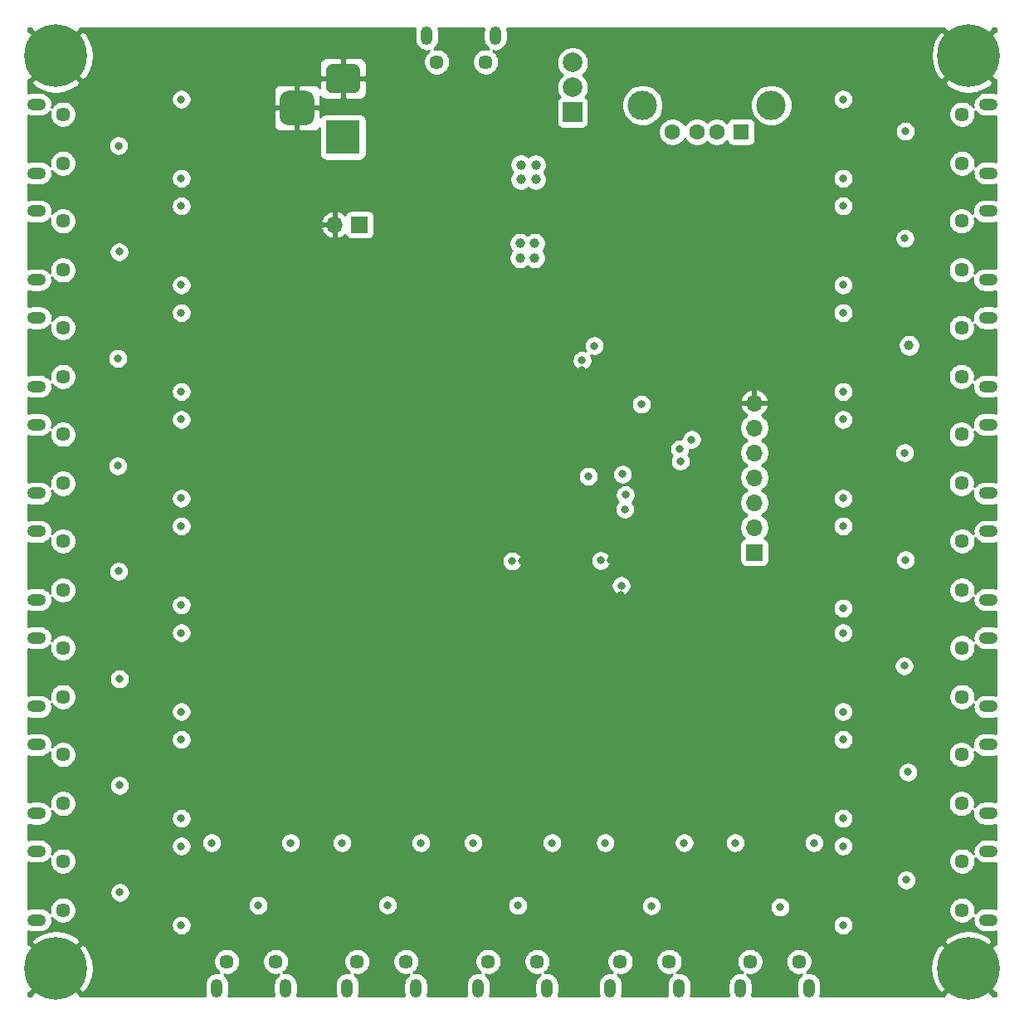
<source format=gbr>
G04 #@! TF.GenerationSoftware,KiCad,Pcbnew,5.1.5+dfsg1-2build2*
G04 #@! TF.CreationDate,2020-12-26T12:26:29-05:00*
G04 #@! TF.ProjectId,usb-solder,7573622d-736f-46c6-9465-722e6b696361,rev?*
G04 #@! TF.SameCoordinates,Original*
G04 #@! TF.FileFunction,Copper,L2,Inr*
G04 #@! TF.FilePolarity,Positive*
%FSLAX46Y46*%
G04 Gerber Fmt 4.6, Leading zero omitted, Abs format (unit mm)*
G04 Created by KiCad (PCBNEW 5.1.5+dfsg1-2build2) date 2020-12-26 12:26:29*
%MOMM*%
%LPD*%
G04 APERTURE LIST*
%ADD10R,3.500000X3.500000*%
%ADD11C,0.100000*%
%ADD12R,1.700000X1.700000*%
%ADD13O,1.700000X1.700000*%
%ADD14C,3.000000*%
%ADD15R,1.600000X1.600000*%
%ADD16C,1.600000*%
%ADD17O,1.900000X1.200000*%
%ADD18C,1.450000*%
%ADD19O,1.200000X1.900000*%
%ADD20R,2.000000X2.000000*%
%ADD21C,2.000000*%
%ADD22C,6.400000*%
%ADD23C,1.000000*%
%ADD24C,0.800000*%
%ADD25C,0.254000*%
G04 APERTURE END LIST*
D10*
X82753200Y-61772800D03*
G04 #@! TA.AperFunction,ViaPad*
D11*
G36*
X83826713Y-54276411D02*
G01*
X83899518Y-54287211D01*
X83970914Y-54305095D01*
X84040213Y-54329890D01*
X84106748Y-54361359D01*
X84169878Y-54399198D01*
X84228995Y-54443042D01*
X84283530Y-54492470D01*
X84332958Y-54547005D01*
X84376802Y-54606122D01*
X84414641Y-54669252D01*
X84446110Y-54735787D01*
X84470905Y-54805086D01*
X84488789Y-54876482D01*
X84499589Y-54949287D01*
X84503200Y-55022800D01*
X84503200Y-56522800D01*
X84499589Y-56596313D01*
X84488789Y-56669118D01*
X84470905Y-56740514D01*
X84446110Y-56809813D01*
X84414641Y-56876348D01*
X84376802Y-56939478D01*
X84332958Y-56998595D01*
X84283530Y-57053130D01*
X84228995Y-57102558D01*
X84169878Y-57146402D01*
X84106748Y-57184241D01*
X84040213Y-57215710D01*
X83970914Y-57240505D01*
X83899518Y-57258389D01*
X83826713Y-57269189D01*
X83753200Y-57272800D01*
X81753200Y-57272800D01*
X81679687Y-57269189D01*
X81606882Y-57258389D01*
X81535486Y-57240505D01*
X81466187Y-57215710D01*
X81399652Y-57184241D01*
X81336522Y-57146402D01*
X81277405Y-57102558D01*
X81222870Y-57053130D01*
X81173442Y-56998595D01*
X81129598Y-56939478D01*
X81091759Y-56876348D01*
X81060290Y-56809813D01*
X81035495Y-56740514D01*
X81017611Y-56669118D01*
X81006811Y-56596313D01*
X81003200Y-56522800D01*
X81003200Y-55022800D01*
X81006811Y-54949287D01*
X81017611Y-54876482D01*
X81035495Y-54805086D01*
X81060290Y-54735787D01*
X81091759Y-54669252D01*
X81129598Y-54606122D01*
X81173442Y-54547005D01*
X81222870Y-54492470D01*
X81277405Y-54443042D01*
X81336522Y-54399198D01*
X81399652Y-54361359D01*
X81466187Y-54329890D01*
X81535486Y-54305095D01*
X81606882Y-54287211D01*
X81679687Y-54276411D01*
X81753200Y-54272800D01*
X83753200Y-54272800D01*
X83826713Y-54276411D01*
G37*
G04 #@! TD.AperFunction*
G04 #@! TA.AperFunction,ViaPad*
G36*
X79013965Y-57027013D02*
G01*
X79098904Y-57039613D01*
X79182199Y-57060477D01*
X79263048Y-57089405D01*
X79340672Y-57126119D01*
X79414324Y-57170264D01*
X79483294Y-57221416D01*
X79546918Y-57279082D01*
X79604584Y-57342706D01*
X79655736Y-57411676D01*
X79699881Y-57485328D01*
X79736595Y-57562952D01*
X79765523Y-57643801D01*
X79786387Y-57727096D01*
X79798987Y-57812035D01*
X79803200Y-57897800D01*
X79803200Y-59647800D01*
X79798987Y-59733565D01*
X79786387Y-59818504D01*
X79765523Y-59901799D01*
X79736595Y-59982648D01*
X79699881Y-60060272D01*
X79655736Y-60133924D01*
X79604584Y-60202894D01*
X79546918Y-60266518D01*
X79483294Y-60324184D01*
X79414324Y-60375336D01*
X79340672Y-60419481D01*
X79263048Y-60456195D01*
X79182199Y-60485123D01*
X79098904Y-60505987D01*
X79013965Y-60518587D01*
X78928200Y-60522800D01*
X77178200Y-60522800D01*
X77092435Y-60518587D01*
X77007496Y-60505987D01*
X76924201Y-60485123D01*
X76843352Y-60456195D01*
X76765728Y-60419481D01*
X76692076Y-60375336D01*
X76623106Y-60324184D01*
X76559482Y-60266518D01*
X76501816Y-60202894D01*
X76450664Y-60133924D01*
X76406519Y-60060272D01*
X76369805Y-59982648D01*
X76340877Y-59901799D01*
X76320013Y-59818504D01*
X76307413Y-59733565D01*
X76303200Y-59647800D01*
X76303200Y-57897800D01*
X76307413Y-57812035D01*
X76320013Y-57727096D01*
X76340877Y-57643801D01*
X76369805Y-57562952D01*
X76406519Y-57485328D01*
X76450664Y-57411676D01*
X76501816Y-57342706D01*
X76559482Y-57279082D01*
X76623106Y-57221416D01*
X76692076Y-57170264D01*
X76765728Y-57126119D01*
X76843352Y-57089405D01*
X76924201Y-57060477D01*
X77007496Y-57039613D01*
X77092435Y-57027013D01*
X77178200Y-57022800D01*
X78928200Y-57022800D01*
X79013965Y-57027013D01*
G37*
G04 #@! TD.AperFunction*
D12*
X84455000Y-70688200D03*
D13*
X81915000Y-70688200D03*
D14*
X113297800Y-58504000D03*
X126437800Y-58504000D03*
D15*
X123367800Y-61214000D03*
D16*
X120867800Y-61214000D03*
X118867800Y-61214000D03*
X116367800Y-61214000D03*
D17*
X51478500Y-65425200D03*
X51478500Y-58425200D03*
D18*
X54178500Y-64425200D03*
X54178500Y-59425200D03*
X54178500Y-70310914D03*
X54178500Y-75310914D03*
D17*
X51478500Y-69310914D03*
X51478500Y-76310914D03*
D18*
X54178500Y-81196628D03*
X54178500Y-86196628D03*
D17*
X51478500Y-80196628D03*
X51478500Y-87196628D03*
D18*
X54178500Y-92082342D03*
X54178500Y-97082342D03*
D17*
X51478500Y-91082342D03*
X51478500Y-98082342D03*
D18*
X54178500Y-102968056D03*
X54178500Y-107968056D03*
D17*
X51478500Y-101968056D03*
X51478500Y-108968056D03*
D18*
X54178500Y-113853770D03*
X54178500Y-118853770D03*
D17*
X51478500Y-112853770D03*
X51478500Y-119853770D03*
X51478500Y-130739484D03*
X51478500Y-123739484D03*
D18*
X54178500Y-129739484D03*
X54178500Y-124739484D03*
X54178500Y-135625200D03*
X54178500Y-140625200D03*
D17*
X51478500Y-134625200D03*
X51478500Y-141625200D03*
D19*
X76872600Y-148578900D03*
X69872600Y-148578900D03*
D18*
X75872600Y-145878900D03*
X70872600Y-145878900D03*
D19*
X90172600Y-148578900D03*
X83172600Y-148578900D03*
D18*
X89172600Y-145878900D03*
X84172600Y-145878900D03*
D19*
X103542600Y-148578900D03*
X96542600Y-148578900D03*
D18*
X102542600Y-145878900D03*
X97542600Y-145878900D03*
D19*
X117022600Y-148578900D03*
X110022600Y-148578900D03*
D18*
X116022600Y-145878900D03*
X111022600Y-145878900D03*
D19*
X130272600Y-148578900D03*
X123272600Y-148578900D03*
D18*
X129272600Y-145878900D03*
X124272600Y-145878900D03*
D17*
X148597100Y-134625200D03*
X148597100Y-141625200D03*
D18*
X145897100Y-135625200D03*
X145897100Y-140625200D03*
D17*
X148557500Y-123739484D03*
X148557500Y-130739484D03*
D18*
X145857500Y-124739484D03*
X145857500Y-129739484D03*
X145897100Y-118853770D03*
X145897100Y-113853770D03*
D17*
X148597100Y-119853770D03*
X148597100Y-112853770D03*
X148597100Y-101968056D03*
X148597100Y-108968056D03*
D18*
X145897100Y-102968056D03*
X145897100Y-107968056D03*
X145857500Y-97082342D03*
X145857500Y-92082342D03*
D17*
X148557500Y-98082342D03*
X148557500Y-91082342D03*
D18*
X145857500Y-86196628D03*
X145857500Y-81196628D03*
D17*
X148557500Y-87196628D03*
X148557500Y-80196628D03*
X148557500Y-69310914D03*
X148557500Y-76310914D03*
D18*
X145857500Y-70310914D03*
X145857500Y-75310914D03*
X145897100Y-64425200D03*
X145897100Y-59425200D03*
D17*
X148597100Y-65425200D03*
X148597100Y-58425200D03*
D18*
X97292800Y-54091300D03*
X92292800Y-54091300D03*
D19*
X98292800Y-51391300D03*
X91292800Y-51391300D03*
D12*
X124714000Y-104114600D03*
D13*
X124714000Y-101574600D03*
X124714000Y-99034600D03*
X124714000Y-96494600D03*
X124714000Y-93954600D03*
X124714000Y-91414600D03*
X124714000Y-88874600D03*
D20*
X106172000Y-59232800D03*
D21*
X106172000Y-56692800D03*
X106172000Y-54152800D03*
D22*
X53441600Y-53441600D03*
X146583400Y-53441600D03*
X53441600Y-146558000D03*
X146532600Y-146558000D03*
D23*
X110880000Y-72660000D03*
X110880000Y-71160000D03*
X112380000Y-72660000D03*
X112380000Y-71170000D03*
X107710000Y-75340000D03*
X107710000Y-73840000D03*
X109210000Y-75340000D03*
X109210000Y-73850000D03*
D24*
X115951000Y-81915000D03*
X114782600Y-80289400D03*
X110109000Y-104927400D03*
X100999474Y-105029232D03*
X105443020Y-93525340D03*
X114833400Y-93644720D03*
X96964500Y-105702100D03*
X111088764Y-108514910D03*
X105364280Y-108755180D03*
X107098766Y-85529514D03*
D23*
X102320000Y-72600000D03*
X100820000Y-74090000D03*
X100820000Y-72590000D03*
X102320000Y-74090000D03*
X100910000Y-66080000D03*
X100910000Y-64580000D03*
X102410000Y-66080000D03*
X102410000Y-64590000D03*
D24*
X96017599Y-133762800D03*
X82647599Y-133762800D03*
X69347599Y-133762800D03*
X66236800Y-134100199D03*
X66236800Y-123214483D03*
X66236800Y-112328769D03*
X66236800Y-101443055D03*
X66236800Y-90557341D03*
X66236800Y-79671627D03*
X66236800Y-68785913D03*
X66236800Y-57900199D03*
X109497599Y-133762800D03*
X122747599Y-133762800D03*
X133756400Y-142150200D03*
X133756400Y-109813057D03*
X133756400Y-120378770D03*
X133756400Y-98607342D03*
X133756400Y-87721628D03*
X133756400Y-76835914D03*
X133756400Y-65950200D03*
X133756400Y-131264484D03*
X113182400Y-89001600D03*
X108381800Y-83032600D03*
X109042200Y-104952800D03*
X99999800Y-105003600D03*
X107777907Y-96354067D03*
X111127540Y-107515660D03*
X107130000Y-84530000D03*
X66236800Y-65950200D03*
X59842400Y-62636400D03*
X66236800Y-76835914D03*
X59918600Y-73456800D03*
X66236800Y-87721628D03*
X59766200Y-84328000D03*
X66236800Y-98607342D03*
X59766200Y-95300800D03*
X66236800Y-109493056D03*
X59842400Y-106045000D03*
X66236800Y-120378770D03*
X59944000Y-117043200D03*
X66236800Y-131264484D03*
X59944000Y-127889000D03*
X66236800Y-142150200D03*
X59969400Y-138811000D03*
X77397600Y-133762800D03*
X74091800Y-140131800D03*
X90697600Y-133762800D03*
X87274400Y-140106400D03*
X104067600Y-133762800D03*
X100584000Y-140157200D03*
X117547600Y-133762800D03*
X114198400Y-140182600D03*
X130797600Y-133762800D03*
X127355600Y-140309600D03*
X133756400Y-134100199D03*
X140208000Y-137541000D03*
X133756400Y-123214483D03*
X140385800Y-126542800D03*
X133756400Y-112328769D03*
X140004800Y-115697000D03*
X133756400Y-101443055D03*
X140131800Y-104876600D03*
X133756400Y-90557341D03*
X140055600Y-93954600D03*
X133756400Y-79671627D03*
D23*
X140500000Y-83000000D03*
D24*
X133756400Y-68785913D03*
X140081000Y-72085200D03*
X133756400Y-57900199D03*
X140106400Y-61163200D03*
X118320874Y-92610619D03*
X111259620Y-96154240D03*
X117111780Y-93578680D03*
X111551720Y-98244526D03*
X117170200Y-94818200D03*
X111504099Y-99715743D03*
D25*
G36*
X50920324Y-50740719D02*
G01*
X53441600Y-53261995D01*
X55962876Y-50740719D01*
X55903501Y-50660000D01*
X90117895Y-50660000D01*
X90075670Y-50799198D01*
X90057800Y-50980635D01*
X90057800Y-51801964D01*
X90075670Y-51983401D01*
X90146289Y-52216200D01*
X90260967Y-52430748D01*
X90415298Y-52618802D01*
X90603351Y-52773133D01*
X90817899Y-52887811D01*
X91050698Y-52958430D01*
X91292800Y-52982275D01*
X91534901Y-52958430D01*
X91544835Y-52955416D01*
X91425851Y-53034919D01*
X91236419Y-53224351D01*
X91087584Y-53447099D01*
X90985064Y-53694603D01*
X90932800Y-53957352D01*
X90932800Y-54225248D01*
X90985064Y-54487997D01*
X91087584Y-54735501D01*
X91236419Y-54958249D01*
X91425851Y-55147681D01*
X91648599Y-55296516D01*
X91896103Y-55399036D01*
X92158852Y-55451300D01*
X92426748Y-55451300D01*
X92689497Y-55399036D01*
X92937001Y-55296516D01*
X93159749Y-55147681D01*
X93349181Y-54958249D01*
X93498016Y-54735501D01*
X93600536Y-54487997D01*
X93652800Y-54225248D01*
X93652800Y-53957352D01*
X93600536Y-53694603D01*
X93498016Y-53447099D01*
X93349181Y-53224351D01*
X93159749Y-53034919D01*
X92937001Y-52886084D01*
X92689497Y-52783564D01*
X92426748Y-52731300D01*
X92158852Y-52731300D01*
X91993031Y-52764284D01*
X92170302Y-52618802D01*
X92324633Y-52430749D01*
X92439311Y-52216201D01*
X92509930Y-51983402D01*
X92527800Y-51801965D01*
X92527800Y-50980636D01*
X92509930Y-50799199D01*
X92467705Y-50660000D01*
X97117896Y-50660000D01*
X97075670Y-50799199D01*
X97057800Y-50980636D01*
X97057800Y-51801965D01*
X97075670Y-51983402D01*
X97146289Y-52216201D01*
X97260968Y-52430749D01*
X97415299Y-52618802D01*
X97592569Y-52764284D01*
X97426748Y-52731300D01*
X97158852Y-52731300D01*
X96896103Y-52783564D01*
X96648599Y-52886084D01*
X96425851Y-53034919D01*
X96236419Y-53224351D01*
X96087584Y-53447099D01*
X95985064Y-53694603D01*
X95932800Y-53957352D01*
X95932800Y-54225248D01*
X95985064Y-54487997D01*
X96087584Y-54735501D01*
X96236419Y-54958249D01*
X96425851Y-55147681D01*
X96648599Y-55296516D01*
X96896103Y-55399036D01*
X97158852Y-55451300D01*
X97426748Y-55451300D01*
X97689497Y-55399036D01*
X97937001Y-55296516D01*
X98159749Y-55147681D01*
X98349181Y-54958249D01*
X98498016Y-54735501D01*
X98600536Y-54487997D01*
X98652800Y-54225248D01*
X98652800Y-53957352D01*
X98600536Y-53694603D01*
X98498016Y-53447099D01*
X98349181Y-53224351D01*
X98159749Y-53034919D01*
X98040765Y-52955416D01*
X98050699Y-52958430D01*
X98292800Y-52982275D01*
X98534902Y-52958430D01*
X98767701Y-52887811D01*
X98982249Y-52773133D01*
X99170302Y-52618802D01*
X99324633Y-52430749D01*
X99439311Y-52216201D01*
X99509930Y-51983401D01*
X99527800Y-51801964D01*
X99527800Y-50980635D01*
X99509930Y-50799198D01*
X99467705Y-50660000D01*
X144121499Y-50660000D01*
X144062124Y-50740719D01*
X146583400Y-53261995D01*
X149104676Y-50740719D01*
X149045301Y-50660000D01*
X149340000Y-50660000D01*
X149340000Y-50961310D01*
X149284281Y-50920324D01*
X146763005Y-53441600D01*
X149284281Y-55962876D01*
X149340000Y-55921890D01*
X149340000Y-57253814D01*
X149189202Y-57208070D01*
X149007765Y-57190200D01*
X148186435Y-57190200D01*
X148004998Y-57208070D01*
X147772199Y-57278689D01*
X147557651Y-57393367D01*
X147369598Y-57547698D01*
X147215267Y-57735751D01*
X147100589Y-57950299D01*
X147029970Y-58183098D01*
X147006125Y-58425200D01*
X147029970Y-58667302D01*
X147032983Y-58677235D01*
X146953481Y-58558251D01*
X146764049Y-58368819D01*
X146541301Y-58219984D01*
X146293797Y-58117464D01*
X146031048Y-58065200D01*
X145763152Y-58065200D01*
X145500403Y-58117464D01*
X145252899Y-58219984D01*
X145030151Y-58368819D01*
X144840719Y-58558251D01*
X144691884Y-58780999D01*
X144589364Y-59028503D01*
X144537100Y-59291252D01*
X144537100Y-59559148D01*
X144589364Y-59821897D01*
X144691884Y-60069401D01*
X144840719Y-60292149D01*
X145030151Y-60481581D01*
X145252899Y-60630416D01*
X145500403Y-60732936D01*
X145763152Y-60785200D01*
X146031048Y-60785200D01*
X146293797Y-60732936D01*
X146541301Y-60630416D01*
X146764049Y-60481581D01*
X146953481Y-60292149D01*
X147102316Y-60069401D01*
X147204836Y-59821897D01*
X147257100Y-59559148D01*
X147257100Y-59291252D01*
X147224116Y-59125432D01*
X147369598Y-59302702D01*
X147557651Y-59457033D01*
X147772199Y-59571711D01*
X148004998Y-59642330D01*
X148186435Y-59660200D01*
X149007765Y-59660200D01*
X149189202Y-59642330D01*
X149340000Y-59596586D01*
X149340000Y-64253814D01*
X149189202Y-64208070D01*
X149007765Y-64190200D01*
X148186435Y-64190200D01*
X148004998Y-64208070D01*
X147772199Y-64278689D01*
X147557651Y-64393367D01*
X147369598Y-64547698D01*
X147224116Y-64724968D01*
X147257100Y-64559148D01*
X147257100Y-64291252D01*
X147204836Y-64028503D01*
X147102316Y-63780999D01*
X146953481Y-63558251D01*
X146764049Y-63368819D01*
X146541301Y-63219984D01*
X146293797Y-63117464D01*
X146031048Y-63065200D01*
X145763152Y-63065200D01*
X145500403Y-63117464D01*
X145252899Y-63219984D01*
X145030151Y-63368819D01*
X144840719Y-63558251D01*
X144691884Y-63780999D01*
X144589364Y-64028503D01*
X144537100Y-64291252D01*
X144537100Y-64559148D01*
X144589364Y-64821897D01*
X144691884Y-65069401D01*
X144840719Y-65292149D01*
X145030151Y-65481581D01*
X145252899Y-65630416D01*
X145500403Y-65732936D01*
X145763152Y-65785200D01*
X146031048Y-65785200D01*
X146293797Y-65732936D01*
X146541301Y-65630416D01*
X146764049Y-65481581D01*
X146953481Y-65292149D01*
X147032983Y-65173165D01*
X147029970Y-65183098D01*
X147006125Y-65425200D01*
X147029970Y-65667302D01*
X147100589Y-65900101D01*
X147215267Y-66114649D01*
X147369598Y-66302702D01*
X147557651Y-66457033D01*
X147772199Y-66571711D01*
X148004998Y-66642330D01*
X148186435Y-66660200D01*
X149007765Y-66660200D01*
X149189202Y-66642330D01*
X149340000Y-66596586D01*
X149340000Y-68151541D01*
X149149602Y-68093784D01*
X148968165Y-68075914D01*
X148146835Y-68075914D01*
X147965398Y-68093784D01*
X147732599Y-68164403D01*
X147518051Y-68279081D01*
X147329998Y-68433412D01*
X147175667Y-68621465D01*
X147060989Y-68836013D01*
X146990370Y-69068812D01*
X146966525Y-69310914D01*
X146990370Y-69553016D01*
X146993383Y-69562949D01*
X146913881Y-69443965D01*
X146724449Y-69254533D01*
X146501701Y-69105698D01*
X146254197Y-69003178D01*
X145991448Y-68950914D01*
X145723552Y-68950914D01*
X145460803Y-69003178D01*
X145213299Y-69105698D01*
X144990551Y-69254533D01*
X144801119Y-69443965D01*
X144652284Y-69666713D01*
X144549764Y-69914217D01*
X144497500Y-70176966D01*
X144497500Y-70444862D01*
X144549764Y-70707611D01*
X144652284Y-70955115D01*
X144801119Y-71177863D01*
X144990551Y-71367295D01*
X145213299Y-71516130D01*
X145460803Y-71618650D01*
X145723552Y-71670914D01*
X145991448Y-71670914D01*
X146254197Y-71618650D01*
X146501701Y-71516130D01*
X146724449Y-71367295D01*
X146913881Y-71177863D01*
X147062716Y-70955115D01*
X147165236Y-70707611D01*
X147217500Y-70444862D01*
X147217500Y-70176966D01*
X147184516Y-70011146D01*
X147329998Y-70188416D01*
X147518051Y-70342747D01*
X147732599Y-70457425D01*
X147965398Y-70528044D01*
X148146835Y-70545914D01*
X148968165Y-70545914D01*
X149149602Y-70528044D01*
X149340000Y-70470287D01*
X149340000Y-75151541D01*
X149149602Y-75093784D01*
X148968165Y-75075914D01*
X148146835Y-75075914D01*
X147965398Y-75093784D01*
X147732599Y-75164403D01*
X147518051Y-75279081D01*
X147329998Y-75433412D01*
X147184516Y-75610682D01*
X147217500Y-75444862D01*
X147217500Y-75176966D01*
X147165236Y-74914217D01*
X147062716Y-74666713D01*
X146913881Y-74443965D01*
X146724449Y-74254533D01*
X146501701Y-74105698D01*
X146254197Y-74003178D01*
X145991448Y-73950914D01*
X145723552Y-73950914D01*
X145460803Y-74003178D01*
X145213299Y-74105698D01*
X144990551Y-74254533D01*
X144801119Y-74443965D01*
X144652284Y-74666713D01*
X144549764Y-74914217D01*
X144497500Y-75176966D01*
X144497500Y-75444862D01*
X144549764Y-75707611D01*
X144652284Y-75955115D01*
X144801119Y-76177863D01*
X144990551Y-76367295D01*
X145213299Y-76516130D01*
X145460803Y-76618650D01*
X145723552Y-76670914D01*
X145991448Y-76670914D01*
X146254197Y-76618650D01*
X146501701Y-76516130D01*
X146724449Y-76367295D01*
X146913881Y-76177863D01*
X146993383Y-76058879D01*
X146990370Y-76068812D01*
X146966525Y-76310914D01*
X146990370Y-76553016D01*
X147060989Y-76785815D01*
X147175667Y-77000363D01*
X147329998Y-77188416D01*
X147518051Y-77342747D01*
X147732599Y-77457425D01*
X147965398Y-77528044D01*
X148146835Y-77545914D01*
X148968165Y-77545914D01*
X149149602Y-77528044D01*
X149340000Y-77470287D01*
X149340000Y-79037255D01*
X149149602Y-78979498D01*
X148968165Y-78961628D01*
X148146835Y-78961628D01*
X147965398Y-78979498D01*
X147732599Y-79050117D01*
X147518051Y-79164795D01*
X147329998Y-79319126D01*
X147175667Y-79507179D01*
X147060989Y-79721727D01*
X146990370Y-79954526D01*
X146966525Y-80196628D01*
X146990370Y-80438730D01*
X146993383Y-80448663D01*
X146913881Y-80329679D01*
X146724449Y-80140247D01*
X146501701Y-79991412D01*
X146254197Y-79888892D01*
X145991448Y-79836628D01*
X145723552Y-79836628D01*
X145460803Y-79888892D01*
X145213299Y-79991412D01*
X144990551Y-80140247D01*
X144801119Y-80329679D01*
X144652284Y-80552427D01*
X144549764Y-80799931D01*
X144497500Y-81062680D01*
X144497500Y-81330576D01*
X144549764Y-81593325D01*
X144652284Y-81840829D01*
X144801119Y-82063577D01*
X144990551Y-82253009D01*
X145213299Y-82401844D01*
X145460803Y-82504364D01*
X145723552Y-82556628D01*
X145991448Y-82556628D01*
X146254197Y-82504364D01*
X146501701Y-82401844D01*
X146724449Y-82253009D01*
X146913881Y-82063577D01*
X147062716Y-81840829D01*
X147165236Y-81593325D01*
X147217500Y-81330576D01*
X147217500Y-81062680D01*
X147184516Y-80896860D01*
X147329998Y-81074130D01*
X147518051Y-81228461D01*
X147732599Y-81343139D01*
X147965398Y-81413758D01*
X148146835Y-81431628D01*
X148968165Y-81431628D01*
X149149602Y-81413758D01*
X149340000Y-81356001D01*
X149340000Y-86037255D01*
X149149602Y-85979498D01*
X148968165Y-85961628D01*
X148146835Y-85961628D01*
X147965398Y-85979498D01*
X147732599Y-86050117D01*
X147518051Y-86164795D01*
X147329998Y-86319126D01*
X147184516Y-86496396D01*
X147217500Y-86330576D01*
X147217500Y-86062680D01*
X147165236Y-85799931D01*
X147062716Y-85552427D01*
X146913881Y-85329679D01*
X146724449Y-85140247D01*
X146501701Y-84991412D01*
X146254197Y-84888892D01*
X145991448Y-84836628D01*
X145723552Y-84836628D01*
X145460803Y-84888892D01*
X145213299Y-84991412D01*
X144990551Y-85140247D01*
X144801119Y-85329679D01*
X144652284Y-85552427D01*
X144549764Y-85799931D01*
X144497500Y-86062680D01*
X144497500Y-86330576D01*
X144549764Y-86593325D01*
X144652284Y-86840829D01*
X144801119Y-87063577D01*
X144990551Y-87253009D01*
X145213299Y-87401844D01*
X145460803Y-87504364D01*
X145723552Y-87556628D01*
X145991448Y-87556628D01*
X146254197Y-87504364D01*
X146501701Y-87401844D01*
X146724449Y-87253009D01*
X146913881Y-87063577D01*
X146993383Y-86944593D01*
X146990370Y-86954526D01*
X146966525Y-87196628D01*
X146990370Y-87438730D01*
X147060989Y-87671529D01*
X147175667Y-87886077D01*
X147329998Y-88074130D01*
X147518051Y-88228461D01*
X147732599Y-88343139D01*
X147965398Y-88413758D01*
X148146835Y-88431628D01*
X148968165Y-88431628D01*
X149149602Y-88413758D01*
X149340000Y-88356001D01*
X149340000Y-89922969D01*
X149149602Y-89865212D01*
X148968165Y-89847342D01*
X148146835Y-89847342D01*
X147965398Y-89865212D01*
X147732599Y-89935831D01*
X147518051Y-90050509D01*
X147329998Y-90204840D01*
X147175667Y-90392893D01*
X147060989Y-90607441D01*
X146990370Y-90840240D01*
X146966525Y-91082342D01*
X146990370Y-91324444D01*
X146993383Y-91334377D01*
X146913881Y-91215393D01*
X146724449Y-91025961D01*
X146501701Y-90877126D01*
X146254197Y-90774606D01*
X145991448Y-90722342D01*
X145723552Y-90722342D01*
X145460803Y-90774606D01*
X145213299Y-90877126D01*
X144990551Y-91025961D01*
X144801119Y-91215393D01*
X144652284Y-91438141D01*
X144549764Y-91685645D01*
X144497500Y-91948394D01*
X144497500Y-92216290D01*
X144549764Y-92479039D01*
X144652284Y-92726543D01*
X144801119Y-92949291D01*
X144990551Y-93138723D01*
X145213299Y-93287558D01*
X145460803Y-93390078D01*
X145723552Y-93442342D01*
X145991448Y-93442342D01*
X146254197Y-93390078D01*
X146501701Y-93287558D01*
X146724449Y-93138723D01*
X146913881Y-92949291D01*
X147062716Y-92726543D01*
X147165236Y-92479039D01*
X147217500Y-92216290D01*
X147217500Y-91948394D01*
X147184516Y-91782574D01*
X147329998Y-91959844D01*
X147518051Y-92114175D01*
X147732599Y-92228853D01*
X147965398Y-92299472D01*
X148146835Y-92317342D01*
X148968165Y-92317342D01*
X149149602Y-92299472D01*
X149340000Y-92241715D01*
X149340000Y-96922969D01*
X149149602Y-96865212D01*
X148968165Y-96847342D01*
X148146835Y-96847342D01*
X147965398Y-96865212D01*
X147732599Y-96935831D01*
X147518051Y-97050509D01*
X147329998Y-97204840D01*
X147184516Y-97382110D01*
X147217500Y-97216290D01*
X147217500Y-96948394D01*
X147165236Y-96685645D01*
X147062716Y-96438141D01*
X146913881Y-96215393D01*
X146724449Y-96025961D01*
X146501701Y-95877126D01*
X146254197Y-95774606D01*
X145991448Y-95722342D01*
X145723552Y-95722342D01*
X145460803Y-95774606D01*
X145213299Y-95877126D01*
X144990551Y-96025961D01*
X144801119Y-96215393D01*
X144652284Y-96438141D01*
X144549764Y-96685645D01*
X144497500Y-96948394D01*
X144497500Y-97216290D01*
X144549764Y-97479039D01*
X144652284Y-97726543D01*
X144801119Y-97949291D01*
X144990551Y-98138723D01*
X145213299Y-98287558D01*
X145460803Y-98390078D01*
X145723552Y-98442342D01*
X145991448Y-98442342D01*
X146254197Y-98390078D01*
X146501701Y-98287558D01*
X146724449Y-98138723D01*
X146913881Y-97949291D01*
X146993383Y-97830307D01*
X146990370Y-97840240D01*
X146966525Y-98082342D01*
X146990370Y-98324444D01*
X147060989Y-98557243D01*
X147175667Y-98771791D01*
X147329998Y-98959844D01*
X147518051Y-99114175D01*
X147732599Y-99228853D01*
X147965398Y-99299472D01*
X148146835Y-99317342D01*
X148968165Y-99317342D01*
X149149602Y-99299472D01*
X149340000Y-99241715D01*
X149340001Y-100796670D01*
X149189202Y-100750926D01*
X149007765Y-100733056D01*
X148186435Y-100733056D01*
X148004998Y-100750926D01*
X147772199Y-100821545D01*
X147557651Y-100936223D01*
X147369598Y-101090554D01*
X147215267Y-101278607D01*
X147100589Y-101493155D01*
X147029970Y-101725954D01*
X147006125Y-101968056D01*
X147029970Y-102210158D01*
X147032983Y-102220091D01*
X146953481Y-102101107D01*
X146764049Y-101911675D01*
X146541301Y-101762840D01*
X146293797Y-101660320D01*
X146031048Y-101608056D01*
X145763152Y-101608056D01*
X145500403Y-101660320D01*
X145252899Y-101762840D01*
X145030151Y-101911675D01*
X144840719Y-102101107D01*
X144691884Y-102323855D01*
X144589364Y-102571359D01*
X144537100Y-102834108D01*
X144537100Y-103102004D01*
X144589364Y-103364753D01*
X144691884Y-103612257D01*
X144840719Y-103835005D01*
X145030151Y-104024437D01*
X145252899Y-104173272D01*
X145500403Y-104275792D01*
X145763152Y-104328056D01*
X146031048Y-104328056D01*
X146293797Y-104275792D01*
X146541301Y-104173272D01*
X146764049Y-104024437D01*
X146953481Y-103835005D01*
X147102316Y-103612257D01*
X147204836Y-103364753D01*
X147257100Y-103102004D01*
X147257100Y-102834108D01*
X147224116Y-102668288D01*
X147369598Y-102845558D01*
X147557651Y-102999889D01*
X147772199Y-103114567D01*
X148004998Y-103185186D01*
X148186435Y-103203056D01*
X149007765Y-103203056D01*
X149189202Y-103185186D01*
X149340001Y-103139442D01*
X149340001Y-107796670D01*
X149189202Y-107750926D01*
X149007765Y-107733056D01*
X148186435Y-107733056D01*
X148004998Y-107750926D01*
X147772199Y-107821545D01*
X147557651Y-107936223D01*
X147369598Y-108090554D01*
X147224116Y-108267824D01*
X147257100Y-108102004D01*
X147257100Y-107834108D01*
X147204836Y-107571359D01*
X147102316Y-107323855D01*
X146953481Y-107101107D01*
X146764049Y-106911675D01*
X146541301Y-106762840D01*
X146293797Y-106660320D01*
X146031048Y-106608056D01*
X145763152Y-106608056D01*
X145500403Y-106660320D01*
X145252899Y-106762840D01*
X145030151Y-106911675D01*
X144840719Y-107101107D01*
X144691884Y-107323855D01*
X144589364Y-107571359D01*
X144537100Y-107834108D01*
X144537100Y-108102004D01*
X144589364Y-108364753D01*
X144691884Y-108612257D01*
X144840719Y-108835005D01*
X145030151Y-109024437D01*
X145252899Y-109173272D01*
X145500403Y-109275792D01*
X145763152Y-109328056D01*
X146031048Y-109328056D01*
X146293797Y-109275792D01*
X146541301Y-109173272D01*
X146764049Y-109024437D01*
X146953481Y-108835005D01*
X147032983Y-108716021D01*
X147029970Y-108725954D01*
X147006125Y-108968056D01*
X147029970Y-109210158D01*
X147100589Y-109442957D01*
X147215267Y-109657505D01*
X147369598Y-109845558D01*
X147557651Y-109999889D01*
X147772199Y-110114567D01*
X148004998Y-110185186D01*
X148186435Y-110203056D01*
X149007765Y-110203056D01*
X149189202Y-110185186D01*
X149340001Y-110139442D01*
X149340001Y-111682384D01*
X149189202Y-111636640D01*
X149007765Y-111618770D01*
X148186435Y-111618770D01*
X148004998Y-111636640D01*
X147772199Y-111707259D01*
X147557651Y-111821937D01*
X147369598Y-111976268D01*
X147215267Y-112164321D01*
X147100589Y-112378869D01*
X147029970Y-112611668D01*
X147006125Y-112853770D01*
X147029970Y-113095872D01*
X147032983Y-113105805D01*
X146953481Y-112986821D01*
X146764049Y-112797389D01*
X146541301Y-112648554D01*
X146293797Y-112546034D01*
X146031048Y-112493770D01*
X145763152Y-112493770D01*
X145500403Y-112546034D01*
X145252899Y-112648554D01*
X145030151Y-112797389D01*
X144840719Y-112986821D01*
X144691884Y-113209569D01*
X144589364Y-113457073D01*
X144537100Y-113719822D01*
X144537100Y-113987718D01*
X144589364Y-114250467D01*
X144691884Y-114497971D01*
X144840719Y-114720719D01*
X145030151Y-114910151D01*
X145252899Y-115058986D01*
X145500403Y-115161506D01*
X145763152Y-115213770D01*
X146031048Y-115213770D01*
X146293797Y-115161506D01*
X146541301Y-115058986D01*
X146764049Y-114910151D01*
X146953481Y-114720719D01*
X147102316Y-114497971D01*
X147204836Y-114250467D01*
X147257100Y-113987718D01*
X147257100Y-113719822D01*
X147224116Y-113554002D01*
X147369598Y-113731272D01*
X147557651Y-113885603D01*
X147772199Y-114000281D01*
X148004998Y-114070900D01*
X148186435Y-114088770D01*
X149007765Y-114088770D01*
X149189202Y-114070900D01*
X149340001Y-114025156D01*
X149340001Y-118682384D01*
X149189202Y-118636640D01*
X149007765Y-118618770D01*
X148186435Y-118618770D01*
X148004998Y-118636640D01*
X147772199Y-118707259D01*
X147557651Y-118821937D01*
X147369598Y-118976268D01*
X147224116Y-119153538D01*
X147257100Y-118987718D01*
X147257100Y-118719822D01*
X147204836Y-118457073D01*
X147102316Y-118209569D01*
X146953481Y-117986821D01*
X146764049Y-117797389D01*
X146541301Y-117648554D01*
X146293797Y-117546034D01*
X146031048Y-117493770D01*
X145763152Y-117493770D01*
X145500403Y-117546034D01*
X145252899Y-117648554D01*
X145030151Y-117797389D01*
X144840719Y-117986821D01*
X144691884Y-118209569D01*
X144589364Y-118457073D01*
X144537100Y-118719822D01*
X144537100Y-118987718D01*
X144589364Y-119250467D01*
X144691884Y-119497971D01*
X144840719Y-119720719D01*
X145030151Y-119910151D01*
X145252899Y-120058986D01*
X145500403Y-120161506D01*
X145763152Y-120213770D01*
X146031048Y-120213770D01*
X146293797Y-120161506D01*
X146541301Y-120058986D01*
X146764049Y-119910151D01*
X146953481Y-119720719D01*
X147032983Y-119601735D01*
X147029970Y-119611668D01*
X147006125Y-119853770D01*
X147029970Y-120095872D01*
X147100589Y-120328671D01*
X147215267Y-120543219D01*
X147369598Y-120731272D01*
X147557651Y-120885603D01*
X147772199Y-121000281D01*
X148004998Y-121070900D01*
X148186435Y-121088770D01*
X149007765Y-121088770D01*
X149189202Y-121070900D01*
X149340001Y-121025156D01*
X149340001Y-122580111D01*
X149149602Y-122522354D01*
X148968165Y-122504484D01*
X148146835Y-122504484D01*
X147965398Y-122522354D01*
X147732599Y-122592973D01*
X147518051Y-122707651D01*
X147329998Y-122861982D01*
X147175667Y-123050035D01*
X147060989Y-123264583D01*
X146990370Y-123497382D01*
X146966525Y-123739484D01*
X146990370Y-123981586D01*
X146993383Y-123991519D01*
X146913881Y-123872535D01*
X146724449Y-123683103D01*
X146501701Y-123534268D01*
X146254197Y-123431748D01*
X145991448Y-123379484D01*
X145723552Y-123379484D01*
X145460803Y-123431748D01*
X145213299Y-123534268D01*
X144990551Y-123683103D01*
X144801119Y-123872535D01*
X144652284Y-124095283D01*
X144549764Y-124342787D01*
X144497500Y-124605536D01*
X144497500Y-124873432D01*
X144549764Y-125136181D01*
X144652284Y-125383685D01*
X144801119Y-125606433D01*
X144990551Y-125795865D01*
X145213299Y-125944700D01*
X145460803Y-126047220D01*
X145723552Y-126099484D01*
X145991448Y-126099484D01*
X146254197Y-126047220D01*
X146501701Y-125944700D01*
X146724449Y-125795865D01*
X146913881Y-125606433D01*
X147062716Y-125383685D01*
X147165236Y-125136181D01*
X147217500Y-124873432D01*
X147217500Y-124605536D01*
X147184516Y-124439716D01*
X147329998Y-124616986D01*
X147518051Y-124771317D01*
X147732599Y-124885995D01*
X147965398Y-124956614D01*
X148146835Y-124974484D01*
X148968165Y-124974484D01*
X149149602Y-124956614D01*
X149340001Y-124898857D01*
X149340001Y-129580111D01*
X149149602Y-129522354D01*
X148968165Y-129504484D01*
X148146835Y-129504484D01*
X147965398Y-129522354D01*
X147732599Y-129592973D01*
X147518051Y-129707651D01*
X147329998Y-129861982D01*
X147184516Y-130039252D01*
X147217500Y-129873432D01*
X147217500Y-129605536D01*
X147165236Y-129342787D01*
X147062716Y-129095283D01*
X146913881Y-128872535D01*
X146724449Y-128683103D01*
X146501701Y-128534268D01*
X146254197Y-128431748D01*
X145991448Y-128379484D01*
X145723552Y-128379484D01*
X145460803Y-128431748D01*
X145213299Y-128534268D01*
X144990551Y-128683103D01*
X144801119Y-128872535D01*
X144652284Y-129095283D01*
X144549764Y-129342787D01*
X144497500Y-129605536D01*
X144497500Y-129873432D01*
X144549764Y-130136181D01*
X144652284Y-130383685D01*
X144801119Y-130606433D01*
X144990551Y-130795865D01*
X145213299Y-130944700D01*
X145460803Y-131047220D01*
X145723552Y-131099484D01*
X145991448Y-131099484D01*
X146254197Y-131047220D01*
X146501701Y-130944700D01*
X146724449Y-130795865D01*
X146913881Y-130606433D01*
X146993383Y-130487449D01*
X146990370Y-130497382D01*
X146966525Y-130739484D01*
X146990370Y-130981586D01*
X147060989Y-131214385D01*
X147175667Y-131428933D01*
X147329998Y-131616986D01*
X147518051Y-131771317D01*
X147732599Y-131885995D01*
X147965398Y-131956614D01*
X148146835Y-131974484D01*
X148968165Y-131974484D01*
X149149602Y-131956614D01*
X149340001Y-131898857D01*
X149340001Y-133453814D01*
X149189202Y-133408070D01*
X149007765Y-133390200D01*
X148186435Y-133390200D01*
X148004998Y-133408070D01*
X147772199Y-133478689D01*
X147557651Y-133593367D01*
X147369598Y-133747698D01*
X147215267Y-133935751D01*
X147100589Y-134150299D01*
X147029970Y-134383098D01*
X147006125Y-134625200D01*
X147029970Y-134867302D01*
X147032983Y-134877235D01*
X146953481Y-134758251D01*
X146764049Y-134568819D01*
X146541301Y-134419984D01*
X146293797Y-134317464D01*
X146031048Y-134265200D01*
X145763152Y-134265200D01*
X145500403Y-134317464D01*
X145252899Y-134419984D01*
X145030151Y-134568819D01*
X144840719Y-134758251D01*
X144691884Y-134980999D01*
X144589364Y-135228503D01*
X144537100Y-135491252D01*
X144537100Y-135759148D01*
X144589364Y-136021897D01*
X144691884Y-136269401D01*
X144840719Y-136492149D01*
X145030151Y-136681581D01*
X145252899Y-136830416D01*
X145500403Y-136932936D01*
X145763152Y-136985200D01*
X146031048Y-136985200D01*
X146293797Y-136932936D01*
X146541301Y-136830416D01*
X146764049Y-136681581D01*
X146953481Y-136492149D01*
X147102316Y-136269401D01*
X147204836Y-136021897D01*
X147257100Y-135759148D01*
X147257100Y-135491252D01*
X147224116Y-135325432D01*
X147369598Y-135502702D01*
X147557651Y-135657033D01*
X147772199Y-135771711D01*
X148004998Y-135842330D01*
X148186435Y-135860200D01*
X149007765Y-135860200D01*
X149189202Y-135842330D01*
X149340001Y-135796586D01*
X149340001Y-140453814D01*
X149189202Y-140408070D01*
X149007765Y-140390200D01*
X148186435Y-140390200D01*
X148004998Y-140408070D01*
X147772199Y-140478689D01*
X147557651Y-140593367D01*
X147369598Y-140747698D01*
X147224116Y-140924968D01*
X147257100Y-140759148D01*
X147257100Y-140491252D01*
X147204836Y-140228503D01*
X147102316Y-139980999D01*
X146953481Y-139758251D01*
X146764049Y-139568819D01*
X146541301Y-139419984D01*
X146293797Y-139317464D01*
X146031048Y-139265200D01*
X145763152Y-139265200D01*
X145500403Y-139317464D01*
X145252899Y-139419984D01*
X145030151Y-139568819D01*
X144840719Y-139758251D01*
X144691884Y-139980999D01*
X144589364Y-140228503D01*
X144537100Y-140491252D01*
X144537100Y-140759148D01*
X144589364Y-141021897D01*
X144691884Y-141269401D01*
X144840719Y-141492149D01*
X145030151Y-141681581D01*
X145252899Y-141830416D01*
X145500403Y-141932936D01*
X145763152Y-141985200D01*
X146031048Y-141985200D01*
X146293797Y-141932936D01*
X146541301Y-141830416D01*
X146764049Y-141681581D01*
X146953481Y-141492149D01*
X147032983Y-141373165D01*
X147029970Y-141383098D01*
X147006125Y-141625200D01*
X147029970Y-141867302D01*
X147100589Y-142100101D01*
X147215267Y-142314649D01*
X147369598Y-142502702D01*
X147557651Y-142657033D01*
X147772199Y-142771711D01*
X148004998Y-142842330D01*
X148186435Y-142860200D01*
X149007765Y-142860200D01*
X149189202Y-142842330D01*
X149340001Y-142796586D01*
X149340001Y-144115078D01*
X149233481Y-144036724D01*
X146712205Y-146558000D01*
X149233481Y-149079276D01*
X149340001Y-149000922D01*
X149340001Y-149340000D01*
X148994207Y-149340000D01*
X149053876Y-149258881D01*
X146532600Y-146737605D01*
X144011324Y-149258881D01*
X144070993Y-149340000D01*
X131438465Y-149340000D01*
X131489730Y-149171001D01*
X131507600Y-148989564D01*
X131507600Y-148168235D01*
X131489730Y-147986798D01*
X131419111Y-147753999D01*
X131304433Y-147539451D01*
X131150102Y-147351398D01*
X130962048Y-147197067D01*
X130747500Y-147082389D01*
X130514701Y-147011770D01*
X130272600Y-146987925D01*
X130030498Y-147011770D01*
X130020565Y-147014783D01*
X130139549Y-146935281D01*
X130328981Y-146745849D01*
X130470737Y-146533695D01*
X142679120Y-146533695D01*
X142748422Y-147285938D01*
X142963148Y-148010208D01*
X143315045Y-148678670D01*
X143342052Y-148719088D01*
X143831719Y-149079276D01*
X146352995Y-146558000D01*
X143831719Y-144036724D01*
X143342052Y-144396912D01*
X142981751Y-145060882D01*
X142757906Y-145782385D01*
X142679120Y-146533695D01*
X130470737Y-146533695D01*
X130477816Y-146523101D01*
X130580336Y-146275597D01*
X130632600Y-146012848D01*
X130632600Y-145744952D01*
X130580336Y-145482203D01*
X130477816Y-145234699D01*
X130328981Y-145011951D01*
X130139549Y-144822519D01*
X129916801Y-144673684D01*
X129669297Y-144571164D01*
X129406548Y-144518900D01*
X129138652Y-144518900D01*
X128875903Y-144571164D01*
X128628399Y-144673684D01*
X128405651Y-144822519D01*
X128216219Y-145011951D01*
X128067384Y-145234699D01*
X127964864Y-145482203D01*
X127912600Y-145744952D01*
X127912600Y-146012848D01*
X127964864Y-146275597D01*
X128067384Y-146523101D01*
X128216219Y-146745849D01*
X128405651Y-146935281D01*
X128628399Y-147084116D01*
X128875903Y-147186636D01*
X129138652Y-147238900D01*
X129406548Y-147238900D01*
X129572368Y-147205916D01*
X129395098Y-147351398D01*
X129240767Y-147539452D01*
X129126089Y-147754000D01*
X129055470Y-147986799D01*
X129037600Y-148168236D01*
X129037600Y-148989565D01*
X129055470Y-149171002D01*
X129106735Y-149340000D01*
X124438465Y-149340000D01*
X124489730Y-149171002D01*
X124507600Y-148989565D01*
X124507600Y-148168236D01*
X124489730Y-147986799D01*
X124419111Y-147753999D01*
X124304433Y-147539451D01*
X124150102Y-147351398D01*
X123972832Y-147205916D01*
X124138652Y-147238900D01*
X124406548Y-147238900D01*
X124669297Y-147186636D01*
X124916801Y-147084116D01*
X125139549Y-146935281D01*
X125328981Y-146745849D01*
X125477816Y-146523101D01*
X125580336Y-146275597D01*
X125632600Y-146012848D01*
X125632600Y-145744952D01*
X125580336Y-145482203D01*
X125477816Y-145234699D01*
X125328981Y-145011951D01*
X125139549Y-144822519D01*
X124916801Y-144673684D01*
X124669297Y-144571164D01*
X124406548Y-144518900D01*
X124138652Y-144518900D01*
X123875903Y-144571164D01*
X123628399Y-144673684D01*
X123405651Y-144822519D01*
X123216219Y-145011951D01*
X123067384Y-145234699D01*
X122964864Y-145482203D01*
X122912600Y-145744952D01*
X122912600Y-146012848D01*
X122964864Y-146275597D01*
X123067384Y-146523101D01*
X123216219Y-146745849D01*
X123405651Y-146935281D01*
X123524635Y-147014783D01*
X123514702Y-147011770D01*
X123272600Y-146987925D01*
X123030499Y-147011770D01*
X122797700Y-147082389D01*
X122583152Y-147197067D01*
X122395099Y-147351398D01*
X122240768Y-147539451D01*
X122126089Y-147753999D01*
X122055470Y-147986798D01*
X122037600Y-148168235D01*
X122037600Y-148989564D01*
X122055470Y-149171001D01*
X122106735Y-149340000D01*
X118188465Y-149340000D01*
X118239730Y-149171001D01*
X118257600Y-148989564D01*
X118257600Y-148168235D01*
X118239730Y-147986798D01*
X118169111Y-147753999D01*
X118054433Y-147539451D01*
X117900102Y-147351398D01*
X117712048Y-147197067D01*
X117497500Y-147082389D01*
X117264701Y-147011770D01*
X117022600Y-146987925D01*
X116780498Y-147011770D01*
X116770565Y-147014783D01*
X116889549Y-146935281D01*
X117078981Y-146745849D01*
X117227816Y-146523101D01*
X117330336Y-146275597D01*
X117382600Y-146012848D01*
X117382600Y-145744952D01*
X117330336Y-145482203D01*
X117227816Y-145234699D01*
X117078981Y-145011951D01*
X116889549Y-144822519D01*
X116666801Y-144673684D01*
X116419297Y-144571164D01*
X116156548Y-144518900D01*
X115888652Y-144518900D01*
X115625903Y-144571164D01*
X115378399Y-144673684D01*
X115155651Y-144822519D01*
X114966219Y-145011951D01*
X114817384Y-145234699D01*
X114714864Y-145482203D01*
X114662600Y-145744952D01*
X114662600Y-146012848D01*
X114714864Y-146275597D01*
X114817384Y-146523101D01*
X114966219Y-146745849D01*
X115155651Y-146935281D01*
X115378399Y-147084116D01*
X115625903Y-147186636D01*
X115888652Y-147238900D01*
X116156548Y-147238900D01*
X116322368Y-147205916D01*
X116145098Y-147351398D01*
X115990767Y-147539452D01*
X115876089Y-147754000D01*
X115805470Y-147986799D01*
X115787600Y-148168236D01*
X115787600Y-148989565D01*
X115805470Y-149171002D01*
X115856735Y-149340000D01*
X111188465Y-149340000D01*
X111239730Y-149171002D01*
X111257600Y-148989565D01*
X111257600Y-148168236D01*
X111239730Y-147986799D01*
X111169111Y-147753999D01*
X111054433Y-147539451D01*
X110900102Y-147351398D01*
X110722832Y-147205916D01*
X110888652Y-147238900D01*
X111156548Y-147238900D01*
X111419297Y-147186636D01*
X111666801Y-147084116D01*
X111889549Y-146935281D01*
X112078981Y-146745849D01*
X112227816Y-146523101D01*
X112330336Y-146275597D01*
X112382600Y-146012848D01*
X112382600Y-145744952D01*
X112330336Y-145482203D01*
X112227816Y-145234699D01*
X112078981Y-145011951D01*
X111889549Y-144822519D01*
X111666801Y-144673684D01*
X111419297Y-144571164D01*
X111156548Y-144518900D01*
X110888652Y-144518900D01*
X110625903Y-144571164D01*
X110378399Y-144673684D01*
X110155651Y-144822519D01*
X109966219Y-145011951D01*
X109817384Y-145234699D01*
X109714864Y-145482203D01*
X109662600Y-145744952D01*
X109662600Y-146012848D01*
X109714864Y-146275597D01*
X109817384Y-146523101D01*
X109966219Y-146745849D01*
X110155651Y-146935281D01*
X110274635Y-147014783D01*
X110264702Y-147011770D01*
X110022600Y-146987925D01*
X109780499Y-147011770D01*
X109547700Y-147082389D01*
X109333152Y-147197067D01*
X109145099Y-147351398D01*
X108990768Y-147539451D01*
X108876089Y-147753999D01*
X108805470Y-147986798D01*
X108787600Y-148168235D01*
X108787600Y-148989564D01*
X108805470Y-149171001D01*
X108856735Y-149340000D01*
X104708465Y-149340000D01*
X104759730Y-149171001D01*
X104777600Y-148989564D01*
X104777600Y-148168235D01*
X104759730Y-147986798D01*
X104689111Y-147753999D01*
X104574433Y-147539451D01*
X104420102Y-147351398D01*
X104232048Y-147197067D01*
X104017500Y-147082389D01*
X103784701Y-147011770D01*
X103542600Y-146987925D01*
X103300498Y-147011770D01*
X103290565Y-147014783D01*
X103409549Y-146935281D01*
X103598981Y-146745849D01*
X103747816Y-146523101D01*
X103850336Y-146275597D01*
X103902600Y-146012848D01*
X103902600Y-145744952D01*
X103850336Y-145482203D01*
X103747816Y-145234699D01*
X103598981Y-145011951D01*
X103409549Y-144822519D01*
X103186801Y-144673684D01*
X102939297Y-144571164D01*
X102676548Y-144518900D01*
X102408652Y-144518900D01*
X102145903Y-144571164D01*
X101898399Y-144673684D01*
X101675651Y-144822519D01*
X101486219Y-145011951D01*
X101337384Y-145234699D01*
X101234864Y-145482203D01*
X101182600Y-145744952D01*
X101182600Y-146012848D01*
X101234864Y-146275597D01*
X101337384Y-146523101D01*
X101486219Y-146745849D01*
X101675651Y-146935281D01*
X101898399Y-147084116D01*
X102145903Y-147186636D01*
X102408652Y-147238900D01*
X102676548Y-147238900D01*
X102842368Y-147205916D01*
X102665098Y-147351398D01*
X102510767Y-147539452D01*
X102396089Y-147754000D01*
X102325470Y-147986799D01*
X102307600Y-148168236D01*
X102307600Y-148989565D01*
X102325470Y-149171002D01*
X102376735Y-149340000D01*
X97708465Y-149340000D01*
X97759730Y-149171002D01*
X97777600Y-148989565D01*
X97777600Y-148168236D01*
X97759730Y-147986799D01*
X97689111Y-147753999D01*
X97574433Y-147539451D01*
X97420102Y-147351398D01*
X97242832Y-147205916D01*
X97408652Y-147238900D01*
X97676548Y-147238900D01*
X97939297Y-147186636D01*
X98186801Y-147084116D01*
X98409549Y-146935281D01*
X98598981Y-146745849D01*
X98747816Y-146523101D01*
X98850336Y-146275597D01*
X98902600Y-146012848D01*
X98902600Y-145744952D01*
X98850336Y-145482203D01*
X98747816Y-145234699D01*
X98598981Y-145011951D01*
X98409549Y-144822519D01*
X98186801Y-144673684D01*
X97939297Y-144571164D01*
X97676548Y-144518900D01*
X97408652Y-144518900D01*
X97145903Y-144571164D01*
X96898399Y-144673684D01*
X96675651Y-144822519D01*
X96486219Y-145011951D01*
X96337384Y-145234699D01*
X96234864Y-145482203D01*
X96182600Y-145744952D01*
X96182600Y-146012848D01*
X96234864Y-146275597D01*
X96337384Y-146523101D01*
X96486219Y-146745849D01*
X96675651Y-146935281D01*
X96794635Y-147014783D01*
X96784702Y-147011770D01*
X96542600Y-146987925D01*
X96300499Y-147011770D01*
X96067700Y-147082389D01*
X95853152Y-147197067D01*
X95665099Y-147351398D01*
X95510768Y-147539451D01*
X95396089Y-147753999D01*
X95325470Y-147986798D01*
X95307600Y-148168235D01*
X95307600Y-148989564D01*
X95325470Y-149171001D01*
X95376735Y-149340000D01*
X91338465Y-149340000D01*
X91389730Y-149171001D01*
X91407600Y-148989564D01*
X91407600Y-148168235D01*
X91389730Y-147986798D01*
X91319111Y-147753999D01*
X91204433Y-147539451D01*
X91050102Y-147351398D01*
X90862048Y-147197067D01*
X90647500Y-147082389D01*
X90414701Y-147011770D01*
X90172600Y-146987925D01*
X89930498Y-147011770D01*
X89920565Y-147014783D01*
X90039549Y-146935281D01*
X90228981Y-146745849D01*
X90377816Y-146523101D01*
X90480336Y-146275597D01*
X90532600Y-146012848D01*
X90532600Y-145744952D01*
X90480336Y-145482203D01*
X90377816Y-145234699D01*
X90228981Y-145011951D01*
X90039549Y-144822519D01*
X89816801Y-144673684D01*
X89569297Y-144571164D01*
X89306548Y-144518900D01*
X89038652Y-144518900D01*
X88775903Y-144571164D01*
X88528399Y-144673684D01*
X88305651Y-144822519D01*
X88116219Y-145011951D01*
X87967384Y-145234699D01*
X87864864Y-145482203D01*
X87812600Y-145744952D01*
X87812600Y-146012848D01*
X87864864Y-146275597D01*
X87967384Y-146523101D01*
X88116219Y-146745849D01*
X88305651Y-146935281D01*
X88528399Y-147084116D01*
X88775903Y-147186636D01*
X89038652Y-147238900D01*
X89306548Y-147238900D01*
X89472368Y-147205916D01*
X89295098Y-147351398D01*
X89140767Y-147539452D01*
X89026089Y-147754000D01*
X88955470Y-147986799D01*
X88937600Y-148168236D01*
X88937600Y-148989565D01*
X88955470Y-149171002D01*
X89006735Y-149340000D01*
X84338465Y-149340000D01*
X84389730Y-149171002D01*
X84407600Y-148989565D01*
X84407600Y-148168236D01*
X84389730Y-147986799D01*
X84319111Y-147753999D01*
X84204433Y-147539451D01*
X84050102Y-147351398D01*
X83872832Y-147205916D01*
X84038652Y-147238900D01*
X84306548Y-147238900D01*
X84569297Y-147186636D01*
X84816801Y-147084116D01*
X85039549Y-146935281D01*
X85228981Y-146745849D01*
X85377816Y-146523101D01*
X85480336Y-146275597D01*
X85532600Y-146012848D01*
X85532600Y-145744952D01*
X85480336Y-145482203D01*
X85377816Y-145234699D01*
X85228981Y-145011951D01*
X85039549Y-144822519D01*
X84816801Y-144673684D01*
X84569297Y-144571164D01*
X84306548Y-144518900D01*
X84038652Y-144518900D01*
X83775903Y-144571164D01*
X83528399Y-144673684D01*
X83305651Y-144822519D01*
X83116219Y-145011951D01*
X82967384Y-145234699D01*
X82864864Y-145482203D01*
X82812600Y-145744952D01*
X82812600Y-146012848D01*
X82864864Y-146275597D01*
X82967384Y-146523101D01*
X83116219Y-146745849D01*
X83305651Y-146935281D01*
X83424635Y-147014783D01*
X83414702Y-147011770D01*
X83172600Y-146987925D01*
X82930499Y-147011770D01*
X82697700Y-147082389D01*
X82483152Y-147197067D01*
X82295099Y-147351398D01*
X82140768Y-147539451D01*
X82026089Y-147753999D01*
X81955470Y-147986798D01*
X81937600Y-148168235D01*
X81937600Y-148989564D01*
X81955470Y-149171001D01*
X82006735Y-149340000D01*
X78038465Y-149340000D01*
X78089730Y-149171001D01*
X78107600Y-148989564D01*
X78107600Y-148168235D01*
X78089730Y-147986798D01*
X78019111Y-147753999D01*
X77904433Y-147539451D01*
X77750102Y-147351398D01*
X77562048Y-147197067D01*
X77347500Y-147082389D01*
X77114701Y-147011770D01*
X76872600Y-146987925D01*
X76630498Y-147011770D01*
X76620565Y-147014783D01*
X76739549Y-146935281D01*
X76928981Y-146745849D01*
X77077816Y-146523101D01*
X77180336Y-146275597D01*
X77232600Y-146012848D01*
X77232600Y-145744952D01*
X77180336Y-145482203D01*
X77077816Y-145234699D01*
X76928981Y-145011951D01*
X76739549Y-144822519D01*
X76516801Y-144673684D01*
X76269297Y-144571164D01*
X76006548Y-144518900D01*
X75738652Y-144518900D01*
X75475903Y-144571164D01*
X75228399Y-144673684D01*
X75005651Y-144822519D01*
X74816219Y-145011951D01*
X74667384Y-145234699D01*
X74564864Y-145482203D01*
X74512600Y-145744952D01*
X74512600Y-146012848D01*
X74564864Y-146275597D01*
X74667384Y-146523101D01*
X74816219Y-146745849D01*
X75005651Y-146935281D01*
X75228399Y-147084116D01*
X75475903Y-147186636D01*
X75738652Y-147238900D01*
X76006548Y-147238900D01*
X76172368Y-147205916D01*
X75995098Y-147351398D01*
X75840767Y-147539452D01*
X75726089Y-147754000D01*
X75655470Y-147986799D01*
X75637600Y-148168236D01*
X75637600Y-148989565D01*
X75655470Y-149171002D01*
X75706735Y-149340000D01*
X71038465Y-149340000D01*
X71089730Y-149171002D01*
X71107600Y-148989565D01*
X71107600Y-148168236D01*
X71089730Y-147986799D01*
X71019111Y-147753999D01*
X70904433Y-147539451D01*
X70750102Y-147351398D01*
X70572832Y-147205916D01*
X70738652Y-147238900D01*
X71006548Y-147238900D01*
X71269297Y-147186636D01*
X71516801Y-147084116D01*
X71739549Y-146935281D01*
X71928981Y-146745849D01*
X72077816Y-146523101D01*
X72180336Y-146275597D01*
X72232600Y-146012848D01*
X72232600Y-145744952D01*
X72180336Y-145482203D01*
X72077816Y-145234699D01*
X71928981Y-145011951D01*
X71739549Y-144822519D01*
X71516801Y-144673684D01*
X71269297Y-144571164D01*
X71006548Y-144518900D01*
X70738652Y-144518900D01*
X70475903Y-144571164D01*
X70228399Y-144673684D01*
X70005651Y-144822519D01*
X69816219Y-145011951D01*
X69667384Y-145234699D01*
X69564864Y-145482203D01*
X69512600Y-145744952D01*
X69512600Y-146012848D01*
X69564864Y-146275597D01*
X69667384Y-146523101D01*
X69816219Y-146745849D01*
X70005651Y-146935281D01*
X70124635Y-147014783D01*
X70114702Y-147011770D01*
X69872600Y-146987925D01*
X69630499Y-147011770D01*
X69397700Y-147082389D01*
X69183152Y-147197067D01*
X68995099Y-147351398D01*
X68840768Y-147539451D01*
X68726089Y-147753999D01*
X68655470Y-147986798D01*
X68637600Y-148168235D01*
X68637600Y-148989564D01*
X68655470Y-149171001D01*
X68706735Y-149340000D01*
X55903207Y-149340000D01*
X55962876Y-149258881D01*
X53441600Y-146737605D01*
X50920324Y-149258881D01*
X50979993Y-149340000D01*
X50660000Y-149340000D01*
X50660000Y-149019901D01*
X50740719Y-149079276D01*
X53261995Y-146558000D01*
X53621205Y-146558000D01*
X56142481Y-149079276D01*
X56632148Y-148719088D01*
X56992449Y-148055118D01*
X57216294Y-147333615D01*
X57295080Y-146582305D01*
X57225778Y-145830062D01*
X57011052Y-145105792D01*
X56659155Y-144437330D01*
X56632148Y-144396912D01*
X56142481Y-144036724D01*
X53621205Y-146558000D01*
X53261995Y-146558000D01*
X50740719Y-144036724D01*
X50660000Y-144096099D01*
X50660000Y-143857119D01*
X50920324Y-143857119D01*
X53441600Y-146378395D01*
X55962876Y-143857119D01*
X144011324Y-143857119D01*
X146532600Y-146378395D01*
X149053876Y-143857119D01*
X148693688Y-143367452D01*
X148029718Y-143007151D01*
X147308215Y-142783306D01*
X146556905Y-142704520D01*
X145804662Y-142773822D01*
X145080392Y-142988548D01*
X144411930Y-143340445D01*
X144371512Y-143367452D01*
X144011324Y-143857119D01*
X55962876Y-143857119D01*
X55602688Y-143367452D01*
X54938718Y-143007151D01*
X54217215Y-142783306D01*
X53465905Y-142704520D01*
X52713662Y-142773822D01*
X51989392Y-142988548D01*
X51320930Y-143340445D01*
X51280512Y-143367452D01*
X50920324Y-143857119D01*
X50660000Y-143857119D01*
X50660000Y-142773653D01*
X50886398Y-142842330D01*
X51067835Y-142860200D01*
X51889165Y-142860200D01*
X52070602Y-142842330D01*
X52303401Y-142771711D01*
X52517949Y-142657033D01*
X52706002Y-142502702D01*
X52860333Y-142314649D01*
X52975011Y-142100101D01*
X52990736Y-142048261D01*
X65201800Y-142048261D01*
X65201800Y-142252139D01*
X65241574Y-142452098D01*
X65319595Y-142640456D01*
X65432863Y-142809974D01*
X65577026Y-142954137D01*
X65746544Y-143067405D01*
X65934902Y-143145426D01*
X66134861Y-143185200D01*
X66338739Y-143185200D01*
X66538698Y-143145426D01*
X66727056Y-143067405D01*
X66896574Y-142954137D01*
X67040737Y-142809974D01*
X67154005Y-142640456D01*
X67232026Y-142452098D01*
X67271800Y-142252139D01*
X67271800Y-142048261D01*
X132721400Y-142048261D01*
X132721400Y-142252139D01*
X132761174Y-142452098D01*
X132839195Y-142640456D01*
X132952463Y-142809974D01*
X133096626Y-142954137D01*
X133266144Y-143067405D01*
X133454502Y-143145426D01*
X133654461Y-143185200D01*
X133858339Y-143185200D01*
X134058298Y-143145426D01*
X134246656Y-143067405D01*
X134416174Y-142954137D01*
X134560337Y-142809974D01*
X134673605Y-142640456D01*
X134751626Y-142452098D01*
X134791400Y-142252139D01*
X134791400Y-142048261D01*
X134751626Y-141848302D01*
X134673605Y-141659944D01*
X134560337Y-141490426D01*
X134416174Y-141346263D01*
X134246656Y-141232995D01*
X134058298Y-141154974D01*
X133858339Y-141115200D01*
X133654461Y-141115200D01*
X133454502Y-141154974D01*
X133266144Y-141232995D01*
X133096626Y-141346263D01*
X132952463Y-141490426D01*
X132839195Y-141659944D01*
X132761174Y-141848302D01*
X132721400Y-142048261D01*
X67271800Y-142048261D01*
X67232026Y-141848302D01*
X67154005Y-141659944D01*
X67040737Y-141490426D01*
X66896574Y-141346263D01*
X66727056Y-141232995D01*
X66538698Y-141154974D01*
X66338739Y-141115200D01*
X66134861Y-141115200D01*
X65934902Y-141154974D01*
X65746544Y-141232995D01*
X65577026Y-141346263D01*
X65432863Y-141490426D01*
X65319595Y-141659944D01*
X65241574Y-141848302D01*
X65201800Y-142048261D01*
X52990736Y-142048261D01*
X53045630Y-141867302D01*
X53069475Y-141625200D01*
X53045630Y-141383098D01*
X53042617Y-141373165D01*
X53122119Y-141492149D01*
X53311551Y-141681581D01*
X53534299Y-141830416D01*
X53781803Y-141932936D01*
X54044552Y-141985200D01*
X54312448Y-141985200D01*
X54575197Y-141932936D01*
X54822701Y-141830416D01*
X55045449Y-141681581D01*
X55234881Y-141492149D01*
X55383716Y-141269401D01*
X55486236Y-141021897D01*
X55538500Y-140759148D01*
X55538500Y-140491252D01*
X55486236Y-140228503D01*
X55403956Y-140029861D01*
X73056800Y-140029861D01*
X73056800Y-140233739D01*
X73096574Y-140433698D01*
X73174595Y-140622056D01*
X73287863Y-140791574D01*
X73432026Y-140935737D01*
X73601544Y-141049005D01*
X73789902Y-141127026D01*
X73989861Y-141166800D01*
X74193739Y-141166800D01*
X74393698Y-141127026D01*
X74582056Y-141049005D01*
X74751574Y-140935737D01*
X74895737Y-140791574D01*
X75009005Y-140622056D01*
X75087026Y-140433698D01*
X75126800Y-140233739D01*
X75126800Y-140029861D01*
X75121748Y-140004461D01*
X86239400Y-140004461D01*
X86239400Y-140208339D01*
X86279174Y-140408298D01*
X86357195Y-140596656D01*
X86470463Y-140766174D01*
X86614626Y-140910337D01*
X86784144Y-141023605D01*
X86972502Y-141101626D01*
X87172461Y-141141400D01*
X87376339Y-141141400D01*
X87576298Y-141101626D01*
X87764656Y-141023605D01*
X87934174Y-140910337D01*
X88078337Y-140766174D01*
X88191605Y-140596656D01*
X88269626Y-140408298D01*
X88309400Y-140208339D01*
X88309400Y-140055261D01*
X99549000Y-140055261D01*
X99549000Y-140259139D01*
X99588774Y-140459098D01*
X99666795Y-140647456D01*
X99780063Y-140816974D01*
X99924226Y-140961137D01*
X100093744Y-141074405D01*
X100282102Y-141152426D01*
X100482061Y-141192200D01*
X100685939Y-141192200D01*
X100885898Y-141152426D01*
X101074256Y-141074405D01*
X101243774Y-140961137D01*
X101387937Y-140816974D01*
X101501205Y-140647456D01*
X101579226Y-140459098D01*
X101619000Y-140259139D01*
X101619000Y-140080661D01*
X113163400Y-140080661D01*
X113163400Y-140284539D01*
X113203174Y-140484498D01*
X113281195Y-140672856D01*
X113394463Y-140842374D01*
X113538626Y-140986537D01*
X113708144Y-141099805D01*
X113896502Y-141177826D01*
X114096461Y-141217600D01*
X114300339Y-141217600D01*
X114500298Y-141177826D01*
X114688656Y-141099805D01*
X114858174Y-140986537D01*
X115002337Y-140842374D01*
X115115605Y-140672856D01*
X115193626Y-140484498D01*
X115233400Y-140284539D01*
X115233400Y-140207661D01*
X126320600Y-140207661D01*
X126320600Y-140411539D01*
X126360374Y-140611498D01*
X126438395Y-140799856D01*
X126551663Y-140969374D01*
X126695826Y-141113537D01*
X126865344Y-141226805D01*
X127053702Y-141304826D01*
X127253661Y-141344600D01*
X127457539Y-141344600D01*
X127657498Y-141304826D01*
X127845856Y-141226805D01*
X128015374Y-141113537D01*
X128159537Y-140969374D01*
X128272805Y-140799856D01*
X128350826Y-140611498D01*
X128390600Y-140411539D01*
X128390600Y-140207661D01*
X128350826Y-140007702D01*
X128272805Y-139819344D01*
X128159537Y-139649826D01*
X128015374Y-139505663D01*
X127845856Y-139392395D01*
X127657498Y-139314374D01*
X127457539Y-139274600D01*
X127253661Y-139274600D01*
X127053702Y-139314374D01*
X126865344Y-139392395D01*
X126695826Y-139505663D01*
X126551663Y-139649826D01*
X126438395Y-139819344D01*
X126360374Y-140007702D01*
X126320600Y-140207661D01*
X115233400Y-140207661D01*
X115233400Y-140080661D01*
X115193626Y-139880702D01*
X115115605Y-139692344D01*
X115002337Y-139522826D01*
X114858174Y-139378663D01*
X114688656Y-139265395D01*
X114500298Y-139187374D01*
X114300339Y-139147600D01*
X114096461Y-139147600D01*
X113896502Y-139187374D01*
X113708144Y-139265395D01*
X113538626Y-139378663D01*
X113394463Y-139522826D01*
X113281195Y-139692344D01*
X113203174Y-139880702D01*
X113163400Y-140080661D01*
X101619000Y-140080661D01*
X101619000Y-140055261D01*
X101579226Y-139855302D01*
X101501205Y-139666944D01*
X101387937Y-139497426D01*
X101243774Y-139353263D01*
X101074256Y-139239995D01*
X100885898Y-139161974D01*
X100685939Y-139122200D01*
X100482061Y-139122200D01*
X100282102Y-139161974D01*
X100093744Y-139239995D01*
X99924226Y-139353263D01*
X99780063Y-139497426D01*
X99666795Y-139666944D01*
X99588774Y-139855302D01*
X99549000Y-140055261D01*
X88309400Y-140055261D01*
X88309400Y-140004461D01*
X88269626Y-139804502D01*
X88191605Y-139616144D01*
X88078337Y-139446626D01*
X87934174Y-139302463D01*
X87764656Y-139189195D01*
X87576298Y-139111174D01*
X87376339Y-139071400D01*
X87172461Y-139071400D01*
X86972502Y-139111174D01*
X86784144Y-139189195D01*
X86614626Y-139302463D01*
X86470463Y-139446626D01*
X86357195Y-139616144D01*
X86279174Y-139804502D01*
X86239400Y-140004461D01*
X75121748Y-140004461D01*
X75087026Y-139829902D01*
X75009005Y-139641544D01*
X74895737Y-139472026D01*
X74751574Y-139327863D01*
X74582056Y-139214595D01*
X74393698Y-139136574D01*
X74193739Y-139096800D01*
X73989861Y-139096800D01*
X73789902Y-139136574D01*
X73601544Y-139214595D01*
X73432026Y-139327863D01*
X73287863Y-139472026D01*
X73174595Y-139641544D01*
X73096574Y-139829902D01*
X73056800Y-140029861D01*
X55403956Y-140029861D01*
X55383716Y-139980999D01*
X55234881Y-139758251D01*
X55045449Y-139568819D01*
X54822701Y-139419984D01*
X54575197Y-139317464D01*
X54312448Y-139265200D01*
X54044552Y-139265200D01*
X53781803Y-139317464D01*
X53534299Y-139419984D01*
X53311551Y-139568819D01*
X53122119Y-139758251D01*
X52973284Y-139980999D01*
X52870764Y-140228503D01*
X52818500Y-140491252D01*
X52818500Y-140759148D01*
X52851484Y-140924968D01*
X52706002Y-140747698D01*
X52517949Y-140593367D01*
X52303401Y-140478689D01*
X52070602Y-140408070D01*
X51889165Y-140390200D01*
X51067835Y-140390200D01*
X50886398Y-140408070D01*
X50660000Y-140476747D01*
X50660000Y-138709061D01*
X58934400Y-138709061D01*
X58934400Y-138912939D01*
X58974174Y-139112898D01*
X59052195Y-139301256D01*
X59165463Y-139470774D01*
X59309626Y-139614937D01*
X59479144Y-139728205D01*
X59667502Y-139806226D01*
X59867461Y-139846000D01*
X60071339Y-139846000D01*
X60271298Y-139806226D01*
X60459656Y-139728205D01*
X60629174Y-139614937D01*
X60773337Y-139470774D01*
X60886605Y-139301256D01*
X60964626Y-139112898D01*
X61004400Y-138912939D01*
X61004400Y-138709061D01*
X60964626Y-138509102D01*
X60886605Y-138320744D01*
X60773337Y-138151226D01*
X60629174Y-138007063D01*
X60459656Y-137893795D01*
X60271298Y-137815774D01*
X60071339Y-137776000D01*
X59867461Y-137776000D01*
X59667502Y-137815774D01*
X59479144Y-137893795D01*
X59309626Y-138007063D01*
X59165463Y-138151226D01*
X59052195Y-138320744D01*
X58974174Y-138509102D01*
X58934400Y-138709061D01*
X50660000Y-138709061D01*
X50660000Y-137439061D01*
X139173000Y-137439061D01*
X139173000Y-137642939D01*
X139212774Y-137842898D01*
X139290795Y-138031256D01*
X139404063Y-138200774D01*
X139548226Y-138344937D01*
X139717744Y-138458205D01*
X139906102Y-138536226D01*
X140106061Y-138576000D01*
X140309939Y-138576000D01*
X140509898Y-138536226D01*
X140698256Y-138458205D01*
X140867774Y-138344937D01*
X141011937Y-138200774D01*
X141125205Y-138031256D01*
X141203226Y-137842898D01*
X141243000Y-137642939D01*
X141243000Y-137439061D01*
X141203226Y-137239102D01*
X141125205Y-137050744D01*
X141011937Y-136881226D01*
X140867774Y-136737063D01*
X140698256Y-136623795D01*
X140509898Y-136545774D01*
X140309939Y-136506000D01*
X140106061Y-136506000D01*
X139906102Y-136545774D01*
X139717744Y-136623795D01*
X139548226Y-136737063D01*
X139404063Y-136881226D01*
X139290795Y-137050744D01*
X139212774Y-137239102D01*
X139173000Y-137439061D01*
X50660000Y-137439061D01*
X50660000Y-135773653D01*
X50886398Y-135842330D01*
X51067835Y-135860200D01*
X51889165Y-135860200D01*
X52070602Y-135842330D01*
X52303401Y-135771711D01*
X52517949Y-135657033D01*
X52706002Y-135502702D01*
X52851484Y-135325432D01*
X52818500Y-135491252D01*
X52818500Y-135759148D01*
X52870764Y-136021897D01*
X52973284Y-136269401D01*
X53122119Y-136492149D01*
X53311551Y-136681581D01*
X53534299Y-136830416D01*
X53781803Y-136932936D01*
X54044552Y-136985200D01*
X54312448Y-136985200D01*
X54575197Y-136932936D01*
X54822701Y-136830416D01*
X55045449Y-136681581D01*
X55234881Y-136492149D01*
X55383716Y-136269401D01*
X55486236Y-136021897D01*
X55538500Y-135759148D01*
X55538500Y-135491252D01*
X55486236Y-135228503D01*
X55383716Y-134980999D01*
X55234881Y-134758251D01*
X55045449Y-134568819D01*
X54822701Y-134419984D01*
X54575197Y-134317464D01*
X54312448Y-134265200D01*
X54044552Y-134265200D01*
X53781803Y-134317464D01*
X53534299Y-134419984D01*
X53311551Y-134568819D01*
X53122119Y-134758251D01*
X53042617Y-134877235D01*
X53045630Y-134867302D01*
X53069475Y-134625200D01*
X53045630Y-134383098D01*
X52975011Y-134150299D01*
X52893745Y-133998260D01*
X65201800Y-133998260D01*
X65201800Y-134202138D01*
X65241574Y-134402097D01*
X65319595Y-134590455D01*
X65432863Y-134759973D01*
X65577026Y-134904136D01*
X65746544Y-135017404D01*
X65934902Y-135095425D01*
X66134861Y-135135199D01*
X66338739Y-135135199D01*
X66538698Y-135095425D01*
X66727056Y-135017404D01*
X66896574Y-134904136D01*
X67040737Y-134759973D01*
X67154005Y-134590455D01*
X67232026Y-134402097D01*
X67271800Y-134202138D01*
X67271800Y-133998260D01*
X67232026Y-133798301D01*
X67175097Y-133660861D01*
X68312599Y-133660861D01*
X68312599Y-133864739D01*
X68352373Y-134064698D01*
X68430394Y-134253056D01*
X68543662Y-134422574D01*
X68687825Y-134566737D01*
X68857343Y-134680005D01*
X69045701Y-134758026D01*
X69245660Y-134797800D01*
X69449538Y-134797800D01*
X69649497Y-134758026D01*
X69837855Y-134680005D01*
X70007373Y-134566737D01*
X70151536Y-134422574D01*
X70264804Y-134253056D01*
X70342825Y-134064698D01*
X70382599Y-133864739D01*
X70382599Y-133660861D01*
X76362600Y-133660861D01*
X76362600Y-133864739D01*
X76402374Y-134064698D01*
X76480395Y-134253056D01*
X76593663Y-134422574D01*
X76737826Y-134566737D01*
X76907344Y-134680005D01*
X77095702Y-134758026D01*
X77295661Y-134797800D01*
X77499539Y-134797800D01*
X77699498Y-134758026D01*
X77887856Y-134680005D01*
X78057374Y-134566737D01*
X78201537Y-134422574D01*
X78314805Y-134253056D01*
X78392826Y-134064698D01*
X78432600Y-133864739D01*
X78432600Y-133660861D01*
X81612599Y-133660861D01*
X81612599Y-133864739D01*
X81652373Y-134064698D01*
X81730394Y-134253056D01*
X81843662Y-134422574D01*
X81987825Y-134566737D01*
X82157343Y-134680005D01*
X82345701Y-134758026D01*
X82545660Y-134797800D01*
X82749538Y-134797800D01*
X82949497Y-134758026D01*
X83137855Y-134680005D01*
X83307373Y-134566737D01*
X83451536Y-134422574D01*
X83564804Y-134253056D01*
X83642825Y-134064698D01*
X83682599Y-133864739D01*
X83682599Y-133660861D01*
X89662600Y-133660861D01*
X89662600Y-133864739D01*
X89702374Y-134064698D01*
X89780395Y-134253056D01*
X89893663Y-134422574D01*
X90037826Y-134566737D01*
X90207344Y-134680005D01*
X90395702Y-134758026D01*
X90595661Y-134797800D01*
X90799539Y-134797800D01*
X90999498Y-134758026D01*
X91187856Y-134680005D01*
X91357374Y-134566737D01*
X91501537Y-134422574D01*
X91614805Y-134253056D01*
X91692826Y-134064698D01*
X91732600Y-133864739D01*
X91732600Y-133660861D01*
X94982599Y-133660861D01*
X94982599Y-133864739D01*
X95022373Y-134064698D01*
X95100394Y-134253056D01*
X95213662Y-134422574D01*
X95357825Y-134566737D01*
X95527343Y-134680005D01*
X95715701Y-134758026D01*
X95915660Y-134797800D01*
X96119538Y-134797800D01*
X96319497Y-134758026D01*
X96507855Y-134680005D01*
X96677373Y-134566737D01*
X96821536Y-134422574D01*
X96934804Y-134253056D01*
X97012825Y-134064698D01*
X97052599Y-133864739D01*
X97052599Y-133660861D01*
X103032600Y-133660861D01*
X103032600Y-133864739D01*
X103072374Y-134064698D01*
X103150395Y-134253056D01*
X103263663Y-134422574D01*
X103407826Y-134566737D01*
X103577344Y-134680005D01*
X103765702Y-134758026D01*
X103965661Y-134797800D01*
X104169539Y-134797800D01*
X104369498Y-134758026D01*
X104557856Y-134680005D01*
X104727374Y-134566737D01*
X104871537Y-134422574D01*
X104984805Y-134253056D01*
X105062826Y-134064698D01*
X105102600Y-133864739D01*
X105102600Y-133660861D01*
X108462599Y-133660861D01*
X108462599Y-133864739D01*
X108502373Y-134064698D01*
X108580394Y-134253056D01*
X108693662Y-134422574D01*
X108837825Y-134566737D01*
X109007343Y-134680005D01*
X109195701Y-134758026D01*
X109395660Y-134797800D01*
X109599538Y-134797800D01*
X109799497Y-134758026D01*
X109987855Y-134680005D01*
X110157373Y-134566737D01*
X110301536Y-134422574D01*
X110414804Y-134253056D01*
X110492825Y-134064698D01*
X110532599Y-133864739D01*
X110532599Y-133660861D01*
X116512600Y-133660861D01*
X116512600Y-133864739D01*
X116552374Y-134064698D01*
X116630395Y-134253056D01*
X116743663Y-134422574D01*
X116887826Y-134566737D01*
X117057344Y-134680005D01*
X117245702Y-134758026D01*
X117445661Y-134797800D01*
X117649539Y-134797800D01*
X117849498Y-134758026D01*
X118037856Y-134680005D01*
X118207374Y-134566737D01*
X118351537Y-134422574D01*
X118464805Y-134253056D01*
X118542826Y-134064698D01*
X118582600Y-133864739D01*
X118582600Y-133660861D01*
X121712599Y-133660861D01*
X121712599Y-133864739D01*
X121752373Y-134064698D01*
X121830394Y-134253056D01*
X121943662Y-134422574D01*
X122087825Y-134566737D01*
X122257343Y-134680005D01*
X122445701Y-134758026D01*
X122645660Y-134797800D01*
X122849538Y-134797800D01*
X123049497Y-134758026D01*
X123237855Y-134680005D01*
X123407373Y-134566737D01*
X123551536Y-134422574D01*
X123664804Y-134253056D01*
X123742825Y-134064698D01*
X123782599Y-133864739D01*
X123782599Y-133660861D01*
X129762600Y-133660861D01*
X129762600Y-133864739D01*
X129802374Y-134064698D01*
X129880395Y-134253056D01*
X129993663Y-134422574D01*
X130137826Y-134566737D01*
X130307344Y-134680005D01*
X130495702Y-134758026D01*
X130695661Y-134797800D01*
X130899539Y-134797800D01*
X131099498Y-134758026D01*
X131287856Y-134680005D01*
X131457374Y-134566737D01*
X131601537Y-134422574D01*
X131714805Y-134253056D01*
X131792826Y-134064698D01*
X131806041Y-133998260D01*
X132721400Y-133998260D01*
X132721400Y-134202138D01*
X132761174Y-134402097D01*
X132839195Y-134590455D01*
X132952463Y-134759973D01*
X133096626Y-134904136D01*
X133266144Y-135017404D01*
X133454502Y-135095425D01*
X133654461Y-135135199D01*
X133858339Y-135135199D01*
X134058298Y-135095425D01*
X134246656Y-135017404D01*
X134416174Y-134904136D01*
X134560337Y-134759973D01*
X134673605Y-134590455D01*
X134751626Y-134402097D01*
X134791400Y-134202138D01*
X134791400Y-133998260D01*
X134751626Y-133798301D01*
X134673605Y-133609943D01*
X134560337Y-133440425D01*
X134416174Y-133296262D01*
X134246656Y-133182994D01*
X134058298Y-133104973D01*
X133858339Y-133065199D01*
X133654461Y-133065199D01*
X133454502Y-133104973D01*
X133266144Y-133182994D01*
X133096626Y-133296262D01*
X132952463Y-133440425D01*
X132839195Y-133609943D01*
X132761174Y-133798301D01*
X132721400Y-133998260D01*
X131806041Y-133998260D01*
X131832600Y-133864739D01*
X131832600Y-133660861D01*
X131792826Y-133460902D01*
X131714805Y-133272544D01*
X131601537Y-133103026D01*
X131457374Y-132958863D01*
X131287856Y-132845595D01*
X131099498Y-132767574D01*
X130899539Y-132727800D01*
X130695661Y-132727800D01*
X130495702Y-132767574D01*
X130307344Y-132845595D01*
X130137826Y-132958863D01*
X129993663Y-133103026D01*
X129880395Y-133272544D01*
X129802374Y-133460902D01*
X129762600Y-133660861D01*
X123782599Y-133660861D01*
X123742825Y-133460902D01*
X123664804Y-133272544D01*
X123551536Y-133103026D01*
X123407373Y-132958863D01*
X123237855Y-132845595D01*
X123049497Y-132767574D01*
X122849538Y-132727800D01*
X122645660Y-132727800D01*
X122445701Y-132767574D01*
X122257343Y-132845595D01*
X122087825Y-132958863D01*
X121943662Y-133103026D01*
X121830394Y-133272544D01*
X121752373Y-133460902D01*
X121712599Y-133660861D01*
X118582600Y-133660861D01*
X118542826Y-133460902D01*
X118464805Y-133272544D01*
X118351537Y-133103026D01*
X118207374Y-132958863D01*
X118037856Y-132845595D01*
X117849498Y-132767574D01*
X117649539Y-132727800D01*
X117445661Y-132727800D01*
X117245702Y-132767574D01*
X117057344Y-132845595D01*
X116887826Y-132958863D01*
X116743663Y-133103026D01*
X116630395Y-133272544D01*
X116552374Y-133460902D01*
X116512600Y-133660861D01*
X110532599Y-133660861D01*
X110492825Y-133460902D01*
X110414804Y-133272544D01*
X110301536Y-133103026D01*
X110157373Y-132958863D01*
X109987855Y-132845595D01*
X109799497Y-132767574D01*
X109599538Y-132727800D01*
X109395660Y-132727800D01*
X109195701Y-132767574D01*
X109007343Y-132845595D01*
X108837825Y-132958863D01*
X108693662Y-133103026D01*
X108580394Y-133272544D01*
X108502373Y-133460902D01*
X108462599Y-133660861D01*
X105102600Y-133660861D01*
X105062826Y-133460902D01*
X104984805Y-133272544D01*
X104871537Y-133103026D01*
X104727374Y-132958863D01*
X104557856Y-132845595D01*
X104369498Y-132767574D01*
X104169539Y-132727800D01*
X103965661Y-132727800D01*
X103765702Y-132767574D01*
X103577344Y-132845595D01*
X103407826Y-132958863D01*
X103263663Y-133103026D01*
X103150395Y-133272544D01*
X103072374Y-133460902D01*
X103032600Y-133660861D01*
X97052599Y-133660861D01*
X97012825Y-133460902D01*
X96934804Y-133272544D01*
X96821536Y-133103026D01*
X96677373Y-132958863D01*
X96507855Y-132845595D01*
X96319497Y-132767574D01*
X96119538Y-132727800D01*
X95915660Y-132727800D01*
X95715701Y-132767574D01*
X95527343Y-132845595D01*
X95357825Y-132958863D01*
X95213662Y-133103026D01*
X95100394Y-133272544D01*
X95022373Y-133460902D01*
X94982599Y-133660861D01*
X91732600Y-133660861D01*
X91692826Y-133460902D01*
X91614805Y-133272544D01*
X91501537Y-133103026D01*
X91357374Y-132958863D01*
X91187856Y-132845595D01*
X90999498Y-132767574D01*
X90799539Y-132727800D01*
X90595661Y-132727800D01*
X90395702Y-132767574D01*
X90207344Y-132845595D01*
X90037826Y-132958863D01*
X89893663Y-133103026D01*
X89780395Y-133272544D01*
X89702374Y-133460902D01*
X89662600Y-133660861D01*
X83682599Y-133660861D01*
X83642825Y-133460902D01*
X83564804Y-133272544D01*
X83451536Y-133103026D01*
X83307373Y-132958863D01*
X83137855Y-132845595D01*
X82949497Y-132767574D01*
X82749538Y-132727800D01*
X82545660Y-132727800D01*
X82345701Y-132767574D01*
X82157343Y-132845595D01*
X81987825Y-132958863D01*
X81843662Y-133103026D01*
X81730394Y-133272544D01*
X81652373Y-133460902D01*
X81612599Y-133660861D01*
X78432600Y-133660861D01*
X78392826Y-133460902D01*
X78314805Y-133272544D01*
X78201537Y-133103026D01*
X78057374Y-132958863D01*
X77887856Y-132845595D01*
X77699498Y-132767574D01*
X77499539Y-132727800D01*
X77295661Y-132727800D01*
X77095702Y-132767574D01*
X76907344Y-132845595D01*
X76737826Y-132958863D01*
X76593663Y-133103026D01*
X76480395Y-133272544D01*
X76402374Y-133460902D01*
X76362600Y-133660861D01*
X70382599Y-133660861D01*
X70342825Y-133460902D01*
X70264804Y-133272544D01*
X70151536Y-133103026D01*
X70007373Y-132958863D01*
X69837855Y-132845595D01*
X69649497Y-132767574D01*
X69449538Y-132727800D01*
X69245660Y-132727800D01*
X69045701Y-132767574D01*
X68857343Y-132845595D01*
X68687825Y-132958863D01*
X68543662Y-133103026D01*
X68430394Y-133272544D01*
X68352373Y-133460902D01*
X68312599Y-133660861D01*
X67175097Y-133660861D01*
X67154005Y-133609943D01*
X67040737Y-133440425D01*
X66896574Y-133296262D01*
X66727056Y-133182994D01*
X66538698Y-133104973D01*
X66338739Y-133065199D01*
X66134861Y-133065199D01*
X65934902Y-133104973D01*
X65746544Y-133182994D01*
X65577026Y-133296262D01*
X65432863Y-133440425D01*
X65319595Y-133609943D01*
X65241574Y-133798301D01*
X65201800Y-133998260D01*
X52893745Y-133998260D01*
X52860333Y-133935751D01*
X52706002Y-133747698D01*
X52517949Y-133593367D01*
X52303401Y-133478689D01*
X52070602Y-133408070D01*
X51889165Y-133390200D01*
X51067835Y-133390200D01*
X50886398Y-133408070D01*
X50660000Y-133476747D01*
X50660000Y-131887937D01*
X50886398Y-131956614D01*
X51067835Y-131974484D01*
X51889165Y-131974484D01*
X52070602Y-131956614D01*
X52303401Y-131885995D01*
X52517949Y-131771317D01*
X52706002Y-131616986D01*
X52860333Y-131428933D01*
X52975011Y-131214385D01*
X52990736Y-131162545D01*
X65201800Y-131162545D01*
X65201800Y-131366423D01*
X65241574Y-131566382D01*
X65319595Y-131754740D01*
X65432863Y-131924258D01*
X65577026Y-132068421D01*
X65746544Y-132181689D01*
X65934902Y-132259710D01*
X66134861Y-132299484D01*
X66338739Y-132299484D01*
X66538698Y-132259710D01*
X66727056Y-132181689D01*
X66896574Y-132068421D01*
X67040737Y-131924258D01*
X67154005Y-131754740D01*
X67232026Y-131566382D01*
X67271800Y-131366423D01*
X67271800Y-131162545D01*
X132721400Y-131162545D01*
X132721400Y-131366423D01*
X132761174Y-131566382D01*
X132839195Y-131754740D01*
X132952463Y-131924258D01*
X133096626Y-132068421D01*
X133266144Y-132181689D01*
X133454502Y-132259710D01*
X133654461Y-132299484D01*
X133858339Y-132299484D01*
X134058298Y-132259710D01*
X134246656Y-132181689D01*
X134416174Y-132068421D01*
X134560337Y-131924258D01*
X134673605Y-131754740D01*
X134751626Y-131566382D01*
X134791400Y-131366423D01*
X134791400Y-131162545D01*
X134751626Y-130962586D01*
X134673605Y-130774228D01*
X134560337Y-130604710D01*
X134416174Y-130460547D01*
X134246656Y-130347279D01*
X134058298Y-130269258D01*
X133858339Y-130229484D01*
X133654461Y-130229484D01*
X133454502Y-130269258D01*
X133266144Y-130347279D01*
X133096626Y-130460547D01*
X132952463Y-130604710D01*
X132839195Y-130774228D01*
X132761174Y-130962586D01*
X132721400Y-131162545D01*
X67271800Y-131162545D01*
X67232026Y-130962586D01*
X67154005Y-130774228D01*
X67040737Y-130604710D01*
X66896574Y-130460547D01*
X66727056Y-130347279D01*
X66538698Y-130269258D01*
X66338739Y-130229484D01*
X66134861Y-130229484D01*
X65934902Y-130269258D01*
X65746544Y-130347279D01*
X65577026Y-130460547D01*
X65432863Y-130604710D01*
X65319595Y-130774228D01*
X65241574Y-130962586D01*
X65201800Y-131162545D01*
X52990736Y-131162545D01*
X53045630Y-130981586D01*
X53069475Y-130739484D01*
X53045630Y-130497382D01*
X53042617Y-130487449D01*
X53122119Y-130606433D01*
X53311551Y-130795865D01*
X53534299Y-130944700D01*
X53781803Y-131047220D01*
X54044552Y-131099484D01*
X54312448Y-131099484D01*
X54575197Y-131047220D01*
X54822701Y-130944700D01*
X55045449Y-130795865D01*
X55234881Y-130606433D01*
X55383716Y-130383685D01*
X55486236Y-130136181D01*
X55538500Y-129873432D01*
X55538500Y-129605536D01*
X55486236Y-129342787D01*
X55383716Y-129095283D01*
X55234881Y-128872535D01*
X55045449Y-128683103D01*
X54822701Y-128534268D01*
X54575197Y-128431748D01*
X54312448Y-128379484D01*
X54044552Y-128379484D01*
X53781803Y-128431748D01*
X53534299Y-128534268D01*
X53311551Y-128683103D01*
X53122119Y-128872535D01*
X52973284Y-129095283D01*
X52870764Y-129342787D01*
X52818500Y-129605536D01*
X52818500Y-129873432D01*
X52851484Y-130039252D01*
X52706002Y-129861982D01*
X52517949Y-129707651D01*
X52303401Y-129592973D01*
X52070602Y-129522354D01*
X51889165Y-129504484D01*
X51067835Y-129504484D01*
X50886398Y-129522354D01*
X50660000Y-129591031D01*
X50660000Y-127787061D01*
X58909000Y-127787061D01*
X58909000Y-127990939D01*
X58948774Y-128190898D01*
X59026795Y-128379256D01*
X59140063Y-128548774D01*
X59284226Y-128692937D01*
X59453744Y-128806205D01*
X59642102Y-128884226D01*
X59842061Y-128924000D01*
X60045939Y-128924000D01*
X60245898Y-128884226D01*
X60434256Y-128806205D01*
X60603774Y-128692937D01*
X60747937Y-128548774D01*
X60861205Y-128379256D01*
X60939226Y-128190898D01*
X60979000Y-127990939D01*
X60979000Y-127787061D01*
X60939226Y-127587102D01*
X60861205Y-127398744D01*
X60747937Y-127229226D01*
X60603774Y-127085063D01*
X60434256Y-126971795D01*
X60245898Y-126893774D01*
X60045939Y-126854000D01*
X59842061Y-126854000D01*
X59642102Y-126893774D01*
X59453744Y-126971795D01*
X59284226Y-127085063D01*
X59140063Y-127229226D01*
X59026795Y-127398744D01*
X58948774Y-127587102D01*
X58909000Y-127787061D01*
X50660000Y-127787061D01*
X50660000Y-126440861D01*
X139350800Y-126440861D01*
X139350800Y-126644739D01*
X139390574Y-126844698D01*
X139468595Y-127033056D01*
X139581863Y-127202574D01*
X139726026Y-127346737D01*
X139895544Y-127460005D01*
X140083902Y-127538026D01*
X140283861Y-127577800D01*
X140487739Y-127577800D01*
X140687698Y-127538026D01*
X140876056Y-127460005D01*
X141045574Y-127346737D01*
X141189737Y-127202574D01*
X141303005Y-127033056D01*
X141381026Y-126844698D01*
X141420800Y-126644739D01*
X141420800Y-126440861D01*
X141381026Y-126240902D01*
X141303005Y-126052544D01*
X141189737Y-125883026D01*
X141045574Y-125738863D01*
X140876056Y-125625595D01*
X140687698Y-125547574D01*
X140487739Y-125507800D01*
X140283861Y-125507800D01*
X140083902Y-125547574D01*
X139895544Y-125625595D01*
X139726026Y-125738863D01*
X139581863Y-125883026D01*
X139468595Y-126052544D01*
X139390574Y-126240902D01*
X139350800Y-126440861D01*
X50660000Y-126440861D01*
X50660000Y-124887937D01*
X50886398Y-124956614D01*
X51067835Y-124974484D01*
X51889165Y-124974484D01*
X52070602Y-124956614D01*
X52303401Y-124885995D01*
X52517949Y-124771317D01*
X52706002Y-124616986D01*
X52851484Y-124439716D01*
X52818500Y-124605536D01*
X52818500Y-124873432D01*
X52870764Y-125136181D01*
X52973284Y-125383685D01*
X53122119Y-125606433D01*
X53311551Y-125795865D01*
X53534299Y-125944700D01*
X53781803Y-126047220D01*
X54044552Y-126099484D01*
X54312448Y-126099484D01*
X54575197Y-126047220D01*
X54822701Y-125944700D01*
X55045449Y-125795865D01*
X55234881Y-125606433D01*
X55383716Y-125383685D01*
X55486236Y-125136181D01*
X55538500Y-124873432D01*
X55538500Y-124605536D01*
X55486236Y-124342787D01*
X55383716Y-124095283D01*
X55234881Y-123872535D01*
X55045449Y-123683103D01*
X54822701Y-123534268D01*
X54575197Y-123431748D01*
X54312448Y-123379484D01*
X54044552Y-123379484D01*
X53781803Y-123431748D01*
X53534299Y-123534268D01*
X53311551Y-123683103D01*
X53122119Y-123872535D01*
X53042617Y-123991519D01*
X53045630Y-123981586D01*
X53069475Y-123739484D01*
X53045630Y-123497382D01*
X52975011Y-123264583D01*
X52893745Y-123112544D01*
X65201800Y-123112544D01*
X65201800Y-123316422D01*
X65241574Y-123516381D01*
X65319595Y-123704739D01*
X65432863Y-123874257D01*
X65577026Y-124018420D01*
X65746544Y-124131688D01*
X65934902Y-124209709D01*
X66134861Y-124249483D01*
X66338739Y-124249483D01*
X66538698Y-124209709D01*
X66727056Y-124131688D01*
X66896574Y-124018420D01*
X67040737Y-123874257D01*
X67154005Y-123704739D01*
X67232026Y-123516381D01*
X67271800Y-123316422D01*
X67271800Y-123112544D01*
X132721400Y-123112544D01*
X132721400Y-123316422D01*
X132761174Y-123516381D01*
X132839195Y-123704739D01*
X132952463Y-123874257D01*
X133096626Y-124018420D01*
X133266144Y-124131688D01*
X133454502Y-124209709D01*
X133654461Y-124249483D01*
X133858339Y-124249483D01*
X134058298Y-124209709D01*
X134246656Y-124131688D01*
X134416174Y-124018420D01*
X134560337Y-123874257D01*
X134673605Y-123704739D01*
X134751626Y-123516381D01*
X134791400Y-123316422D01*
X134791400Y-123112544D01*
X134751626Y-122912585D01*
X134673605Y-122724227D01*
X134560337Y-122554709D01*
X134416174Y-122410546D01*
X134246656Y-122297278D01*
X134058298Y-122219257D01*
X133858339Y-122179483D01*
X133654461Y-122179483D01*
X133454502Y-122219257D01*
X133266144Y-122297278D01*
X133096626Y-122410546D01*
X132952463Y-122554709D01*
X132839195Y-122724227D01*
X132761174Y-122912585D01*
X132721400Y-123112544D01*
X67271800Y-123112544D01*
X67232026Y-122912585D01*
X67154005Y-122724227D01*
X67040737Y-122554709D01*
X66896574Y-122410546D01*
X66727056Y-122297278D01*
X66538698Y-122219257D01*
X66338739Y-122179483D01*
X66134861Y-122179483D01*
X65934902Y-122219257D01*
X65746544Y-122297278D01*
X65577026Y-122410546D01*
X65432863Y-122554709D01*
X65319595Y-122724227D01*
X65241574Y-122912585D01*
X65201800Y-123112544D01*
X52893745Y-123112544D01*
X52860333Y-123050035D01*
X52706002Y-122861982D01*
X52517949Y-122707651D01*
X52303401Y-122592973D01*
X52070602Y-122522354D01*
X51889165Y-122504484D01*
X51067835Y-122504484D01*
X50886398Y-122522354D01*
X50660000Y-122591031D01*
X50660000Y-121002223D01*
X50886398Y-121070900D01*
X51067835Y-121088770D01*
X51889165Y-121088770D01*
X52070602Y-121070900D01*
X52303401Y-121000281D01*
X52517949Y-120885603D01*
X52706002Y-120731272D01*
X52860333Y-120543219D01*
X52975011Y-120328671D01*
X52990736Y-120276831D01*
X65201800Y-120276831D01*
X65201800Y-120480709D01*
X65241574Y-120680668D01*
X65319595Y-120869026D01*
X65432863Y-121038544D01*
X65577026Y-121182707D01*
X65746544Y-121295975D01*
X65934902Y-121373996D01*
X66134861Y-121413770D01*
X66338739Y-121413770D01*
X66538698Y-121373996D01*
X66727056Y-121295975D01*
X66896574Y-121182707D01*
X67040737Y-121038544D01*
X67154005Y-120869026D01*
X67232026Y-120680668D01*
X67271800Y-120480709D01*
X67271800Y-120276831D01*
X132721400Y-120276831D01*
X132721400Y-120480709D01*
X132761174Y-120680668D01*
X132839195Y-120869026D01*
X132952463Y-121038544D01*
X133096626Y-121182707D01*
X133266144Y-121295975D01*
X133454502Y-121373996D01*
X133654461Y-121413770D01*
X133858339Y-121413770D01*
X134058298Y-121373996D01*
X134246656Y-121295975D01*
X134416174Y-121182707D01*
X134560337Y-121038544D01*
X134673605Y-120869026D01*
X134751626Y-120680668D01*
X134791400Y-120480709D01*
X134791400Y-120276831D01*
X134751626Y-120076872D01*
X134673605Y-119888514D01*
X134560337Y-119718996D01*
X134416174Y-119574833D01*
X134246656Y-119461565D01*
X134058298Y-119383544D01*
X133858339Y-119343770D01*
X133654461Y-119343770D01*
X133454502Y-119383544D01*
X133266144Y-119461565D01*
X133096626Y-119574833D01*
X132952463Y-119718996D01*
X132839195Y-119888514D01*
X132761174Y-120076872D01*
X132721400Y-120276831D01*
X67271800Y-120276831D01*
X67232026Y-120076872D01*
X67154005Y-119888514D01*
X67040737Y-119718996D01*
X66896574Y-119574833D01*
X66727056Y-119461565D01*
X66538698Y-119383544D01*
X66338739Y-119343770D01*
X66134861Y-119343770D01*
X65934902Y-119383544D01*
X65746544Y-119461565D01*
X65577026Y-119574833D01*
X65432863Y-119718996D01*
X65319595Y-119888514D01*
X65241574Y-120076872D01*
X65201800Y-120276831D01*
X52990736Y-120276831D01*
X53045630Y-120095872D01*
X53069475Y-119853770D01*
X53045630Y-119611668D01*
X53042617Y-119601735D01*
X53122119Y-119720719D01*
X53311551Y-119910151D01*
X53534299Y-120058986D01*
X53781803Y-120161506D01*
X54044552Y-120213770D01*
X54312448Y-120213770D01*
X54575197Y-120161506D01*
X54822701Y-120058986D01*
X55045449Y-119910151D01*
X55234881Y-119720719D01*
X55383716Y-119497971D01*
X55486236Y-119250467D01*
X55538500Y-118987718D01*
X55538500Y-118719822D01*
X55486236Y-118457073D01*
X55383716Y-118209569D01*
X55234881Y-117986821D01*
X55045449Y-117797389D01*
X54822701Y-117648554D01*
X54575197Y-117546034D01*
X54312448Y-117493770D01*
X54044552Y-117493770D01*
X53781803Y-117546034D01*
X53534299Y-117648554D01*
X53311551Y-117797389D01*
X53122119Y-117986821D01*
X52973284Y-118209569D01*
X52870764Y-118457073D01*
X52818500Y-118719822D01*
X52818500Y-118987718D01*
X52851484Y-119153538D01*
X52706002Y-118976268D01*
X52517949Y-118821937D01*
X52303401Y-118707259D01*
X52070602Y-118636640D01*
X51889165Y-118618770D01*
X51067835Y-118618770D01*
X50886398Y-118636640D01*
X50660000Y-118705317D01*
X50660000Y-116941261D01*
X58909000Y-116941261D01*
X58909000Y-117145139D01*
X58948774Y-117345098D01*
X59026795Y-117533456D01*
X59140063Y-117702974D01*
X59284226Y-117847137D01*
X59453744Y-117960405D01*
X59642102Y-118038426D01*
X59842061Y-118078200D01*
X60045939Y-118078200D01*
X60245898Y-118038426D01*
X60434256Y-117960405D01*
X60603774Y-117847137D01*
X60747937Y-117702974D01*
X60861205Y-117533456D01*
X60939226Y-117345098D01*
X60979000Y-117145139D01*
X60979000Y-116941261D01*
X60939226Y-116741302D01*
X60861205Y-116552944D01*
X60747937Y-116383426D01*
X60603774Y-116239263D01*
X60434256Y-116125995D01*
X60245898Y-116047974D01*
X60045939Y-116008200D01*
X59842061Y-116008200D01*
X59642102Y-116047974D01*
X59453744Y-116125995D01*
X59284226Y-116239263D01*
X59140063Y-116383426D01*
X59026795Y-116552944D01*
X58948774Y-116741302D01*
X58909000Y-116941261D01*
X50660000Y-116941261D01*
X50660000Y-115595061D01*
X138969800Y-115595061D01*
X138969800Y-115798939D01*
X139009574Y-115998898D01*
X139087595Y-116187256D01*
X139200863Y-116356774D01*
X139345026Y-116500937D01*
X139514544Y-116614205D01*
X139702902Y-116692226D01*
X139902861Y-116732000D01*
X140106739Y-116732000D01*
X140306698Y-116692226D01*
X140495056Y-116614205D01*
X140664574Y-116500937D01*
X140808737Y-116356774D01*
X140922005Y-116187256D01*
X141000026Y-115998898D01*
X141039800Y-115798939D01*
X141039800Y-115595061D01*
X141000026Y-115395102D01*
X140922005Y-115206744D01*
X140808737Y-115037226D01*
X140664574Y-114893063D01*
X140495056Y-114779795D01*
X140306698Y-114701774D01*
X140106739Y-114662000D01*
X139902861Y-114662000D01*
X139702902Y-114701774D01*
X139514544Y-114779795D01*
X139345026Y-114893063D01*
X139200863Y-115037226D01*
X139087595Y-115206744D01*
X139009574Y-115395102D01*
X138969800Y-115595061D01*
X50660000Y-115595061D01*
X50660000Y-114002223D01*
X50886398Y-114070900D01*
X51067835Y-114088770D01*
X51889165Y-114088770D01*
X52070602Y-114070900D01*
X52303401Y-114000281D01*
X52517949Y-113885603D01*
X52706002Y-113731272D01*
X52851484Y-113554002D01*
X52818500Y-113719822D01*
X52818500Y-113987718D01*
X52870764Y-114250467D01*
X52973284Y-114497971D01*
X53122119Y-114720719D01*
X53311551Y-114910151D01*
X53534299Y-115058986D01*
X53781803Y-115161506D01*
X54044552Y-115213770D01*
X54312448Y-115213770D01*
X54575197Y-115161506D01*
X54822701Y-115058986D01*
X55045449Y-114910151D01*
X55234881Y-114720719D01*
X55383716Y-114497971D01*
X55486236Y-114250467D01*
X55538500Y-113987718D01*
X55538500Y-113719822D01*
X55486236Y-113457073D01*
X55383716Y-113209569D01*
X55234881Y-112986821D01*
X55045449Y-112797389D01*
X54822701Y-112648554D01*
X54575197Y-112546034D01*
X54312448Y-112493770D01*
X54044552Y-112493770D01*
X53781803Y-112546034D01*
X53534299Y-112648554D01*
X53311551Y-112797389D01*
X53122119Y-112986821D01*
X53042617Y-113105805D01*
X53045630Y-113095872D01*
X53069475Y-112853770D01*
X53045630Y-112611668D01*
X52975011Y-112378869D01*
X52893745Y-112226830D01*
X65201800Y-112226830D01*
X65201800Y-112430708D01*
X65241574Y-112630667D01*
X65319595Y-112819025D01*
X65432863Y-112988543D01*
X65577026Y-113132706D01*
X65746544Y-113245974D01*
X65934902Y-113323995D01*
X66134861Y-113363769D01*
X66338739Y-113363769D01*
X66538698Y-113323995D01*
X66727056Y-113245974D01*
X66896574Y-113132706D01*
X67040737Y-112988543D01*
X67154005Y-112819025D01*
X67232026Y-112630667D01*
X67271800Y-112430708D01*
X67271800Y-112226830D01*
X132721400Y-112226830D01*
X132721400Y-112430708D01*
X132761174Y-112630667D01*
X132839195Y-112819025D01*
X132952463Y-112988543D01*
X133096626Y-113132706D01*
X133266144Y-113245974D01*
X133454502Y-113323995D01*
X133654461Y-113363769D01*
X133858339Y-113363769D01*
X134058298Y-113323995D01*
X134246656Y-113245974D01*
X134416174Y-113132706D01*
X134560337Y-112988543D01*
X134673605Y-112819025D01*
X134751626Y-112630667D01*
X134791400Y-112430708D01*
X134791400Y-112226830D01*
X134751626Y-112026871D01*
X134673605Y-111838513D01*
X134560337Y-111668995D01*
X134416174Y-111524832D01*
X134246656Y-111411564D01*
X134058298Y-111333543D01*
X133858339Y-111293769D01*
X133654461Y-111293769D01*
X133454502Y-111333543D01*
X133266144Y-111411564D01*
X133096626Y-111524832D01*
X132952463Y-111668995D01*
X132839195Y-111838513D01*
X132761174Y-112026871D01*
X132721400Y-112226830D01*
X67271800Y-112226830D01*
X67232026Y-112026871D01*
X67154005Y-111838513D01*
X67040737Y-111668995D01*
X66896574Y-111524832D01*
X66727056Y-111411564D01*
X66538698Y-111333543D01*
X66338739Y-111293769D01*
X66134861Y-111293769D01*
X65934902Y-111333543D01*
X65746544Y-111411564D01*
X65577026Y-111524832D01*
X65432863Y-111668995D01*
X65319595Y-111838513D01*
X65241574Y-112026871D01*
X65201800Y-112226830D01*
X52893745Y-112226830D01*
X52860333Y-112164321D01*
X52706002Y-111976268D01*
X52517949Y-111821937D01*
X52303401Y-111707259D01*
X52070602Y-111636640D01*
X51889165Y-111618770D01*
X51067835Y-111618770D01*
X50886398Y-111636640D01*
X50660000Y-111705317D01*
X50660000Y-110116509D01*
X50886398Y-110185186D01*
X51067835Y-110203056D01*
X51889165Y-110203056D01*
X52070602Y-110185186D01*
X52303401Y-110114567D01*
X52517949Y-109999889D01*
X52706002Y-109845558D01*
X52860333Y-109657505D01*
X52975011Y-109442957D01*
X52990736Y-109391117D01*
X65201800Y-109391117D01*
X65201800Y-109594995D01*
X65241574Y-109794954D01*
X65319595Y-109983312D01*
X65432863Y-110152830D01*
X65577026Y-110296993D01*
X65746544Y-110410261D01*
X65934902Y-110488282D01*
X66134861Y-110528056D01*
X66338739Y-110528056D01*
X66538698Y-110488282D01*
X66727056Y-110410261D01*
X66896574Y-110296993D01*
X67040737Y-110152830D01*
X67154005Y-109983312D01*
X67232026Y-109794954D01*
X67248701Y-109711118D01*
X132721400Y-109711118D01*
X132721400Y-109914996D01*
X132761174Y-110114955D01*
X132839195Y-110303313D01*
X132952463Y-110472831D01*
X133096626Y-110616994D01*
X133266144Y-110730262D01*
X133454502Y-110808283D01*
X133654461Y-110848057D01*
X133858339Y-110848057D01*
X134058298Y-110808283D01*
X134246656Y-110730262D01*
X134416174Y-110616994D01*
X134560337Y-110472831D01*
X134673605Y-110303313D01*
X134751626Y-110114955D01*
X134791400Y-109914996D01*
X134791400Y-109711118D01*
X134751626Y-109511159D01*
X134673605Y-109322801D01*
X134560337Y-109153283D01*
X134416174Y-109009120D01*
X134246656Y-108895852D01*
X134058298Y-108817831D01*
X133858339Y-108778057D01*
X133654461Y-108778057D01*
X133454502Y-108817831D01*
X133266144Y-108895852D01*
X133096626Y-109009120D01*
X132952463Y-109153283D01*
X132839195Y-109322801D01*
X132761174Y-109511159D01*
X132721400Y-109711118D01*
X67248701Y-109711118D01*
X67271800Y-109594995D01*
X67271800Y-109391117D01*
X67232026Y-109191158D01*
X67154005Y-109002800D01*
X67040737Y-108833282D01*
X66896574Y-108689119D01*
X66727056Y-108575851D01*
X66538698Y-108497830D01*
X66338739Y-108458056D01*
X66134861Y-108458056D01*
X65934902Y-108497830D01*
X65746544Y-108575851D01*
X65577026Y-108689119D01*
X65432863Y-108833282D01*
X65319595Y-109002800D01*
X65241574Y-109191158D01*
X65201800Y-109391117D01*
X52990736Y-109391117D01*
X53045630Y-109210158D01*
X53069475Y-108968056D01*
X53045630Y-108725954D01*
X53042617Y-108716021D01*
X53122119Y-108835005D01*
X53311551Y-109024437D01*
X53534299Y-109173272D01*
X53781803Y-109275792D01*
X54044552Y-109328056D01*
X54312448Y-109328056D01*
X54575197Y-109275792D01*
X54822701Y-109173272D01*
X55045449Y-109024437D01*
X55234881Y-108835005D01*
X55383716Y-108612257D01*
X55486236Y-108364753D01*
X55538500Y-108102004D01*
X55538500Y-107834108D01*
X55486236Y-107571359D01*
X55420940Y-107413721D01*
X110092540Y-107413721D01*
X110092540Y-107617599D01*
X110132314Y-107817558D01*
X110210335Y-108005916D01*
X110323603Y-108175434D01*
X110467766Y-108319597D01*
X110637284Y-108432865D01*
X110825642Y-108510886D01*
X111025601Y-108550660D01*
X111229479Y-108550660D01*
X111429438Y-108510886D01*
X111617796Y-108432865D01*
X111787314Y-108319597D01*
X111931477Y-108175434D01*
X112044745Y-108005916D01*
X112122766Y-107817558D01*
X112162540Y-107617599D01*
X112162540Y-107413721D01*
X112122766Y-107213762D01*
X112044745Y-107025404D01*
X111931477Y-106855886D01*
X111787314Y-106711723D01*
X111617796Y-106598455D01*
X111429438Y-106520434D01*
X111229479Y-106480660D01*
X111025601Y-106480660D01*
X110825642Y-106520434D01*
X110637284Y-106598455D01*
X110467766Y-106711723D01*
X110323603Y-106855886D01*
X110210335Y-107025404D01*
X110132314Y-107213762D01*
X110092540Y-107413721D01*
X55420940Y-107413721D01*
X55383716Y-107323855D01*
X55234881Y-107101107D01*
X55045449Y-106911675D01*
X54822701Y-106762840D01*
X54575197Y-106660320D01*
X54312448Y-106608056D01*
X54044552Y-106608056D01*
X53781803Y-106660320D01*
X53534299Y-106762840D01*
X53311551Y-106911675D01*
X53122119Y-107101107D01*
X52973284Y-107323855D01*
X52870764Y-107571359D01*
X52818500Y-107834108D01*
X52818500Y-108102004D01*
X52851484Y-108267824D01*
X52706002Y-108090554D01*
X52517949Y-107936223D01*
X52303401Y-107821545D01*
X52070602Y-107750926D01*
X51889165Y-107733056D01*
X51067835Y-107733056D01*
X50886398Y-107750926D01*
X50660000Y-107819603D01*
X50660000Y-105943061D01*
X58807400Y-105943061D01*
X58807400Y-106146939D01*
X58847174Y-106346898D01*
X58925195Y-106535256D01*
X59038463Y-106704774D01*
X59182626Y-106848937D01*
X59352144Y-106962205D01*
X59540502Y-107040226D01*
X59740461Y-107080000D01*
X59944339Y-107080000D01*
X60144298Y-107040226D01*
X60332656Y-106962205D01*
X60502174Y-106848937D01*
X60646337Y-106704774D01*
X60759605Y-106535256D01*
X60837626Y-106346898D01*
X60877400Y-106146939D01*
X60877400Y-105943061D01*
X60837626Y-105743102D01*
X60759605Y-105554744D01*
X60646337Y-105385226D01*
X60502174Y-105241063D01*
X60332656Y-105127795D01*
X60144298Y-105049774D01*
X59944339Y-105010000D01*
X59740461Y-105010000D01*
X59540502Y-105049774D01*
X59352144Y-105127795D01*
X59182626Y-105241063D01*
X59038463Y-105385226D01*
X58925195Y-105554744D01*
X58847174Y-105743102D01*
X58807400Y-105943061D01*
X50660000Y-105943061D01*
X50660000Y-104901661D01*
X98964800Y-104901661D01*
X98964800Y-105105539D01*
X99004574Y-105305498D01*
X99082595Y-105493856D01*
X99195863Y-105663374D01*
X99340026Y-105807537D01*
X99509544Y-105920805D01*
X99697902Y-105998826D01*
X99897861Y-106038600D01*
X100101739Y-106038600D01*
X100301698Y-105998826D01*
X100490056Y-105920805D01*
X100659574Y-105807537D01*
X100803737Y-105663374D01*
X100917005Y-105493856D01*
X100995026Y-105305498D01*
X101034800Y-105105539D01*
X101034800Y-104901661D01*
X101024696Y-104850861D01*
X108007200Y-104850861D01*
X108007200Y-105054739D01*
X108046974Y-105254698D01*
X108124995Y-105443056D01*
X108238263Y-105612574D01*
X108382426Y-105756737D01*
X108551944Y-105870005D01*
X108740302Y-105948026D01*
X108940261Y-105987800D01*
X109144139Y-105987800D01*
X109344098Y-105948026D01*
X109532456Y-105870005D01*
X109701974Y-105756737D01*
X109846137Y-105612574D01*
X109959405Y-105443056D01*
X110037426Y-105254698D01*
X110077200Y-105054739D01*
X110077200Y-104850861D01*
X110037426Y-104650902D01*
X109959405Y-104462544D01*
X109846137Y-104293026D01*
X109701974Y-104148863D01*
X109532456Y-104035595D01*
X109344098Y-103957574D01*
X109144139Y-103917800D01*
X108940261Y-103917800D01*
X108740302Y-103957574D01*
X108551944Y-104035595D01*
X108382426Y-104148863D01*
X108238263Y-104293026D01*
X108124995Y-104462544D01*
X108046974Y-104650902D01*
X108007200Y-104850861D01*
X101024696Y-104850861D01*
X100995026Y-104701702D01*
X100917005Y-104513344D01*
X100803737Y-104343826D01*
X100659574Y-104199663D01*
X100490056Y-104086395D01*
X100301698Y-104008374D01*
X100101739Y-103968600D01*
X99897861Y-103968600D01*
X99697902Y-104008374D01*
X99509544Y-104086395D01*
X99340026Y-104199663D01*
X99195863Y-104343826D01*
X99082595Y-104513344D01*
X99004574Y-104701702D01*
X98964800Y-104901661D01*
X50660000Y-104901661D01*
X50660000Y-103116509D01*
X50886398Y-103185186D01*
X51067835Y-103203056D01*
X51889165Y-103203056D01*
X52070602Y-103185186D01*
X52303401Y-103114567D01*
X52517949Y-102999889D01*
X52706002Y-102845558D01*
X52851484Y-102668288D01*
X52818500Y-102834108D01*
X52818500Y-103102004D01*
X52870764Y-103364753D01*
X52973284Y-103612257D01*
X53122119Y-103835005D01*
X53311551Y-104024437D01*
X53534299Y-104173272D01*
X53781803Y-104275792D01*
X54044552Y-104328056D01*
X54312448Y-104328056D01*
X54575197Y-104275792D01*
X54822701Y-104173272D01*
X55045449Y-104024437D01*
X55234881Y-103835005D01*
X55383716Y-103612257D01*
X55486236Y-103364753D01*
X55506157Y-103264600D01*
X123225928Y-103264600D01*
X123225928Y-104964600D01*
X123238188Y-105089082D01*
X123274498Y-105208780D01*
X123333463Y-105319094D01*
X123412815Y-105415785D01*
X123509506Y-105495137D01*
X123619820Y-105554102D01*
X123739518Y-105590412D01*
X123864000Y-105602672D01*
X125564000Y-105602672D01*
X125688482Y-105590412D01*
X125808180Y-105554102D01*
X125918494Y-105495137D01*
X126015185Y-105415785D01*
X126094537Y-105319094D01*
X126153502Y-105208780D01*
X126189812Y-105089082D01*
X126202072Y-104964600D01*
X126202072Y-104774661D01*
X139096800Y-104774661D01*
X139096800Y-104978539D01*
X139136574Y-105178498D01*
X139214595Y-105366856D01*
X139327863Y-105536374D01*
X139472026Y-105680537D01*
X139641544Y-105793805D01*
X139829902Y-105871826D01*
X140029861Y-105911600D01*
X140233739Y-105911600D01*
X140433698Y-105871826D01*
X140622056Y-105793805D01*
X140791574Y-105680537D01*
X140935737Y-105536374D01*
X141049005Y-105366856D01*
X141127026Y-105178498D01*
X141166800Y-104978539D01*
X141166800Y-104774661D01*
X141127026Y-104574702D01*
X141049005Y-104386344D01*
X140935737Y-104216826D01*
X140791574Y-104072663D01*
X140622056Y-103959395D01*
X140433698Y-103881374D01*
X140233739Y-103841600D01*
X140029861Y-103841600D01*
X139829902Y-103881374D01*
X139641544Y-103959395D01*
X139472026Y-104072663D01*
X139327863Y-104216826D01*
X139214595Y-104386344D01*
X139136574Y-104574702D01*
X139096800Y-104774661D01*
X126202072Y-104774661D01*
X126202072Y-103264600D01*
X126189812Y-103140118D01*
X126153502Y-103020420D01*
X126094537Y-102910106D01*
X126015185Y-102813415D01*
X125918494Y-102734063D01*
X125808180Y-102675098D01*
X125735620Y-102653087D01*
X125867475Y-102521232D01*
X126029990Y-102278011D01*
X126141932Y-102007758D01*
X126199000Y-101720860D01*
X126199000Y-101428340D01*
X126181650Y-101341116D01*
X132721400Y-101341116D01*
X132721400Y-101544994D01*
X132761174Y-101744953D01*
X132839195Y-101933311D01*
X132952463Y-102102829D01*
X133096626Y-102246992D01*
X133266144Y-102360260D01*
X133454502Y-102438281D01*
X133654461Y-102478055D01*
X133858339Y-102478055D01*
X134058298Y-102438281D01*
X134246656Y-102360260D01*
X134416174Y-102246992D01*
X134560337Y-102102829D01*
X134673605Y-101933311D01*
X134751626Y-101744953D01*
X134791400Y-101544994D01*
X134791400Y-101341116D01*
X134751626Y-101141157D01*
X134673605Y-100952799D01*
X134560337Y-100783281D01*
X134416174Y-100639118D01*
X134246656Y-100525850D01*
X134058298Y-100447829D01*
X133858339Y-100408055D01*
X133654461Y-100408055D01*
X133454502Y-100447829D01*
X133266144Y-100525850D01*
X133096626Y-100639118D01*
X132952463Y-100783281D01*
X132839195Y-100952799D01*
X132761174Y-101141157D01*
X132721400Y-101341116D01*
X126181650Y-101341116D01*
X126141932Y-101141442D01*
X126029990Y-100871189D01*
X125867475Y-100627968D01*
X125660632Y-100421125D01*
X125486240Y-100304600D01*
X125660632Y-100188075D01*
X125867475Y-99981232D01*
X126029990Y-99738011D01*
X126141932Y-99467758D01*
X126199000Y-99180860D01*
X126199000Y-98888340D01*
X126141932Y-98601442D01*
X126102152Y-98505403D01*
X132721400Y-98505403D01*
X132721400Y-98709281D01*
X132761174Y-98909240D01*
X132839195Y-99097598D01*
X132952463Y-99267116D01*
X133096626Y-99411279D01*
X133266144Y-99524547D01*
X133454502Y-99602568D01*
X133654461Y-99642342D01*
X133858339Y-99642342D01*
X134058298Y-99602568D01*
X134246656Y-99524547D01*
X134416174Y-99411279D01*
X134560337Y-99267116D01*
X134673605Y-99097598D01*
X134751626Y-98909240D01*
X134791400Y-98709281D01*
X134791400Y-98505403D01*
X134751626Y-98305444D01*
X134673605Y-98117086D01*
X134560337Y-97947568D01*
X134416174Y-97803405D01*
X134246656Y-97690137D01*
X134058298Y-97612116D01*
X133858339Y-97572342D01*
X133654461Y-97572342D01*
X133454502Y-97612116D01*
X133266144Y-97690137D01*
X133096626Y-97803405D01*
X132952463Y-97947568D01*
X132839195Y-98117086D01*
X132761174Y-98305444D01*
X132721400Y-98505403D01*
X126102152Y-98505403D01*
X126029990Y-98331189D01*
X125867475Y-98087968D01*
X125660632Y-97881125D01*
X125486240Y-97764600D01*
X125660632Y-97648075D01*
X125867475Y-97441232D01*
X126029990Y-97198011D01*
X126141932Y-96927758D01*
X126199000Y-96640860D01*
X126199000Y-96348340D01*
X126141932Y-96061442D01*
X126029990Y-95791189D01*
X125867475Y-95547968D01*
X125660632Y-95341125D01*
X125486240Y-95224600D01*
X125660632Y-95108075D01*
X125867475Y-94901232D01*
X126029990Y-94658011D01*
X126141932Y-94387758D01*
X126199000Y-94100860D01*
X126199000Y-93852661D01*
X139020600Y-93852661D01*
X139020600Y-94056539D01*
X139060374Y-94256498D01*
X139138395Y-94444856D01*
X139251663Y-94614374D01*
X139395826Y-94758537D01*
X139565344Y-94871805D01*
X139753702Y-94949826D01*
X139953661Y-94989600D01*
X140157539Y-94989600D01*
X140357498Y-94949826D01*
X140545856Y-94871805D01*
X140715374Y-94758537D01*
X140859537Y-94614374D01*
X140972805Y-94444856D01*
X141050826Y-94256498D01*
X141090600Y-94056539D01*
X141090600Y-93852661D01*
X141050826Y-93652702D01*
X140972805Y-93464344D01*
X140859537Y-93294826D01*
X140715374Y-93150663D01*
X140545856Y-93037395D01*
X140357498Y-92959374D01*
X140157539Y-92919600D01*
X139953661Y-92919600D01*
X139753702Y-92959374D01*
X139565344Y-93037395D01*
X139395826Y-93150663D01*
X139251663Y-93294826D01*
X139138395Y-93464344D01*
X139060374Y-93652702D01*
X139020600Y-93852661D01*
X126199000Y-93852661D01*
X126199000Y-93808340D01*
X126141932Y-93521442D01*
X126029990Y-93251189D01*
X125867475Y-93007968D01*
X125660632Y-92801125D01*
X125486240Y-92684600D01*
X125660632Y-92568075D01*
X125867475Y-92361232D01*
X126029990Y-92118011D01*
X126141932Y-91847758D01*
X126199000Y-91560860D01*
X126199000Y-91268340D01*
X126141932Y-90981442D01*
X126029990Y-90711189D01*
X125867475Y-90467968D01*
X125854909Y-90455402D01*
X132721400Y-90455402D01*
X132721400Y-90659280D01*
X132761174Y-90859239D01*
X132839195Y-91047597D01*
X132952463Y-91217115D01*
X133096626Y-91361278D01*
X133266144Y-91474546D01*
X133454502Y-91552567D01*
X133654461Y-91592341D01*
X133858339Y-91592341D01*
X134058298Y-91552567D01*
X134246656Y-91474546D01*
X134416174Y-91361278D01*
X134560337Y-91217115D01*
X134673605Y-91047597D01*
X134751626Y-90859239D01*
X134791400Y-90659280D01*
X134791400Y-90455402D01*
X134751626Y-90255443D01*
X134673605Y-90067085D01*
X134560337Y-89897567D01*
X134416174Y-89753404D01*
X134246656Y-89640136D01*
X134058298Y-89562115D01*
X133858339Y-89522341D01*
X133654461Y-89522341D01*
X133454502Y-89562115D01*
X133266144Y-89640136D01*
X133096626Y-89753404D01*
X132952463Y-89897567D01*
X132839195Y-90067085D01*
X132761174Y-90255443D01*
X132721400Y-90455402D01*
X125854909Y-90455402D01*
X125660632Y-90261125D01*
X125478466Y-90139405D01*
X125595355Y-90069778D01*
X125811588Y-89874869D01*
X125985641Y-89641520D01*
X126110825Y-89378699D01*
X126155476Y-89231490D01*
X126034155Y-89001600D01*
X124841000Y-89001600D01*
X124841000Y-89021600D01*
X124587000Y-89021600D01*
X124587000Y-89001600D01*
X123393845Y-89001600D01*
X123272524Y-89231490D01*
X123317175Y-89378699D01*
X123442359Y-89641520D01*
X123616412Y-89874869D01*
X123832645Y-90069778D01*
X123949534Y-90139405D01*
X123767368Y-90261125D01*
X123560525Y-90467968D01*
X123398010Y-90711189D01*
X123286068Y-90981442D01*
X123229000Y-91268340D01*
X123229000Y-91560860D01*
X123286068Y-91847758D01*
X123398010Y-92118011D01*
X123560525Y-92361232D01*
X123767368Y-92568075D01*
X123941760Y-92684600D01*
X123767368Y-92801125D01*
X123560525Y-93007968D01*
X123398010Y-93251189D01*
X123286068Y-93521442D01*
X123229000Y-93808340D01*
X123229000Y-94100860D01*
X123286068Y-94387758D01*
X123398010Y-94658011D01*
X123560525Y-94901232D01*
X123767368Y-95108075D01*
X123941760Y-95224600D01*
X123767368Y-95341125D01*
X123560525Y-95547968D01*
X123398010Y-95791189D01*
X123286068Y-96061442D01*
X123229000Y-96348340D01*
X123229000Y-96640860D01*
X123286068Y-96927758D01*
X123398010Y-97198011D01*
X123560525Y-97441232D01*
X123767368Y-97648075D01*
X123941760Y-97764600D01*
X123767368Y-97881125D01*
X123560525Y-98087968D01*
X123398010Y-98331189D01*
X123286068Y-98601442D01*
X123229000Y-98888340D01*
X123229000Y-99180860D01*
X123286068Y-99467758D01*
X123398010Y-99738011D01*
X123560525Y-99981232D01*
X123767368Y-100188075D01*
X123941760Y-100304600D01*
X123767368Y-100421125D01*
X123560525Y-100627968D01*
X123398010Y-100871189D01*
X123286068Y-101141442D01*
X123229000Y-101428340D01*
X123229000Y-101720860D01*
X123286068Y-102007758D01*
X123398010Y-102278011D01*
X123560525Y-102521232D01*
X123692380Y-102653087D01*
X123619820Y-102675098D01*
X123509506Y-102734063D01*
X123412815Y-102813415D01*
X123333463Y-102910106D01*
X123274498Y-103020420D01*
X123238188Y-103140118D01*
X123225928Y-103264600D01*
X55506157Y-103264600D01*
X55538500Y-103102004D01*
X55538500Y-102834108D01*
X55486236Y-102571359D01*
X55383716Y-102323855D01*
X55234881Y-102101107D01*
X55045449Y-101911675D01*
X54822701Y-101762840D01*
X54575197Y-101660320D01*
X54312448Y-101608056D01*
X54044552Y-101608056D01*
X53781803Y-101660320D01*
X53534299Y-101762840D01*
X53311551Y-101911675D01*
X53122119Y-102101107D01*
X53042617Y-102220091D01*
X53045630Y-102210158D01*
X53069475Y-101968056D01*
X53045630Y-101725954D01*
X52975011Y-101493155D01*
X52893745Y-101341116D01*
X65201800Y-101341116D01*
X65201800Y-101544994D01*
X65241574Y-101744953D01*
X65319595Y-101933311D01*
X65432863Y-102102829D01*
X65577026Y-102246992D01*
X65746544Y-102360260D01*
X65934902Y-102438281D01*
X66134861Y-102478055D01*
X66338739Y-102478055D01*
X66538698Y-102438281D01*
X66727056Y-102360260D01*
X66896574Y-102246992D01*
X67040737Y-102102829D01*
X67154005Y-101933311D01*
X67232026Y-101744953D01*
X67271800Y-101544994D01*
X67271800Y-101341116D01*
X67232026Y-101141157D01*
X67154005Y-100952799D01*
X67040737Y-100783281D01*
X66896574Y-100639118D01*
X66727056Y-100525850D01*
X66538698Y-100447829D01*
X66338739Y-100408055D01*
X66134861Y-100408055D01*
X65934902Y-100447829D01*
X65746544Y-100525850D01*
X65577026Y-100639118D01*
X65432863Y-100783281D01*
X65319595Y-100952799D01*
X65241574Y-101141157D01*
X65201800Y-101341116D01*
X52893745Y-101341116D01*
X52860333Y-101278607D01*
X52706002Y-101090554D01*
X52517949Y-100936223D01*
X52303401Y-100821545D01*
X52070602Y-100750926D01*
X51889165Y-100733056D01*
X51067835Y-100733056D01*
X50886398Y-100750926D01*
X50660000Y-100819603D01*
X50660000Y-99230795D01*
X50886398Y-99299472D01*
X51067835Y-99317342D01*
X51889165Y-99317342D01*
X52070602Y-99299472D01*
X52303401Y-99228853D01*
X52517949Y-99114175D01*
X52706002Y-98959844D01*
X52860333Y-98771791D01*
X52975011Y-98557243D01*
X52990736Y-98505403D01*
X65201800Y-98505403D01*
X65201800Y-98709281D01*
X65241574Y-98909240D01*
X65319595Y-99097598D01*
X65432863Y-99267116D01*
X65577026Y-99411279D01*
X65746544Y-99524547D01*
X65934902Y-99602568D01*
X66134861Y-99642342D01*
X66338739Y-99642342D01*
X66482210Y-99613804D01*
X110469099Y-99613804D01*
X110469099Y-99817682D01*
X110508873Y-100017641D01*
X110586894Y-100205999D01*
X110700162Y-100375517D01*
X110844325Y-100519680D01*
X111013843Y-100632948D01*
X111202201Y-100710969D01*
X111402160Y-100750743D01*
X111606038Y-100750743D01*
X111805997Y-100710969D01*
X111994355Y-100632948D01*
X112163873Y-100519680D01*
X112308036Y-100375517D01*
X112421304Y-100205999D01*
X112499325Y-100017641D01*
X112539099Y-99817682D01*
X112539099Y-99613804D01*
X112499325Y-99413845D01*
X112421304Y-99225487D01*
X112308036Y-99055969D01*
X112256012Y-99003945D01*
X112355657Y-98904300D01*
X112468925Y-98734782D01*
X112546946Y-98546424D01*
X112586720Y-98346465D01*
X112586720Y-98142587D01*
X112546946Y-97942628D01*
X112468925Y-97754270D01*
X112355657Y-97584752D01*
X112211494Y-97440589D01*
X112041976Y-97327321D01*
X111853618Y-97249300D01*
X111653659Y-97209526D01*
X111449781Y-97209526D01*
X111249822Y-97249300D01*
X111061464Y-97327321D01*
X110891946Y-97440589D01*
X110747783Y-97584752D01*
X110634515Y-97754270D01*
X110556494Y-97942628D01*
X110516720Y-98142587D01*
X110516720Y-98346465D01*
X110556494Y-98546424D01*
X110634515Y-98734782D01*
X110747783Y-98904300D01*
X110799807Y-98956324D01*
X110700162Y-99055969D01*
X110586894Y-99225487D01*
X110508873Y-99413845D01*
X110469099Y-99613804D01*
X66482210Y-99613804D01*
X66538698Y-99602568D01*
X66727056Y-99524547D01*
X66896574Y-99411279D01*
X67040737Y-99267116D01*
X67154005Y-99097598D01*
X67232026Y-98909240D01*
X67271800Y-98709281D01*
X67271800Y-98505403D01*
X67232026Y-98305444D01*
X67154005Y-98117086D01*
X67040737Y-97947568D01*
X66896574Y-97803405D01*
X66727056Y-97690137D01*
X66538698Y-97612116D01*
X66338739Y-97572342D01*
X66134861Y-97572342D01*
X65934902Y-97612116D01*
X65746544Y-97690137D01*
X65577026Y-97803405D01*
X65432863Y-97947568D01*
X65319595Y-98117086D01*
X65241574Y-98305444D01*
X65201800Y-98505403D01*
X52990736Y-98505403D01*
X53045630Y-98324444D01*
X53069475Y-98082342D01*
X53045630Y-97840240D01*
X53042617Y-97830307D01*
X53122119Y-97949291D01*
X53311551Y-98138723D01*
X53534299Y-98287558D01*
X53781803Y-98390078D01*
X54044552Y-98442342D01*
X54312448Y-98442342D01*
X54575197Y-98390078D01*
X54822701Y-98287558D01*
X55045449Y-98138723D01*
X55234881Y-97949291D01*
X55383716Y-97726543D01*
X55486236Y-97479039D01*
X55538500Y-97216290D01*
X55538500Y-96948394D01*
X55486236Y-96685645D01*
X55383716Y-96438141D01*
X55234881Y-96215393D01*
X55045449Y-96025961D01*
X54822701Y-95877126D01*
X54575197Y-95774606D01*
X54312448Y-95722342D01*
X54044552Y-95722342D01*
X53781803Y-95774606D01*
X53534299Y-95877126D01*
X53311551Y-96025961D01*
X53122119Y-96215393D01*
X52973284Y-96438141D01*
X52870764Y-96685645D01*
X52818500Y-96948394D01*
X52818500Y-97216290D01*
X52851484Y-97382110D01*
X52706002Y-97204840D01*
X52517949Y-97050509D01*
X52303401Y-96935831D01*
X52070602Y-96865212D01*
X51889165Y-96847342D01*
X51067835Y-96847342D01*
X50886398Y-96865212D01*
X50660000Y-96933889D01*
X50660000Y-95198861D01*
X58731200Y-95198861D01*
X58731200Y-95402739D01*
X58770974Y-95602698D01*
X58848995Y-95791056D01*
X58962263Y-95960574D01*
X59106426Y-96104737D01*
X59275944Y-96218005D01*
X59464302Y-96296026D01*
X59664261Y-96335800D01*
X59868139Y-96335800D01*
X60068098Y-96296026D01*
X60174076Y-96252128D01*
X106742907Y-96252128D01*
X106742907Y-96456006D01*
X106782681Y-96655965D01*
X106860702Y-96844323D01*
X106973970Y-97013841D01*
X107118133Y-97158004D01*
X107287651Y-97271272D01*
X107476009Y-97349293D01*
X107675968Y-97389067D01*
X107879846Y-97389067D01*
X108079805Y-97349293D01*
X108268163Y-97271272D01*
X108437681Y-97158004D01*
X108581844Y-97013841D01*
X108695112Y-96844323D01*
X108773133Y-96655965D01*
X108812907Y-96456006D01*
X108812907Y-96252128D01*
X108773160Y-96052301D01*
X110224620Y-96052301D01*
X110224620Y-96256179D01*
X110264394Y-96456138D01*
X110342415Y-96644496D01*
X110455683Y-96814014D01*
X110599846Y-96958177D01*
X110769364Y-97071445D01*
X110957722Y-97149466D01*
X111157681Y-97189240D01*
X111361559Y-97189240D01*
X111561518Y-97149466D01*
X111749876Y-97071445D01*
X111919394Y-96958177D01*
X112063557Y-96814014D01*
X112176825Y-96644496D01*
X112254846Y-96456138D01*
X112294620Y-96256179D01*
X112294620Y-96052301D01*
X112254846Y-95852342D01*
X112176825Y-95663984D01*
X112063557Y-95494466D01*
X111919394Y-95350303D01*
X111749876Y-95237035D01*
X111561518Y-95159014D01*
X111361559Y-95119240D01*
X111157681Y-95119240D01*
X110957722Y-95159014D01*
X110769364Y-95237035D01*
X110599846Y-95350303D01*
X110455683Y-95494466D01*
X110342415Y-95663984D01*
X110264394Y-95852342D01*
X110224620Y-96052301D01*
X108773160Y-96052301D01*
X108773133Y-96052169D01*
X108695112Y-95863811D01*
X108581844Y-95694293D01*
X108437681Y-95550130D01*
X108268163Y-95436862D01*
X108079805Y-95358841D01*
X107879846Y-95319067D01*
X107675968Y-95319067D01*
X107476009Y-95358841D01*
X107287651Y-95436862D01*
X107118133Y-95550130D01*
X106973970Y-95694293D01*
X106860702Y-95863811D01*
X106782681Y-96052169D01*
X106742907Y-96252128D01*
X60174076Y-96252128D01*
X60256456Y-96218005D01*
X60425974Y-96104737D01*
X60570137Y-95960574D01*
X60683405Y-95791056D01*
X60761426Y-95602698D01*
X60801200Y-95402739D01*
X60801200Y-95198861D01*
X60761426Y-94998902D01*
X60683405Y-94810544D01*
X60570137Y-94641026D01*
X60425974Y-94496863D01*
X60256456Y-94383595D01*
X60068098Y-94305574D01*
X59868139Y-94265800D01*
X59664261Y-94265800D01*
X59464302Y-94305574D01*
X59275944Y-94383595D01*
X59106426Y-94496863D01*
X58962263Y-94641026D01*
X58848995Y-94810544D01*
X58770974Y-94998902D01*
X58731200Y-95198861D01*
X50660000Y-95198861D01*
X50660000Y-93476741D01*
X116076780Y-93476741D01*
X116076780Y-93680619D01*
X116116554Y-93880578D01*
X116194575Y-94068936D01*
X116307843Y-94238454D01*
X116310809Y-94241420D01*
X116252995Y-94327944D01*
X116174974Y-94516302D01*
X116135200Y-94716261D01*
X116135200Y-94920139D01*
X116174974Y-95120098D01*
X116252995Y-95308456D01*
X116366263Y-95477974D01*
X116510426Y-95622137D01*
X116679944Y-95735405D01*
X116868302Y-95813426D01*
X117068261Y-95853200D01*
X117272139Y-95853200D01*
X117472098Y-95813426D01*
X117660456Y-95735405D01*
X117829974Y-95622137D01*
X117974137Y-95477974D01*
X118087405Y-95308456D01*
X118165426Y-95120098D01*
X118205200Y-94920139D01*
X118205200Y-94716261D01*
X118165426Y-94516302D01*
X118087405Y-94327944D01*
X117974137Y-94158426D01*
X117971171Y-94155460D01*
X118028985Y-94068936D01*
X118107006Y-93880578D01*
X118146780Y-93680619D01*
X118146780Y-93631267D01*
X118218935Y-93645619D01*
X118422813Y-93645619D01*
X118622772Y-93605845D01*
X118811130Y-93527824D01*
X118980648Y-93414556D01*
X119124811Y-93270393D01*
X119238079Y-93100875D01*
X119316100Y-92912517D01*
X119355874Y-92712558D01*
X119355874Y-92508680D01*
X119316100Y-92308721D01*
X119238079Y-92120363D01*
X119124811Y-91950845D01*
X118980648Y-91806682D01*
X118811130Y-91693414D01*
X118622772Y-91615393D01*
X118422813Y-91575619D01*
X118218935Y-91575619D01*
X118018976Y-91615393D01*
X117830618Y-91693414D01*
X117661100Y-91806682D01*
X117516937Y-91950845D01*
X117403669Y-92120363D01*
X117325648Y-92308721D01*
X117285874Y-92508680D01*
X117285874Y-92558032D01*
X117213719Y-92543680D01*
X117009841Y-92543680D01*
X116809882Y-92583454D01*
X116621524Y-92661475D01*
X116452006Y-92774743D01*
X116307843Y-92918906D01*
X116194575Y-93088424D01*
X116116554Y-93276782D01*
X116076780Y-93476741D01*
X50660000Y-93476741D01*
X50660000Y-92230795D01*
X50886398Y-92299472D01*
X51067835Y-92317342D01*
X51889165Y-92317342D01*
X52070602Y-92299472D01*
X52303401Y-92228853D01*
X52517949Y-92114175D01*
X52706002Y-91959844D01*
X52851484Y-91782574D01*
X52818500Y-91948394D01*
X52818500Y-92216290D01*
X52870764Y-92479039D01*
X52973284Y-92726543D01*
X53122119Y-92949291D01*
X53311551Y-93138723D01*
X53534299Y-93287558D01*
X53781803Y-93390078D01*
X54044552Y-93442342D01*
X54312448Y-93442342D01*
X54575197Y-93390078D01*
X54822701Y-93287558D01*
X55045449Y-93138723D01*
X55234881Y-92949291D01*
X55383716Y-92726543D01*
X55486236Y-92479039D01*
X55538500Y-92216290D01*
X55538500Y-91948394D01*
X55486236Y-91685645D01*
X55383716Y-91438141D01*
X55234881Y-91215393D01*
X55045449Y-91025961D01*
X54822701Y-90877126D01*
X54575197Y-90774606D01*
X54312448Y-90722342D01*
X54044552Y-90722342D01*
X53781803Y-90774606D01*
X53534299Y-90877126D01*
X53311551Y-91025961D01*
X53122119Y-91215393D01*
X53042617Y-91334377D01*
X53045630Y-91324444D01*
X53069475Y-91082342D01*
X53045630Y-90840240D01*
X52975011Y-90607441D01*
X52893745Y-90455402D01*
X65201800Y-90455402D01*
X65201800Y-90659280D01*
X65241574Y-90859239D01*
X65319595Y-91047597D01*
X65432863Y-91217115D01*
X65577026Y-91361278D01*
X65746544Y-91474546D01*
X65934902Y-91552567D01*
X66134861Y-91592341D01*
X66338739Y-91592341D01*
X66538698Y-91552567D01*
X66727056Y-91474546D01*
X66896574Y-91361278D01*
X67040737Y-91217115D01*
X67154005Y-91047597D01*
X67232026Y-90859239D01*
X67271800Y-90659280D01*
X67271800Y-90455402D01*
X67232026Y-90255443D01*
X67154005Y-90067085D01*
X67040737Y-89897567D01*
X66896574Y-89753404D01*
X66727056Y-89640136D01*
X66538698Y-89562115D01*
X66338739Y-89522341D01*
X66134861Y-89522341D01*
X65934902Y-89562115D01*
X65746544Y-89640136D01*
X65577026Y-89753404D01*
X65432863Y-89897567D01*
X65319595Y-90067085D01*
X65241574Y-90255443D01*
X65201800Y-90455402D01*
X52893745Y-90455402D01*
X52860333Y-90392893D01*
X52706002Y-90204840D01*
X52517949Y-90050509D01*
X52303401Y-89935831D01*
X52070602Y-89865212D01*
X51889165Y-89847342D01*
X51067835Y-89847342D01*
X50886398Y-89865212D01*
X50660000Y-89933889D01*
X50660000Y-88899661D01*
X112147400Y-88899661D01*
X112147400Y-89103539D01*
X112187174Y-89303498D01*
X112265195Y-89491856D01*
X112378463Y-89661374D01*
X112522626Y-89805537D01*
X112692144Y-89918805D01*
X112880502Y-89996826D01*
X113080461Y-90036600D01*
X113284339Y-90036600D01*
X113484298Y-89996826D01*
X113672656Y-89918805D01*
X113842174Y-89805537D01*
X113986337Y-89661374D01*
X114099605Y-89491856D01*
X114177626Y-89303498D01*
X114217400Y-89103539D01*
X114217400Y-88899661D01*
X114177626Y-88699702D01*
X114102242Y-88517710D01*
X123272524Y-88517710D01*
X123393845Y-88747600D01*
X124587000Y-88747600D01*
X124587000Y-87553786D01*
X124841000Y-87553786D01*
X124841000Y-88747600D01*
X126034155Y-88747600D01*
X126155476Y-88517710D01*
X126110825Y-88370501D01*
X125985641Y-88107680D01*
X125811588Y-87874331D01*
X125595355Y-87679422D01*
X125495077Y-87619689D01*
X132721400Y-87619689D01*
X132721400Y-87823567D01*
X132761174Y-88023526D01*
X132839195Y-88211884D01*
X132952463Y-88381402D01*
X133096626Y-88525565D01*
X133266144Y-88638833D01*
X133454502Y-88716854D01*
X133654461Y-88756628D01*
X133858339Y-88756628D01*
X134058298Y-88716854D01*
X134246656Y-88638833D01*
X134416174Y-88525565D01*
X134560337Y-88381402D01*
X134673605Y-88211884D01*
X134751626Y-88023526D01*
X134791400Y-87823567D01*
X134791400Y-87619689D01*
X134751626Y-87419730D01*
X134673605Y-87231372D01*
X134560337Y-87061854D01*
X134416174Y-86917691D01*
X134246656Y-86804423D01*
X134058298Y-86726402D01*
X133858339Y-86686628D01*
X133654461Y-86686628D01*
X133454502Y-86726402D01*
X133266144Y-86804423D01*
X133096626Y-86917691D01*
X132952463Y-87061854D01*
X132839195Y-87231372D01*
X132761174Y-87419730D01*
X132721400Y-87619689D01*
X125495077Y-87619689D01*
X125345252Y-87530443D01*
X125070891Y-87433119D01*
X124841000Y-87553786D01*
X124587000Y-87553786D01*
X124357109Y-87433119D01*
X124082748Y-87530443D01*
X123832645Y-87679422D01*
X123616412Y-87874331D01*
X123442359Y-88107680D01*
X123317175Y-88370501D01*
X123272524Y-88517710D01*
X114102242Y-88517710D01*
X114099605Y-88511344D01*
X113986337Y-88341826D01*
X113842174Y-88197663D01*
X113672656Y-88084395D01*
X113484298Y-88006374D01*
X113284339Y-87966600D01*
X113080461Y-87966600D01*
X112880502Y-88006374D01*
X112692144Y-88084395D01*
X112522626Y-88197663D01*
X112378463Y-88341826D01*
X112265195Y-88511344D01*
X112187174Y-88699702D01*
X112147400Y-88899661D01*
X50660000Y-88899661D01*
X50660000Y-88345081D01*
X50886398Y-88413758D01*
X51067835Y-88431628D01*
X51889165Y-88431628D01*
X52070602Y-88413758D01*
X52303401Y-88343139D01*
X52517949Y-88228461D01*
X52706002Y-88074130D01*
X52860333Y-87886077D01*
X52975011Y-87671529D01*
X52990736Y-87619689D01*
X65201800Y-87619689D01*
X65201800Y-87823567D01*
X65241574Y-88023526D01*
X65319595Y-88211884D01*
X65432863Y-88381402D01*
X65577026Y-88525565D01*
X65746544Y-88638833D01*
X65934902Y-88716854D01*
X66134861Y-88756628D01*
X66338739Y-88756628D01*
X66538698Y-88716854D01*
X66727056Y-88638833D01*
X66896574Y-88525565D01*
X67040737Y-88381402D01*
X67154005Y-88211884D01*
X67232026Y-88023526D01*
X67271800Y-87823567D01*
X67271800Y-87619689D01*
X67232026Y-87419730D01*
X67154005Y-87231372D01*
X67040737Y-87061854D01*
X66896574Y-86917691D01*
X66727056Y-86804423D01*
X66538698Y-86726402D01*
X66338739Y-86686628D01*
X66134861Y-86686628D01*
X65934902Y-86726402D01*
X65746544Y-86804423D01*
X65577026Y-86917691D01*
X65432863Y-87061854D01*
X65319595Y-87231372D01*
X65241574Y-87419730D01*
X65201800Y-87619689D01*
X52990736Y-87619689D01*
X53045630Y-87438730D01*
X53069475Y-87196628D01*
X53045630Y-86954526D01*
X53042617Y-86944593D01*
X53122119Y-87063577D01*
X53311551Y-87253009D01*
X53534299Y-87401844D01*
X53781803Y-87504364D01*
X54044552Y-87556628D01*
X54312448Y-87556628D01*
X54575197Y-87504364D01*
X54822701Y-87401844D01*
X55045449Y-87253009D01*
X55234881Y-87063577D01*
X55383716Y-86840829D01*
X55486236Y-86593325D01*
X55538500Y-86330576D01*
X55538500Y-86062680D01*
X55486236Y-85799931D01*
X55383716Y-85552427D01*
X55234881Y-85329679D01*
X55045449Y-85140247D01*
X54822701Y-84991412D01*
X54575197Y-84888892D01*
X54312448Y-84836628D01*
X54044552Y-84836628D01*
X53781803Y-84888892D01*
X53534299Y-84991412D01*
X53311551Y-85140247D01*
X53122119Y-85329679D01*
X52973284Y-85552427D01*
X52870764Y-85799931D01*
X52818500Y-86062680D01*
X52818500Y-86330576D01*
X52851484Y-86496396D01*
X52706002Y-86319126D01*
X52517949Y-86164795D01*
X52303401Y-86050117D01*
X52070602Y-85979498D01*
X51889165Y-85961628D01*
X51067835Y-85961628D01*
X50886398Y-85979498D01*
X50660000Y-86048175D01*
X50660000Y-84226061D01*
X58731200Y-84226061D01*
X58731200Y-84429939D01*
X58770974Y-84629898D01*
X58848995Y-84818256D01*
X58962263Y-84987774D01*
X59106426Y-85131937D01*
X59275944Y-85245205D01*
X59464302Y-85323226D01*
X59664261Y-85363000D01*
X59868139Y-85363000D01*
X60068098Y-85323226D01*
X60256456Y-85245205D01*
X60425974Y-85131937D01*
X60570137Y-84987774D01*
X60683405Y-84818256D01*
X60761426Y-84629898D01*
X60801200Y-84429939D01*
X60801200Y-84428061D01*
X106095000Y-84428061D01*
X106095000Y-84631939D01*
X106134774Y-84831898D01*
X106212795Y-85020256D01*
X106326063Y-85189774D01*
X106470226Y-85333937D01*
X106639744Y-85447205D01*
X106828102Y-85525226D01*
X107028061Y-85565000D01*
X107231939Y-85565000D01*
X107431898Y-85525226D01*
X107620256Y-85447205D01*
X107789774Y-85333937D01*
X107933937Y-85189774D01*
X108047205Y-85020256D01*
X108125226Y-84831898D01*
X108165000Y-84631939D01*
X108165000Y-84428061D01*
X108125226Y-84228102D01*
X108047205Y-84039744D01*
X108023682Y-84004539D01*
X108079902Y-84027826D01*
X108279861Y-84067600D01*
X108483739Y-84067600D01*
X108683698Y-84027826D01*
X108872056Y-83949805D01*
X109041574Y-83836537D01*
X109185737Y-83692374D01*
X109299005Y-83522856D01*
X109377026Y-83334498D01*
X109416800Y-83134539D01*
X109416800Y-82930661D01*
X109408357Y-82888212D01*
X139365000Y-82888212D01*
X139365000Y-83111788D01*
X139408617Y-83331067D01*
X139494176Y-83537624D01*
X139618388Y-83723520D01*
X139776480Y-83881612D01*
X139962376Y-84005824D01*
X140168933Y-84091383D01*
X140388212Y-84135000D01*
X140611788Y-84135000D01*
X140831067Y-84091383D01*
X141037624Y-84005824D01*
X141223520Y-83881612D01*
X141381612Y-83723520D01*
X141505824Y-83537624D01*
X141591383Y-83331067D01*
X141635000Y-83111788D01*
X141635000Y-82888212D01*
X141591383Y-82668933D01*
X141505824Y-82462376D01*
X141381612Y-82276480D01*
X141223520Y-82118388D01*
X141037624Y-81994176D01*
X140831067Y-81908617D01*
X140611788Y-81865000D01*
X140388212Y-81865000D01*
X140168933Y-81908617D01*
X139962376Y-81994176D01*
X139776480Y-82118388D01*
X139618388Y-82276480D01*
X139494176Y-82462376D01*
X139408617Y-82668933D01*
X139365000Y-82888212D01*
X109408357Y-82888212D01*
X109377026Y-82730702D01*
X109299005Y-82542344D01*
X109185737Y-82372826D01*
X109041574Y-82228663D01*
X108872056Y-82115395D01*
X108683698Y-82037374D01*
X108483739Y-81997600D01*
X108279861Y-81997600D01*
X108079902Y-82037374D01*
X107891544Y-82115395D01*
X107722026Y-82228663D01*
X107577863Y-82372826D01*
X107464595Y-82542344D01*
X107386574Y-82730702D01*
X107346800Y-82930661D01*
X107346800Y-83134539D01*
X107386574Y-83334498D01*
X107464595Y-83522856D01*
X107488118Y-83558061D01*
X107431898Y-83534774D01*
X107231939Y-83495000D01*
X107028061Y-83495000D01*
X106828102Y-83534774D01*
X106639744Y-83612795D01*
X106470226Y-83726063D01*
X106326063Y-83870226D01*
X106212795Y-84039744D01*
X106134774Y-84228102D01*
X106095000Y-84428061D01*
X60801200Y-84428061D01*
X60801200Y-84226061D01*
X60761426Y-84026102D01*
X60683405Y-83837744D01*
X60570137Y-83668226D01*
X60425974Y-83524063D01*
X60256456Y-83410795D01*
X60068098Y-83332774D01*
X59868139Y-83293000D01*
X59664261Y-83293000D01*
X59464302Y-83332774D01*
X59275944Y-83410795D01*
X59106426Y-83524063D01*
X58962263Y-83668226D01*
X58848995Y-83837744D01*
X58770974Y-84026102D01*
X58731200Y-84226061D01*
X50660000Y-84226061D01*
X50660000Y-81345081D01*
X50886398Y-81413758D01*
X51067835Y-81431628D01*
X51889165Y-81431628D01*
X52070602Y-81413758D01*
X52303401Y-81343139D01*
X52517949Y-81228461D01*
X52706002Y-81074130D01*
X52851484Y-80896860D01*
X52818500Y-81062680D01*
X52818500Y-81330576D01*
X52870764Y-81593325D01*
X52973284Y-81840829D01*
X53122119Y-82063577D01*
X53311551Y-82253009D01*
X53534299Y-82401844D01*
X53781803Y-82504364D01*
X54044552Y-82556628D01*
X54312448Y-82556628D01*
X54575197Y-82504364D01*
X54822701Y-82401844D01*
X55045449Y-82253009D01*
X55234881Y-82063577D01*
X55383716Y-81840829D01*
X55486236Y-81593325D01*
X55538500Y-81330576D01*
X55538500Y-81062680D01*
X55486236Y-80799931D01*
X55383716Y-80552427D01*
X55234881Y-80329679D01*
X55045449Y-80140247D01*
X54822701Y-79991412D01*
X54575197Y-79888892D01*
X54312448Y-79836628D01*
X54044552Y-79836628D01*
X53781803Y-79888892D01*
X53534299Y-79991412D01*
X53311551Y-80140247D01*
X53122119Y-80329679D01*
X53042617Y-80448663D01*
X53045630Y-80438730D01*
X53069475Y-80196628D01*
X53045630Y-79954526D01*
X52975011Y-79721727D01*
X52893745Y-79569688D01*
X65201800Y-79569688D01*
X65201800Y-79773566D01*
X65241574Y-79973525D01*
X65319595Y-80161883D01*
X65432863Y-80331401D01*
X65577026Y-80475564D01*
X65746544Y-80588832D01*
X65934902Y-80666853D01*
X66134861Y-80706627D01*
X66338739Y-80706627D01*
X66538698Y-80666853D01*
X66727056Y-80588832D01*
X66896574Y-80475564D01*
X67040737Y-80331401D01*
X67154005Y-80161883D01*
X67232026Y-79973525D01*
X67271800Y-79773566D01*
X67271800Y-79569688D01*
X132721400Y-79569688D01*
X132721400Y-79773566D01*
X132761174Y-79973525D01*
X132839195Y-80161883D01*
X132952463Y-80331401D01*
X133096626Y-80475564D01*
X133266144Y-80588832D01*
X133454502Y-80666853D01*
X133654461Y-80706627D01*
X133858339Y-80706627D01*
X134058298Y-80666853D01*
X134246656Y-80588832D01*
X134416174Y-80475564D01*
X134560337Y-80331401D01*
X134673605Y-80161883D01*
X134751626Y-79973525D01*
X134791400Y-79773566D01*
X134791400Y-79569688D01*
X134751626Y-79369729D01*
X134673605Y-79181371D01*
X134560337Y-79011853D01*
X134416174Y-78867690D01*
X134246656Y-78754422D01*
X134058298Y-78676401D01*
X133858339Y-78636627D01*
X133654461Y-78636627D01*
X133454502Y-78676401D01*
X133266144Y-78754422D01*
X133096626Y-78867690D01*
X132952463Y-79011853D01*
X132839195Y-79181371D01*
X132761174Y-79369729D01*
X132721400Y-79569688D01*
X67271800Y-79569688D01*
X67232026Y-79369729D01*
X67154005Y-79181371D01*
X67040737Y-79011853D01*
X66896574Y-78867690D01*
X66727056Y-78754422D01*
X66538698Y-78676401D01*
X66338739Y-78636627D01*
X66134861Y-78636627D01*
X65934902Y-78676401D01*
X65746544Y-78754422D01*
X65577026Y-78867690D01*
X65432863Y-79011853D01*
X65319595Y-79181371D01*
X65241574Y-79369729D01*
X65201800Y-79569688D01*
X52893745Y-79569688D01*
X52860333Y-79507179D01*
X52706002Y-79319126D01*
X52517949Y-79164795D01*
X52303401Y-79050117D01*
X52070602Y-78979498D01*
X51889165Y-78961628D01*
X51067835Y-78961628D01*
X50886398Y-78979498D01*
X50660000Y-79048175D01*
X50660000Y-77459367D01*
X50886398Y-77528044D01*
X51067835Y-77545914D01*
X51889165Y-77545914D01*
X52070602Y-77528044D01*
X52303401Y-77457425D01*
X52517949Y-77342747D01*
X52706002Y-77188416D01*
X52860333Y-77000363D01*
X52975011Y-76785815D01*
X52990736Y-76733975D01*
X65201800Y-76733975D01*
X65201800Y-76937853D01*
X65241574Y-77137812D01*
X65319595Y-77326170D01*
X65432863Y-77495688D01*
X65577026Y-77639851D01*
X65746544Y-77753119D01*
X65934902Y-77831140D01*
X66134861Y-77870914D01*
X66338739Y-77870914D01*
X66538698Y-77831140D01*
X66727056Y-77753119D01*
X66896574Y-77639851D01*
X67040737Y-77495688D01*
X67154005Y-77326170D01*
X67232026Y-77137812D01*
X67271800Y-76937853D01*
X67271800Y-76733975D01*
X132721400Y-76733975D01*
X132721400Y-76937853D01*
X132761174Y-77137812D01*
X132839195Y-77326170D01*
X132952463Y-77495688D01*
X133096626Y-77639851D01*
X133266144Y-77753119D01*
X133454502Y-77831140D01*
X133654461Y-77870914D01*
X133858339Y-77870914D01*
X134058298Y-77831140D01*
X134246656Y-77753119D01*
X134416174Y-77639851D01*
X134560337Y-77495688D01*
X134673605Y-77326170D01*
X134751626Y-77137812D01*
X134791400Y-76937853D01*
X134791400Y-76733975D01*
X134751626Y-76534016D01*
X134673605Y-76345658D01*
X134560337Y-76176140D01*
X134416174Y-76031977D01*
X134246656Y-75918709D01*
X134058298Y-75840688D01*
X133858339Y-75800914D01*
X133654461Y-75800914D01*
X133454502Y-75840688D01*
X133266144Y-75918709D01*
X133096626Y-76031977D01*
X132952463Y-76176140D01*
X132839195Y-76345658D01*
X132761174Y-76534016D01*
X132721400Y-76733975D01*
X67271800Y-76733975D01*
X67232026Y-76534016D01*
X67154005Y-76345658D01*
X67040737Y-76176140D01*
X66896574Y-76031977D01*
X66727056Y-75918709D01*
X66538698Y-75840688D01*
X66338739Y-75800914D01*
X66134861Y-75800914D01*
X65934902Y-75840688D01*
X65746544Y-75918709D01*
X65577026Y-76031977D01*
X65432863Y-76176140D01*
X65319595Y-76345658D01*
X65241574Y-76534016D01*
X65201800Y-76733975D01*
X52990736Y-76733975D01*
X53045630Y-76553016D01*
X53069475Y-76310914D01*
X53045630Y-76068812D01*
X53042617Y-76058879D01*
X53122119Y-76177863D01*
X53311551Y-76367295D01*
X53534299Y-76516130D01*
X53781803Y-76618650D01*
X54044552Y-76670914D01*
X54312448Y-76670914D01*
X54575197Y-76618650D01*
X54822701Y-76516130D01*
X55045449Y-76367295D01*
X55234881Y-76177863D01*
X55383716Y-75955115D01*
X55486236Y-75707611D01*
X55538500Y-75444862D01*
X55538500Y-75176966D01*
X55486236Y-74914217D01*
X55383716Y-74666713D01*
X55234881Y-74443965D01*
X55045449Y-74254533D01*
X54822701Y-74105698D01*
X54575197Y-74003178D01*
X54312448Y-73950914D01*
X54044552Y-73950914D01*
X53781803Y-74003178D01*
X53534299Y-74105698D01*
X53311551Y-74254533D01*
X53122119Y-74443965D01*
X52973284Y-74666713D01*
X52870764Y-74914217D01*
X52818500Y-75176966D01*
X52818500Y-75444862D01*
X52851484Y-75610682D01*
X52706002Y-75433412D01*
X52517949Y-75279081D01*
X52303401Y-75164403D01*
X52070602Y-75093784D01*
X51889165Y-75075914D01*
X51067835Y-75075914D01*
X50886398Y-75093784D01*
X50660000Y-75162461D01*
X50660000Y-73354861D01*
X58883600Y-73354861D01*
X58883600Y-73558739D01*
X58923374Y-73758698D01*
X59001395Y-73947056D01*
X59114663Y-74116574D01*
X59258826Y-74260737D01*
X59428344Y-74374005D01*
X59616702Y-74452026D01*
X59816661Y-74491800D01*
X60020539Y-74491800D01*
X60220498Y-74452026D01*
X60408856Y-74374005D01*
X60578374Y-74260737D01*
X60722537Y-74116574D01*
X60835805Y-73947056D01*
X60913826Y-73758698D01*
X60953600Y-73558739D01*
X60953600Y-73354861D01*
X60913826Y-73154902D01*
X60835805Y-72966544D01*
X60722537Y-72797026D01*
X60578374Y-72652863D01*
X60408856Y-72539595D01*
X60260666Y-72478212D01*
X99685000Y-72478212D01*
X99685000Y-72701788D01*
X99728617Y-72921067D01*
X99814176Y-73127624D01*
X99938388Y-73313520D01*
X99964868Y-73340000D01*
X99938388Y-73366480D01*
X99814176Y-73552376D01*
X99728617Y-73758933D01*
X99685000Y-73978212D01*
X99685000Y-74201788D01*
X99728617Y-74421067D01*
X99814176Y-74627624D01*
X99938388Y-74813520D01*
X100096480Y-74971612D01*
X100282376Y-75095824D01*
X100488933Y-75181383D01*
X100708212Y-75225000D01*
X100931788Y-75225000D01*
X101151067Y-75181383D01*
X101357624Y-75095824D01*
X101543520Y-74971612D01*
X101570000Y-74945132D01*
X101596480Y-74971612D01*
X101782376Y-75095824D01*
X101988933Y-75181383D01*
X102208212Y-75225000D01*
X102431788Y-75225000D01*
X102651067Y-75181383D01*
X102857624Y-75095824D01*
X103043520Y-74971612D01*
X103201612Y-74813520D01*
X103325824Y-74627624D01*
X103411383Y-74421067D01*
X103455000Y-74201788D01*
X103455000Y-73978212D01*
X103411383Y-73758933D01*
X103325824Y-73552376D01*
X103201612Y-73366480D01*
X103180132Y-73345000D01*
X103201612Y-73323520D01*
X103325824Y-73137624D01*
X103411383Y-72931067D01*
X103455000Y-72711788D01*
X103455000Y-72488212D01*
X103411383Y-72268933D01*
X103325824Y-72062376D01*
X103272961Y-71983261D01*
X139046000Y-71983261D01*
X139046000Y-72187139D01*
X139085774Y-72387098D01*
X139163795Y-72575456D01*
X139277063Y-72744974D01*
X139421226Y-72889137D01*
X139590744Y-73002405D01*
X139779102Y-73080426D01*
X139979061Y-73120200D01*
X140182939Y-73120200D01*
X140382898Y-73080426D01*
X140571256Y-73002405D01*
X140740774Y-72889137D01*
X140884937Y-72744974D01*
X140998205Y-72575456D01*
X141076226Y-72387098D01*
X141116000Y-72187139D01*
X141116000Y-71983261D01*
X141076226Y-71783302D01*
X140998205Y-71594944D01*
X140884937Y-71425426D01*
X140740774Y-71281263D01*
X140571256Y-71167995D01*
X140382898Y-71089974D01*
X140182939Y-71050200D01*
X139979061Y-71050200D01*
X139779102Y-71089974D01*
X139590744Y-71167995D01*
X139421226Y-71281263D01*
X139277063Y-71425426D01*
X139163795Y-71594944D01*
X139085774Y-71783302D01*
X139046000Y-71983261D01*
X103272961Y-71983261D01*
X103201612Y-71876480D01*
X103043520Y-71718388D01*
X102857624Y-71594176D01*
X102651067Y-71508617D01*
X102431788Y-71465000D01*
X102208212Y-71465000D01*
X101988933Y-71508617D01*
X101782376Y-71594176D01*
X101596480Y-71718388D01*
X101575000Y-71739868D01*
X101543520Y-71708388D01*
X101357624Y-71584176D01*
X101151067Y-71498617D01*
X100931788Y-71455000D01*
X100708212Y-71455000D01*
X100488933Y-71498617D01*
X100282376Y-71584176D01*
X100096480Y-71708388D01*
X99938388Y-71866480D01*
X99814176Y-72052376D01*
X99728617Y-72258933D01*
X99685000Y-72478212D01*
X60260666Y-72478212D01*
X60220498Y-72461574D01*
X60020539Y-72421800D01*
X59816661Y-72421800D01*
X59616702Y-72461574D01*
X59428344Y-72539595D01*
X59258826Y-72652863D01*
X59114663Y-72797026D01*
X59001395Y-72966544D01*
X58923374Y-73154902D01*
X58883600Y-73354861D01*
X50660000Y-73354861D01*
X50660000Y-70459367D01*
X50886398Y-70528044D01*
X51067835Y-70545914D01*
X51889165Y-70545914D01*
X52070602Y-70528044D01*
X52303401Y-70457425D01*
X52517949Y-70342747D01*
X52706002Y-70188416D01*
X52851484Y-70011146D01*
X52818500Y-70176966D01*
X52818500Y-70444862D01*
X52870764Y-70707611D01*
X52973284Y-70955115D01*
X53122119Y-71177863D01*
X53311551Y-71367295D01*
X53534299Y-71516130D01*
X53781803Y-71618650D01*
X54044552Y-71670914D01*
X54312448Y-71670914D01*
X54575197Y-71618650D01*
X54822701Y-71516130D01*
X55045449Y-71367295D01*
X55234881Y-71177863D01*
X55323596Y-71045091D01*
X80473519Y-71045091D01*
X80570843Y-71319452D01*
X80719822Y-71569555D01*
X80914731Y-71785788D01*
X81148080Y-71959841D01*
X81410901Y-72085025D01*
X81558110Y-72129676D01*
X81788000Y-72008355D01*
X81788000Y-70815200D01*
X80594186Y-70815200D01*
X80473519Y-71045091D01*
X55323596Y-71045091D01*
X55383716Y-70955115D01*
X55486236Y-70707611D01*
X55538500Y-70444862D01*
X55538500Y-70331309D01*
X80473519Y-70331309D01*
X80594186Y-70561200D01*
X81788000Y-70561200D01*
X81788000Y-69368045D01*
X82042000Y-69368045D01*
X82042000Y-70561200D01*
X82062000Y-70561200D01*
X82062000Y-70815200D01*
X82042000Y-70815200D01*
X82042000Y-72008355D01*
X82271890Y-72129676D01*
X82419099Y-72085025D01*
X82681920Y-71959841D01*
X82915269Y-71785788D01*
X82991034Y-71701734D01*
X83015498Y-71782380D01*
X83074463Y-71892694D01*
X83153815Y-71989385D01*
X83250506Y-72068737D01*
X83360820Y-72127702D01*
X83480518Y-72164012D01*
X83605000Y-72176272D01*
X85305000Y-72176272D01*
X85429482Y-72164012D01*
X85549180Y-72127702D01*
X85659494Y-72068737D01*
X85756185Y-71989385D01*
X85835537Y-71892694D01*
X85894502Y-71782380D01*
X85930812Y-71662682D01*
X85943072Y-71538200D01*
X85943072Y-69838200D01*
X85930812Y-69713718D01*
X85894502Y-69594020D01*
X85835537Y-69483706D01*
X85756185Y-69387015D01*
X85659494Y-69307663D01*
X85549180Y-69248698D01*
X85429482Y-69212388D01*
X85305000Y-69200128D01*
X83605000Y-69200128D01*
X83480518Y-69212388D01*
X83360820Y-69248698D01*
X83250506Y-69307663D01*
X83153815Y-69387015D01*
X83074463Y-69483706D01*
X83015498Y-69594020D01*
X82991034Y-69674666D01*
X82915269Y-69590612D01*
X82681920Y-69416559D01*
X82419099Y-69291375D01*
X82271890Y-69246724D01*
X82042000Y-69368045D01*
X81788000Y-69368045D01*
X81558110Y-69246724D01*
X81410901Y-69291375D01*
X81148080Y-69416559D01*
X80914731Y-69590612D01*
X80719822Y-69806845D01*
X80570843Y-70056948D01*
X80473519Y-70331309D01*
X55538500Y-70331309D01*
X55538500Y-70176966D01*
X55486236Y-69914217D01*
X55383716Y-69666713D01*
X55234881Y-69443965D01*
X55045449Y-69254533D01*
X54822701Y-69105698D01*
X54575197Y-69003178D01*
X54312448Y-68950914D01*
X54044552Y-68950914D01*
X53781803Y-69003178D01*
X53534299Y-69105698D01*
X53311551Y-69254533D01*
X53122119Y-69443965D01*
X53042617Y-69562949D01*
X53045630Y-69553016D01*
X53069475Y-69310914D01*
X53045630Y-69068812D01*
X52975011Y-68836013D01*
X52893745Y-68683974D01*
X65201800Y-68683974D01*
X65201800Y-68887852D01*
X65241574Y-69087811D01*
X65319595Y-69276169D01*
X65432863Y-69445687D01*
X65577026Y-69589850D01*
X65746544Y-69703118D01*
X65934902Y-69781139D01*
X66134861Y-69820913D01*
X66338739Y-69820913D01*
X66538698Y-69781139D01*
X66727056Y-69703118D01*
X66896574Y-69589850D01*
X67040737Y-69445687D01*
X67154005Y-69276169D01*
X67232026Y-69087811D01*
X67271800Y-68887852D01*
X67271800Y-68683974D01*
X132721400Y-68683974D01*
X132721400Y-68887852D01*
X132761174Y-69087811D01*
X132839195Y-69276169D01*
X132952463Y-69445687D01*
X133096626Y-69589850D01*
X133266144Y-69703118D01*
X133454502Y-69781139D01*
X133654461Y-69820913D01*
X133858339Y-69820913D01*
X134058298Y-69781139D01*
X134246656Y-69703118D01*
X134416174Y-69589850D01*
X134560337Y-69445687D01*
X134673605Y-69276169D01*
X134751626Y-69087811D01*
X134791400Y-68887852D01*
X134791400Y-68683974D01*
X134751626Y-68484015D01*
X134673605Y-68295657D01*
X134560337Y-68126139D01*
X134416174Y-67981976D01*
X134246656Y-67868708D01*
X134058298Y-67790687D01*
X133858339Y-67750913D01*
X133654461Y-67750913D01*
X133454502Y-67790687D01*
X133266144Y-67868708D01*
X133096626Y-67981976D01*
X132952463Y-68126139D01*
X132839195Y-68295657D01*
X132761174Y-68484015D01*
X132721400Y-68683974D01*
X67271800Y-68683974D01*
X67232026Y-68484015D01*
X67154005Y-68295657D01*
X67040737Y-68126139D01*
X66896574Y-67981976D01*
X66727056Y-67868708D01*
X66538698Y-67790687D01*
X66338739Y-67750913D01*
X66134861Y-67750913D01*
X65934902Y-67790687D01*
X65746544Y-67868708D01*
X65577026Y-67981976D01*
X65432863Y-68126139D01*
X65319595Y-68295657D01*
X65241574Y-68484015D01*
X65201800Y-68683974D01*
X52893745Y-68683974D01*
X52860333Y-68621465D01*
X52706002Y-68433412D01*
X52517949Y-68279081D01*
X52303401Y-68164403D01*
X52070602Y-68093784D01*
X51889165Y-68075914D01*
X51067835Y-68075914D01*
X50886398Y-68093784D01*
X50660000Y-68162461D01*
X50660000Y-66573653D01*
X50886398Y-66642330D01*
X51067835Y-66660200D01*
X51889165Y-66660200D01*
X52070602Y-66642330D01*
X52303401Y-66571711D01*
X52517949Y-66457033D01*
X52706002Y-66302702D01*
X52860333Y-66114649D01*
X52975011Y-65900101D01*
X52990736Y-65848261D01*
X65201800Y-65848261D01*
X65201800Y-66052139D01*
X65241574Y-66252098D01*
X65319595Y-66440456D01*
X65432863Y-66609974D01*
X65577026Y-66754137D01*
X65746544Y-66867405D01*
X65934902Y-66945426D01*
X66134861Y-66985200D01*
X66338739Y-66985200D01*
X66538698Y-66945426D01*
X66727056Y-66867405D01*
X66896574Y-66754137D01*
X67040737Y-66609974D01*
X67154005Y-66440456D01*
X67232026Y-66252098D01*
X67271800Y-66052139D01*
X67271800Y-65848261D01*
X67232026Y-65648302D01*
X67154005Y-65459944D01*
X67040737Y-65290426D01*
X66896574Y-65146263D01*
X66727056Y-65032995D01*
X66538698Y-64954974D01*
X66338739Y-64915200D01*
X66134861Y-64915200D01*
X65934902Y-64954974D01*
X65746544Y-65032995D01*
X65577026Y-65146263D01*
X65432863Y-65290426D01*
X65319595Y-65459944D01*
X65241574Y-65648302D01*
X65201800Y-65848261D01*
X52990736Y-65848261D01*
X53045630Y-65667302D01*
X53069475Y-65425200D01*
X53045630Y-65183098D01*
X53042617Y-65173165D01*
X53122119Y-65292149D01*
X53311551Y-65481581D01*
X53534299Y-65630416D01*
X53781803Y-65732936D01*
X54044552Y-65785200D01*
X54312448Y-65785200D01*
X54575197Y-65732936D01*
X54822701Y-65630416D01*
X55045449Y-65481581D01*
X55234881Y-65292149D01*
X55383716Y-65069401D01*
X55486236Y-64821897D01*
X55538500Y-64559148D01*
X55538500Y-64468212D01*
X99775000Y-64468212D01*
X99775000Y-64691788D01*
X99818617Y-64911067D01*
X99904176Y-65117624D01*
X100028388Y-65303520D01*
X100054868Y-65330000D01*
X100028388Y-65356480D01*
X99904176Y-65542376D01*
X99818617Y-65748933D01*
X99775000Y-65968212D01*
X99775000Y-66191788D01*
X99818617Y-66411067D01*
X99904176Y-66617624D01*
X100028388Y-66803520D01*
X100186480Y-66961612D01*
X100372376Y-67085824D01*
X100578933Y-67171383D01*
X100798212Y-67215000D01*
X101021788Y-67215000D01*
X101241067Y-67171383D01*
X101447624Y-67085824D01*
X101633520Y-66961612D01*
X101660000Y-66935132D01*
X101686480Y-66961612D01*
X101872376Y-67085824D01*
X102078933Y-67171383D01*
X102298212Y-67215000D01*
X102521788Y-67215000D01*
X102741067Y-67171383D01*
X102947624Y-67085824D01*
X103133520Y-66961612D01*
X103291612Y-66803520D01*
X103415824Y-66617624D01*
X103501383Y-66411067D01*
X103545000Y-66191788D01*
X103545000Y-65968212D01*
X103521141Y-65848261D01*
X132721400Y-65848261D01*
X132721400Y-66052139D01*
X132761174Y-66252098D01*
X132839195Y-66440456D01*
X132952463Y-66609974D01*
X133096626Y-66754137D01*
X133266144Y-66867405D01*
X133454502Y-66945426D01*
X133654461Y-66985200D01*
X133858339Y-66985200D01*
X134058298Y-66945426D01*
X134246656Y-66867405D01*
X134416174Y-66754137D01*
X134560337Y-66609974D01*
X134673605Y-66440456D01*
X134751626Y-66252098D01*
X134791400Y-66052139D01*
X134791400Y-65848261D01*
X134751626Y-65648302D01*
X134673605Y-65459944D01*
X134560337Y-65290426D01*
X134416174Y-65146263D01*
X134246656Y-65032995D01*
X134058298Y-64954974D01*
X133858339Y-64915200D01*
X133654461Y-64915200D01*
X133454502Y-64954974D01*
X133266144Y-65032995D01*
X133096626Y-65146263D01*
X132952463Y-65290426D01*
X132839195Y-65459944D01*
X132761174Y-65648302D01*
X132721400Y-65848261D01*
X103521141Y-65848261D01*
X103501383Y-65748933D01*
X103415824Y-65542376D01*
X103291612Y-65356480D01*
X103270132Y-65335000D01*
X103291612Y-65313520D01*
X103415824Y-65127624D01*
X103501383Y-64921067D01*
X103545000Y-64701788D01*
X103545000Y-64478212D01*
X103501383Y-64258933D01*
X103415824Y-64052376D01*
X103291612Y-63866480D01*
X103133520Y-63708388D01*
X102947624Y-63584176D01*
X102741067Y-63498617D01*
X102521788Y-63455000D01*
X102298212Y-63455000D01*
X102078933Y-63498617D01*
X101872376Y-63584176D01*
X101686480Y-63708388D01*
X101665000Y-63729868D01*
X101633520Y-63698388D01*
X101447624Y-63574176D01*
X101241067Y-63488617D01*
X101021788Y-63445000D01*
X100798212Y-63445000D01*
X100578933Y-63488617D01*
X100372376Y-63574176D01*
X100186480Y-63698388D01*
X100028388Y-63856480D01*
X99904176Y-64042376D01*
X99818617Y-64248933D01*
X99775000Y-64468212D01*
X55538500Y-64468212D01*
X55538500Y-64291252D01*
X55486236Y-64028503D01*
X55383716Y-63780999D01*
X55234881Y-63558251D01*
X55045449Y-63368819D01*
X54822701Y-63219984D01*
X54575197Y-63117464D01*
X54312448Y-63065200D01*
X54044552Y-63065200D01*
X53781803Y-63117464D01*
X53534299Y-63219984D01*
X53311551Y-63368819D01*
X53122119Y-63558251D01*
X52973284Y-63780999D01*
X52870764Y-64028503D01*
X52818500Y-64291252D01*
X52818500Y-64559148D01*
X52851484Y-64724968D01*
X52706002Y-64547698D01*
X52517949Y-64393367D01*
X52303401Y-64278689D01*
X52070602Y-64208070D01*
X51889165Y-64190200D01*
X51067835Y-64190200D01*
X50886398Y-64208070D01*
X50660000Y-64276747D01*
X50660000Y-62534461D01*
X58807400Y-62534461D01*
X58807400Y-62738339D01*
X58847174Y-62938298D01*
X58925195Y-63126656D01*
X59038463Y-63296174D01*
X59182626Y-63440337D01*
X59352144Y-63553605D01*
X59540502Y-63631626D01*
X59740461Y-63671400D01*
X59944339Y-63671400D01*
X60144298Y-63631626D01*
X60332656Y-63553605D01*
X60502174Y-63440337D01*
X60646337Y-63296174D01*
X60759605Y-63126656D01*
X60837626Y-62938298D01*
X60877400Y-62738339D01*
X60877400Y-62534461D01*
X60837626Y-62334502D01*
X60759605Y-62146144D01*
X60646337Y-61976626D01*
X60502174Y-61832463D01*
X60332656Y-61719195D01*
X60144298Y-61641174D01*
X59944339Y-61601400D01*
X59740461Y-61601400D01*
X59540502Y-61641174D01*
X59352144Y-61719195D01*
X59182626Y-61832463D01*
X59038463Y-61976626D01*
X58925195Y-62146144D01*
X58847174Y-62334502D01*
X58807400Y-62534461D01*
X50660000Y-62534461D01*
X50660000Y-59573653D01*
X50886398Y-59642330D01*
X51067835Y-59660200D01*
X51889165Y-59660200D01*
X52070602Y-59642330D01*
X52303401Y-59571711D01*
X52517949Y-59457033D01*
X52706002Y-59302702D01*
X52851484Y-59125432D01*
X52818500Y-59291252D01*
X52818500Y-59559148D01*
X52870764Y-59821897D01*
X52973284Y-60069401D01*
X53122119Y-60292149D01*
X53311551Y-60481581D01*
X53534299Y-60630416D01*
X53781803Y-60732936D01*
X54044552Y-60785200D01*
X54312448Y-60785200D01*
X54575197Y-60732936D01*
X54822701Y-60630416D01*
X54983760Y-60522800D01*
X75665128Y-60522800D01*
X75677388Y-60647282D01*
X75713698Y-60766980D01*
X75772663Y-60877294D01*
X75852015Y-60973985D01*
X75948706Y-61053337D01*
X76059020Y-61112302D01*
X76178718Y-61148612D01*
X76303200Y-61160872D01*
X77767450Y-61157800D01*
X77926200Y-60999050D01*
X77926200Y-58899800D01*
X78180200Y-58899800D01*
X78180200Y-60999050D01*
X78338950Y-61157800D01*
X79803200Y-61160872D01*
X79927682Y-61148612D01*
X80047380Y-61112302D01*
X80157694Y-61053337D01*
X80254385Y-60973985D01*
X80333737Y-60877294D01*
X80365128Y-60818567D01*
X80365128Y-63522800D01*
X80377388Y-63647282D01*
X80413698Y-63766980D01*
X80472663Y-63877294D01*
X80552015Y-63973985D01*
X80648706Y-64053337D01*
X80759020Y-64112302D01*
X80878718Y-64148612D01*
X81003200Y-64160872D01*
X84503200Y-64160872D01*
X84627682Y-64148612D01*
X84747380Y-64112302D01*
X84857694Y-64053337D01*
X84954385Y-63973985D01*
X85033737Y-63877294D01*
X85092702Y-63766980D01*
X85129012Y-63647282D01*
X85141272Y-63522800D01*
X85141272Y-61072665D01*
X114932800Y-61072665D01*
X114932800Y-61355335D01*
X114987947Y-61632574D01*
X115096120Y-61893727D01*
X115253163Y-62128759D01*
X115453041Y-62328637D01*
X115688073Y-62485680D01*
X115949226Y-62593853D01*
X116226465Y-62649000D01*
X116509135Y-62649000D01*
X116786374Y-62593853D01*
X117047527Y-62485680D01*
X117282559Y-62328637D01*
X117482437Y-62128759D01*
X117617800Y-61926173D01*
X117753163Y-62128759D01*
X117953041Y-62328637D01*
X118188073Y-62485680D01*
X118449226Y-62593853D01*
X118726465Y-62649000D01*
X119009135Y-62649000D01*
X119286374Y-62593853D01*
X119547527Y-62485680D01*
X119782559Y-62328637D01*
X119867800Y-62243396D01*
X119953041Y-62328637D01*
X120188073Y-62485680D01*
X120449226Y-62593853D01*
X120726465Y-62649000D01*
X121009135Y-62649000D01*
X121286374Y-62593853D01*
X121547527Y-62485680D01*
X121782559Y-62328637D01*
X121949139Y-62162057D01*
X121978298Y-62258180D01*
X122037263Y-62368494D01*
X122116615Y-62465185D01*
X122213306Y-62544537D01*
X122323620Y-62603502D01*
X122443318Y-62639812D01*
X122567800Y-62652072D01*
X124167800Y-62652072D01*
X124292282Y-62639812D01*
X124411980Y-62603502D01*
X124522294Y-62544537D01*
X124618985Y-62465185D01*
X124698337Y-62368494D01*
X124757302Y-62258180D01*
X124793612Y-62138482D01*
X124805872Y-62014000D01*
X124805872Y-61061261D01*
X139071400Y-61061261D01*
X139071400Y-61265139D01*
X139111174Y-61465098D01*
X139189195Y-61653456D01*
X139302463Y-61822974D01*
X139446626Y-61967137D01*
X139616144Y-62080405D01*
X139804502Y-62158426D01*
X140004461Y-62198200D01*
X140208339Y-62198200D01*
X140408298Y-62158426D01*
X140596656Y-62080405D01*
X140766174Y-61967137D01*
X140910337Y-61822974D01*
X141023605Y-61653456D01*
X141101626Y-61465098D01*
X141141400Y-61265139D01*
X141141400Y-61061261D01*
X141101626Y-60861302D01*
X141023605Y-60672944D01*
X140910337Y-60503426D01*
X140766174Y-60359263D01*
X140596656Y-60245995D01*
X140408298Y-60167974D01*
X140208339Y-60128200D01*
X140004461Y-60128200D01*
X139804502Y-60167974D01*
X139616144Y-60245995D01*
X139446626Y-60359263D01*
X139302463Y-60503426D01*
X139189195Y-60672944D01*
X139111174Y-60861302D01*
X139071400Y-61061261D01*
X124805872Y-61061261D01*
X124805872Y-60414000D01*
X124793612Y-60289518D01*
X124757302Y-60169820D01*
X124698337Y-60059506D01*
X124618985Y-59962815D01*
X124522294Y-59883463D01*
X124411980Y-59824498D01*
X124292282Y-59788188D01*
X124167800Y-59775928D01*
X122567800Y-59775928D01*
X122443318Y-59788188D01*
X122323620Y-59824498D01*
X122213306Y-59883463D01*
X122116615Y-59962815D01*
X122037263Y-60059506D01*
X121978298Y-60169820D01*
X121949139Y-60265943D01*
X121782559Y-60099363D01*
X121547527Y-59942320D01*
X121286374Y-59834147D01*
X121009135Y-59779000D01*
X120726465Y-59779000D01*
X120449226Y-59834147D01*
X120188073Y-59942320D01*
X119953041Y-60099363D01*
X119867800Y-60184604D01*
X119782559Y-60099363D01*
X119547527Y-59942320D01*
X119286374Y-59834147D01*
X119009135Y-59779000D01*
X118726465Y-59779000D01*
X118449226Y-59834147D01*
X118188073Y-59942320D01*
X117953041Y-60099363D01*
X117753163Y-60299241D01*
X117617800Y-60501827D01*
X117482437Y-60299241D01*
X117282559Y-60099363D01*
X117047527Y-59942320D01*
X116786374Y-59834147D01*
X116509135Y-59779000D01*
X116226465Y-59779000D01*
X115949226Y-59834147D01*
X115688073Y-59942320D01*
X115453041Y-60099363D01*
X115253163Y-60299241D01*
X115096120Y-60534273D01*
X114987947Y-60795426D01*
X114932800Y-61072665D01*
X85141272Y-61072665D01*
X85141272Y-60022800D01*
X85129012Y-59898318D01*
X85092702Y-59778620D01*
X85033737Y-59668306D01*
X84954385Y-59571615D01*
X84857694Y-59492263D01*
X84747380Y-59433298D01*
X84627682Y-59396988D01*
X84503200Y-59384728D01*
X81003200Y-59384728D01*
X80878718Y-59396988D01*
X80759020Y-59433298D01*
X80648706Y-59492263D01*
X80552015Y-59571615D01*
X80472663Y-59668306D01*
X80439609Y-59730145D01*
X80438200Y-59058550D01*
X80279450Y-58899800D01*
X78180200Y-58899800D01*
X77926200Y-58899800D01*
X75826950Y-58899800D01*
X75668200Y-59058550D01*
X75665128Y-60522800D01*
X54983760Y-60522800D01*
X55045449Y-60481581D01*
X55234881Y-60292149D01*
X55383716Y-60069401D01*
X55486236Y-59821897D01*
X55538500Y-59559148D01*
X55538500Y-59291252D01*
X55486236Y-59028503D01*
X55383716Y-58780999D01*
X55234881Y-58558251D01*
X55045449Y-58368819D01*
X54822701Y-58219984D01*
X54575197Y-58117464D01*
X54312448Y-58065200D01*
X54044552Y-58065200D01*
X53781803Y-58117464D01*
X53534299Y-58219984D01*
X53311551Y-58368819D01*
X53122119Y-58558251D01*
X53042617Y-58677235D01*
X53045630Y-58667302D01*
X53069475Y-58425200D01*
X53045630Y-58183098D01*
X52975011Y-57950299D01*
X52893745Y-57798260D01*
X65201800Y-57798260D01*
X65201800Y-58002138D01*
X65241574Y-58202097D01*
X65319595Y-58390455D01*
X65432863Y-58559973D01*
X65577026Y-58704136D01*
X65746544Y-58817404D01*
X65934902Y-58895425D01*
X66134861Y-58935199D01*
X66338739Y-58935199D01*
X66538698Y-58895425D01*
X66727056Y-58817404D01*
X66896574Y-58704136D01*
X67040737Y-58559973D01*
X67154005Y-58390455D01*
X67232026Y-58202097D01*
X67271800Y-58002138D01*
X67271800Y-57798260D01*
X67232026Y-57598301D01*
X67154005Y-57409943D01*
X67040737Y-57240425D01*
X66896574Y-57096262D01*
X66786631Y-57022800D01*
X75665128Y-57022800D01*
X75668200Y-58487050D01*
X75826950Y-58645800D01*
X77926200Y-58645800D01*
X77926200Y-56546550D01*
X78180200Y-56546550D01*
X78180200Y-58645800D01*
X80279450Y-58645800D01*
X80438200Y-58487050D01*
X80438733Y-58232800D01*
X104533928Y-58232800D01*
X104533928Y-60232800D01*
X104546188Y-60357282D01*
X104582498Y-60476980D01*
X104641463Y-60587294D01*
X104720815Y-60683985D01*
X104817506Y-60763337D01*
X104927820Y-60822302D01*
X105047518Y-60858612D01*
X105172000Y-60870872D01*
X107172000Y-60870872D01*
X107296482Y-60858612D01*
X107416180Y-60822302D01*
X107526494Y-60763337D01*
X107623185Y-60683985D01*
X107702537Y-60587294D01*
X107761502Y-60476980D01*
X107797812Y-60357282D01*
X107810072Y-60232800D01*
X107810072Y-58293721D01*
X111162800Y-58293721D01*
X111162800Y-58714279D01*
X111244847Y-59126756D01*
X111405788Y-59515302D01*
X111639437Y-59864983D01*
X111936817Y-60162363D01*
X112286498Y-60396012D01*
X112675044Y-60556953D01*
X113087521Y-60639000D01*
X113508079Y-60639000D01*
X113920556Y-60556953D01*
X114309102Y-60396012D01*
X114658783Y-60162363D01*
X114956163Y-59864983D01*
X115189812Y-59515302D01*
X115350753Y-59126756D01*
X115432800Y-58714279D01*
X115432800Y-58293721D01*
X124302800Y-58293721D01*
X124302800Y-58714279D01*
X124384847Y-59126756D01*
X124545788Y-59515302D01*
X124779437Y-59864983D01*
X125076817Y-60162363D01*
X125426498Y-60396012D01*
X125815044Y-60556953D01*
X126227521Y-60639000D01*
X126648079Y-60639000D01*
X127060556Y-60556953D01*
X127449102Y-60396012D01*
X127798783Y-60162363D01*
X128096163Y-59864983D01*
X128329812Y-59515302D01*
X128490753Y-59126756D01*
X128572800Y-58714279D01*
X128572800Y-58293721D01*
X128490753Y-57881244D01*
X128456380Y-57798260D01*
X132721400Y-57798260D01*
X132721400Y-58002138D01*
X132761174Y-58202097D01*
X132839195Y-58390455D01*
X132952463Y-58559973D01*
X133096626Y-58704136D01*
X133266144Y-58817404D01*
X133454502Y-58895425D01*
X133654461Y-58935199D01*
X133858339Y-58935199D01*
X134058298Y-58895425D01*
X134246656Y-58817404D01*
X134416174Y-58704136D01*
X134560337Y-58559973D01*
X134673605Y-58390455D01*
X134751626Y-58202097D01*
X134791400Y-58002138D01*
X134791400Y-57798260D01*
X134751626Y-57598301D01*
X134673605Y-57409943D01*
X134560337Y-57240425D01*
X134416174Y-57096262D01*
X134246656Y-56982994D01*
X134058298Y-56904973D01*
X133858339Y-56865199D01*
X133654461Y-56865199D01*
X133454502Y-56904973D01*
X133266144Y-56982994D01*
X133096626Y-57096262D01*
X132952463Y-57240425D01*
X132839195Y-57409943D01*
X132761174Y-57598301D01*
X132721400Y-57798260D01*
X128456380Y-57798260D01*
X128329812Y-57492698D01*
X128096163Y-57143017D01*
X127798783Y-56845637D01*
X127449102Y-56611988D01*
X127060556Y-56451047D01*
X126648079Y-56369000D01*
X126227521Y-56369000D01*
X125815044Y-56451047D01*
X125426498Y-56611988D01*
X125076817Y-56845637D01*
X124779437Y-57143017D01*
X124545788Y-57492698D01*
X124384847Y-57881244D01*
X124302800Y-58293721D01*
X115432800Y-58293721D01*
X115350753Y-57881244D01*
X115189812Y-57492698D01*
X114956163Y-57143017D01*
X114658783Y-56845637D01*
X114309102Y-56611988D01*
X113920556Y-56451047D01*
X113508079Y-56369000D01*
X113087521Y-56369000D01*
X112675044Y-56451047D01*
X112286498Y-56611988D01*
X111936817Y-56845637D01*
X111639437Y-57143017D01*
X111405788Y-57492698D01*
X111244847Y-57881244D01*
X111162800Y-58293721D01*
X107810072Y-58293721D01*
X107810072Y-58232800D01*
X107797812Y-58108318D01*
X107761502Y-57988620D01*
X107702537Y-57878306D01*
X107623185Y-57781615D01*
X107526494Y-57702263D01*
X107480370Y-57677609D01*
X107620918Y-57467263D01*
X107744168Y-57169712D01*
X107807000Y-56853833D01*
X107807000Y-56531767D01*
X107744168Y-56215888D01*
X107713762Y-56142481D01*
X144062124Y-56142481D01*
X144422312Y-56632148D01*
X145086282Y-56992449D01*
X145807785Y-57216294D01*
X146559095Y-57295080D01*
X147311338Y-57225778D01*
X148035608Y-57011052D01*
X148704070Y-56659155D01*
X148744488Y-56632148D01*
X149104676Y-56142481D01*
X146583400Y-53621205D01*
X144062124Y-56142481D01*
X107713762Y-56142481D01*
X107620918Y-55918337D01*
X107441987Y-55650548D01*
X107214252Y-55422813D01*
X107214233Y-55422800D01*
X107214252Y-55422787D01*
X107441987Y-55195052D01*
X107620918Y-54927263D01*
X107744168Y-54629712D01*
X107807000Y-54313833D01*
X107807000Y-53991767D01*
X107744168Y-53675888D01*
X107637055Y-53417295D01*
X142729920Y-53417295D01*
X142799222Y-54169538D01*
X143013948Y-54893808D01*
X143365845Y-55562270D01*
X143392852Y-55602688D01*
X143882519Y-55962876D01*
X146403795Y-53441600D01*
X143882519Y-50920324D01*
X143392852Y-51280512D01*
X143032551Y-51944482D01*
X142808706Y-52665985D01*
X142729920Y-53417295D01*
X107637055Y-53417295D01*
X107620918Y-53378337D01*
X107441987Y-53110548D01*
X107214252Y-52882813D01*
X106946463Y-52703882D01*
X106648912Y-52580632D01*
X106333033Y-52517800D01*
X106010967Y-52517800D01*
X105695088Y-52580632D01*
X105397537Y-52703882D01*
X105129748Y-52882813D01*
X104902013Y-53110548D01*
X104723082Y-53378337D01*
X104599832Y-53675888D01*
X104537000Y-53991767D01*
X104537000Y-54313833D01*
X104599832Y-54629712D01*
X104723082Y-54927263D01*
X104902013Y-55195052D01*
X105129748Y-55422787D01*
X105129767Y-55422800D01*
X105129748Y-55422813D01*
X104902013Y-55650548D01*
X104723082Y-55918337D01*
X104599832Y-56215888D01*
X104537000Y-56531767D01*
X104537000Y-56853833D01*
X104599832Y-57169712D01*
X104723082Y-57467263D01*
X104863630Y-57677609D01*
X104817506Y-57702263D01*
X104720815Y-57781615D01*
X104641463Y-57878306D01*
X104582498Y-57988620D01*
X104546188Y-58108318D01*
X104533928Y-58232800D01*
X80438733Y-58232800D01*
X80440131Y-57566433D01*
X80472663Y-57627294D01*
X80552015Y-57723985D01*
X80648706Y-57803337D01*
X80759020Y-57862302D01*
X80878718Y-57898612D01*
X81003200Y-57910872D01*
X82467450Y-57907800D01*
X82626200Y-57749050D01*
X82626200Y-55899800D01*
X82880200Y-55899800D01*
X82880200Y-57749050D01*
X83038950Y-57907800D01*
X84503200Y-57910872D01*
X84627682Y-57898612D01*
X84747380Y-57862302D01*
X84857694Y-57803337D01*
X84954385Y-57723985D01*
X85033737Y-57627294D01*
X85092702Y-57516980D01*
X85129012Y-57397282D01*
X85141272Y-57272800D01*
X85138200Y-56058550D01*
X84979450Y-55899800D01*
X82880200Y-55899800D01*
X82626200Y-55899800D01*
X80526950Y-55899800D01*
X80368200Y-56058550D01*
X80366502Y-56729605D01*
X80333737Y-56668306D01*
X80254385Y-56571615D01*
X80157694Y-56492263D01*
X80047380Y-56433298D01*
X79927682Y-56396988D01*
X79803200Y-56384728D01*
X78338950Y-56387800D01*
X78180200Y-56546550D01*
X77926200Y-56546550D01*
X77767450Y-56387800D01*
X76303200Y-56384728D01*
X76178718Y-56396988D01*
X76059020Y-56433298D01*
X75948706Y-56492263D01*
X75852015Y-56571615D01*
X75772663Y-56668306D01*
X75713698Y-56778620D01*
X75677388Y-56898318D01*
X75665128Y-57022800D01*
X66786631Y-57022800D01*
X66727056Y-56982994D01*
X66538698Y-56904973D01*
X66338739Y-56865199D01*
X66134861Y-56865199D01*
X65934902Y-56904973D01*
X65746544Y-56982994D01*
X65577026Y-57096262D01*
X65432863Y-57240425D01*
X65319595Y-57409943D01*
X65241574Y-57598301D01*
X65201800Y-57798260D01*
X52893745Y-57798260D01*
X52860333Y-57735751D01*
X52706002Y-57547698D01*
X52517949Y-57393367D01*
X52303401Y-57278689D01*
X52070602Y-57208070D01*
X51889165Y-57190200D01*
X51067835Y-57190200D01*
X50886398Y-57208070D01*
X50660000Y-57276747D01*
X50660000Y-56142481D01*
X50920324Y-56142481D01*
X51280512Y-56632148D01*
X51944482Y-56992449D01*
X52665985Y-57216294D01*
X53417295Y-57295080D01*
X54169538Y-57225778D01*
X54893808Y-57011052D01*
X55562270Y-56659155D01*
X55602688Y-56632148D01*
X55962876Y-56142481D01*
X53441600Y-53621205D01*
X50920324Y-56142481D01*
X50660000Y-56142481D01*
X50660000Y-55903501D01*
X50740719Y-55962876D01*
X53261995Y-53441600D01*
X53621205Y-53441600D01*
X56142481Y-55962876D01*
X56632148Y-55602688D01*
X56992449Y-54938718D01*
X57199048Y-54272800D01*
X80365128Y-54272800D01*
X80368200Y-55487050D01*
X80526950Y-55645800D01*
X82626200Y-55645800D01*
X82626200Y-53796550D01*
X82880200Y-53796550D01*
X82880200Y-55645800D01*
X84979450Y-55645800D01*
X85138200Y-55487050D01*
X85141272Y-54272800D01*
X85129012Y-54148318D01*
X85092702Y-54028620D01*
X85033737Y-53918306D01*
X84954385Y-53821615D01*
X84857694Y-53742263D01*
X84747380Y-53683298D01*
X84627682Y-53646988D01*
X84503200Y-53634728D01*
X83038950Y-53637800D01*
X82880200Y-53796550D01*
X82626200Y-53796550D01*
X82467450Y-53637800D01*
X81003200Y-53634728D01*
X80878718Y-53646988D01*
X80759020Y-53683298D01*
X80648706Y-53742263D01*
X80552015Y-53821615D01*
X80472663Y-53918306D01*
X80413698Y-54028620D01*
X80377388Y-54148318D01*
X80365128Y-54272800D01*
X57199048Y-54272800D01*
X57216294Y-54217215D01*
X57295080Y-53465905D01*
X57225778Y-52713662D01*
X57011052Y-51989392D01*
X56659155Y-51320930D01*
X56632148Y-51280512D01*
X56142481Y-50920324D01*
X53621205Y-53441600D01*
X53261995Y-53441600D01*
X50740719Y-50920324D01*
X50660000Y-50979699D01*
X50660000Y-50660000D01*
X50979699Y-50660000D01*
X50920324Y-50740719D01*
G37*
X50920324Y-50740719D02*
X53441600Y-53261995D01*
X55962876Y-50740719D01*
X55903501Y-50660000D01*
X90117895Y-50660000D01*
X90075670Y-50799198D01*
X90057800Y-50980635D01*
X90057800Y-51801964D01*
X90075670Y-51983401D01*
X90146289Y-52216200D01*
X90260967Y-52430748D01*
X90415298Y-52618802D01*
X90603351Y-52773133D01*
X90817899Y-52887811D01*
X91050698Y-52958430D01*
X91292800Y-52982275D01*
X91534901Y-52958430D01*
X91544835Y-52955416D01*
X91425851Y-53034919D01*
X91236419Y-53224351D01*
X91087584Y-53447099D01*
X90985064Y-53694603D01*
X90932800Y-53957352D01*
X90932800Y-54225248D01*
X90985064Y-54487997D01*
X91087584Y-54735501D01*
X91236419Y-54958249D01*
X91425851Y-55147681D01*
X91648599Y-55296516D01*
X91896103Y-55399036D01*
X92158852Y-55451300D01*
X92426748Y-55451300D01*
X92689497Y-55399036D01*
X92937001Y-55296516D01*
X93159749Y-55147681D01*
X93349181Y-54958249D01*
X93498016Y-54735501D01*
X93600536Y-54487997D01*
X93652800Y-54225248D01*
X93652800Y-53957352D01*
X93600536Y-53694603D01*
X93498016Y-53447099D01*
X93349181Y-53224351D01*
X93159749Y-53034919D01*
X92937001Y-52886084D01*
X92689497Y-52783564D01*
X92426748Y-52731300D01*
X92158852Y-52731300D01*
X91993031Y-52764284D01*
X92170302Y-52618802D01*
X92324633Y-52430749D01*
X92439311Y-52216201D01*
X92509930Y-51983402D01*
X92527800Y-51801965D01*
X92527800Y-50980636D01*
X92509930Y-50799199D01*
X92467705Y-50660000D01*
X97117896Y-50660000D01*
X97075670Y-50799199D01*
X97057800Y-50980636D01*
X97057800Y-51801965D01*
X97075670Y-51983402D01*
X97146289Y-52216201D01*
X97260968Y-52430749D01*
X97415299Y-52618802D01*
X97592569Y-52764284D01*
X97426748Y-52731300D01*
X97158852Y-52731300D01*
X96896103Y-52783564D01*
X96648599Y-52886084D01*
X96425851Y-53034919D01*
X96236419Y-53224351D01*
X96087584Y-53447099D01*
X95985064Y-53694603D01*
X95932800Y-53957352D01*
X95932800Y-54225248D01*
X95985064Y-54487997D01*
X96087584Y-54735501D01*
X96236419Y-54958249D01*
X96425851Y-55147681D01*
X96648599Y-55296516D01*
X96896103Y-55399036D01*
X97158852Y-55451300D01*
X97426748Y-55451300D01*
X97689497Y-55399036D01*
X97937001Y-55296516D01*
X98159749Y-55147681D01*
X98349181Y-54958249D01*
X98498016Y-54735501D01*
X98600536Y-54487997D01*
X98652800Y-54225248D01*
X98652800Y-53957352D01*
X98600536Y-53694603D01*
X98498016Y-53447099D01*
X98349181Y-53224351D01*
X98159749Y-53034919D01*
X98040765Y-52955416D01*
X98050699Y-52958430D01*
X98292800Y-52982275D01*
X98534902Y-52958430D01*
X98767701Y-52887811D01*
X98982249Y-52773133D01*
X99170302Y-52618802D01*
X99324633Y-52430749D01*
X99439311Y-52216201D01*
X99509930Y-51983401D01*
X99527800Y-51801964D01*
X99527800Y-50980635D01*
X99509930Y-50799198D01*
X99467705Y-50660000D01*
X144121499Y-50660000D01*
X144062124Y-50740719D01*
X146583400Y-53261995D01*
X149104676Y-50740719D01*
X149045301Y-50660000D01*
X149340000Y-50660000D01*
X149340000Y-50961310D01*
X149284281Y-50920324D01*
X146763005Y-53441600D01*
X149284281Y-55962876D01*
X149340000Y-55921890D01*
X149340000Y-57253814D01*
X149189202Y-57208070D01*
X149007765Y-57190200D01*
X148186435Y-57190200D01*
X148004998Y-57208070D01*
X147772199Y-57278689D01*
X147557651Y-57393367D01*
X147369598Y-57547698D01*
X147215267Y-57735751D01*
X147100589Y-57950299D01*
X147029970Y-58183098D01*
X147006125Y-58425200D01*
X147029970Y-58667302D01*
X147032983Y-58677235D01*
X146953481Y-58558251D01*
X146764049Y-58368819D01*
X146541301Y-58219984D01*
X146293797Y-58117464D01*
X146031048Y-58065200D01*
X145763152Y-58065200D01*
X145500403Y-58117464D01*
X145252899Y-58219984D01*
X145030151Y-58368819D01*
X144840719Y-58558251D01*
X144691884Y-58780999D01*
X144589364Y-59028503D01*
X144537100Y-59291252D01*
X144537100Y-59559148D01*
X144589364Y-59821897D01*
X144691884Y-60069401D01*
X144840719Y-60292149D01*
X145030151Y-60481581D01*
X145252899Y-60630416D01*
X145500403Y-60732936D01*
X145763152Y-60785200D01*
X146031048Y-60785200D01*
X146293797Y-60732936D01*
X146541301Y-60630416D01*
X146764049Y-60481581D01*
X146953481Y-60292149D01*
X147102316Y-60069401D01*
X147204836Y-59821897D01*
X147257100Y-59559148D01*
X147257100Y-59291252D01*
X147224116Y-59125432D01*
X147369598Y-59302702D01*
X147557651Y-59457033D01*
X147772199Y-59571711D01*
X148004998Y-59642330D01*
X148186435Y-59660200D01*
X149007765Y-59660200D01*
X149189202Y-59642330D01*
X149340000Y-59596586D01*
X149340000Y-64253814D01*
X149189202Y-64208070D01*
X149007765Y-64190200D01*
X148186435Y-64190200D01*
X148004998Y-64208070D01*
X147772199Y-64278689D01*
X147557651Y-64393367D01*
X147369598Y-64547698D01*
X147224116Y-64724968D01*
X147257100Y-64559148D01*
X147257100Y-64291252D01*
X147204836Y-64028503D01*
X147102316Y-63780999D01*
X146953481Y-63558251D01*
X146764049Y-63368819D01*
X146541301Y-63219984D01*
X146293797Y-63117464D01*
X146031048Y-63065200D01*
X145763152Y-63065200D01*
X145500403Y-63117464D01*
X145252899Y-63219984D01*
X145030151Y-63368819D01*
X144840719Y-63558251D01*
X144691884Y-63780999D01*
X144589364Y-64028503D01*
X144537100Y-64291252D01*
X144537100Y-64559148D01*
X144589364Y-64821897D01*
X144691884Y-65069401D01*
X144840719Y-65292149D01*
X145030151Y-65481581D01*
X145252899Y-65630416D01*
X145500403Y-65732936D01*
X145763152Y-65785200D01*
X146031048Y-65785200D01*
X146293797Y-65732936D01*
X146541301Y-65630416D01*
X146764049Y-65481581D01*
X146953481Y-65292149D01*
X147032983Y-65173165D01*
X147029970Y-65183098D01*
X147006125Y-65425200D01*
X147029970Y-65667302D01*
X147100589Y-65900101D01*
X147215267Y-66114649D01*
X147369598Y-66302702D01*
X147557651Y-66457033D01*
X147772199Y-66571711D01*
X148004998Y-66642330D01*
X148186435Y-66660200D01*
X149007765Y-66660200D01*
X149189202Y-66642330D01*
X149340000Y-66596586D01*
X149340000Y-68151541D01*
X149149602Y-68093784D01*
X148968165Y-68075914D01*
X148146835Y-68075914D01*
X147965398Y-68093784D01*
X147732599Y-68164403D01*
X147518051Y-68279081D01*
X147329998Y-68433412D01*
X147175667Y-68621465D01*
X147060989Y-68836013D01*
X146990370Y-69068812D01*
X146966525Y-69310914D01*
X146990370Y-69553016D01*
X146993383Y-69562949D01*
X146913881Y-69443965D01*
X146724449Y-69254533D01*
X146501701Y-69105698D01*
X146254197Y-69003178D01*
X145991448Y-68950914D01*
X145723552Y-68950914D01*
X145460803Y-69003178D01*
X145213299Y-69105698D01*
X144990551Y-69254533D01*
X144801119Y-69443965D01*
X144652284Y-69666713D01*
X144549764Y-69914217D01*
X144497500Y-70176966D01*
X144497500Y-70444862D01*
X144549764Y-70707611D01*
X144652284Y-70955115D01*
X144801119Y-71177863D01*
X144990551Y-71367295D01*
X145213299Y-71516130D01*
X145460803Y-71618650D01*
X145723552Y-71670914D01*
X145991448Y-71670914D01*
X146254197Y-71618650D01*
X146501701Y-71516130D01*
X146724449Y-71367295D01*
X146913881Y-71177863D01*
X147062716Y-70955115D01*
X147165236Y-70707611D01*
X147217500Y-70444862D01*
X147217500Y-70176966D01*
X147184516Y-70011146D01*
X147329998Y-70188416D01*
X147518051Y-70342747D01*
X147732599Y-70457425D01*
X147965398Y-70528044D01*
X148146835Y-70545914D01*
X148968165Y-70545914D01*
X149149602Y-70528044D01*
X149340000Y-70470287D01*
X149340000Y-75151541D01*
X149149602Y-75093784D01*
X148968165Y-75075914D01*
X148146835Y-75075914D01*
X147965398Y-75093784D01*
X147732599Y-75164403D01*
X147518051Y-75279081D01*
X147329998Y-75433412D01*
X147184516Y-75610682D01*
X147217500Y-75444862D01*
X147217500Y-75176966D01*
X147165236Y-74914217D01*
X147062716Y-74666713D01*
X146913881Y-74443965D01*
X146724449Y-74254533D01*
X146501701Y-74105698D01*
X146254197Y-74003178D01*
X145991448Y-73950914D01*
X145723552Y-73950914D01*
X145460803Y-74003178D01*
X145213299Y-74105698D01*
X144990551Y-74254533D01*
X144801119Y-74443965D01*
X144652284Y-74666713D01*
X144549764Y-74914217D01*
X144497500Y-75176966D01*
X144497500Y-75444862D01*
X144549764Y-75707611D01*
X144652284Y-75955115D01*
X144801119Y-76177863D01*
X144990551Y-76367295D01*
X145213299Y-76516130D01*
X145460803Y-76618650D01*
X145723552Y-76670914D01*
X145991448Y-76670914D01*
X146254197Y-76618650D01*
X146501701Y-76516130D01*
X146724449Y-76367295D01*
X146913881Y-76177863D01*
X146993383Y-76058879D01*
X146990370Y-76068812D01*
X146966525Y-76310914D01*
X146990370Y-76553016D01*
X147060989Y-76785815D01*
X147175667Y-77000363D01*
X147329998Y-77188416D01*
X147518051Y-77342747D01*
X147732599Y-77457425D01*
X147965398Y-77528044D01*
X148146835Y-77545914D01*
X148968165Y-77545914D01*
X149149602Y-77528044D01*
X149340000Y-77470287D01*
X149340000Y-79037255D01*
X149149602Y-78979498D01*
X148968165Y-78961628D01*
X148146835Y-78961628D01*
X147965398Y-78979498D01*
X147732599Y-79050117D01*
X147518051Y-79164795D01*
X147329998Y-79319126D01*
X147175667Y-79507179D01*
X147060989Y-79721727D01*
X146990370Y-79954526D01*
X146966525Y-80196628D01*
X146990370Y-80438730D01*
X146993383Y-80448663D01*
X146913881Y-80329679D01*
X146724449Y-80140247D01*
X146501701Y-79991412D01*
X146254197Y-79888892D01*
X145991448Y-79836628D01*
X145723552Y-79836628D01*
X145460803Y-79888892D01*
X145213299Y-79991412D01*
X144990551Y-80140247D01*
X144801119Y-80329679D01*
X144652284Y-80552427D01*
X144549764Y-80799931D01*
X144497500Y-81062680D01*
X144497500Y-81330576D01*
X144549764Y-81593325D01*
X144652284Y-81840829D01*
X144801119Y-82063577D01*
X144990551Y-82253009D01*
X145213299Y-82401844D01*
X145460803Y-82504364D01*
X145723552Y-82556628D01*
X145991448Y-82556628D01*
X146254197Y-82504364D01*
X146501701Y-82401844D01*
X146724449Y-82253009D01*
X146913881Y-82063577D01*
X147062716Y-81840829D01*
X147165236Y-81593325D01*
X147217500Y-81330576D01*
X147217500Y-81062680D01*
X147184516Y-80896860D01*
X147329998Y-81074130D01*
X147518051Y-81228461D01*
X147732599Y-81343139D01*
X147965398Y-81413758D01*
X148146835Y-81431628D01*
X148968165Y-81431628D01*
X149149602Y-81413758D01*
X149340000Y-81356001D01*
X149340000Y-86037255D01*
X149149602Y-85979498D01*
X148968165Y-85961628D01*
X148146835Y-85961628D01*
X147965398Y-85979498D01*
X147732599Y-86050117D01*
X147518051Y-86164795D01*
X147329998Y-86319126D01*
X147184516Y-86496396D01*
X147217500Y-86330576D01*
X147217500Y-86062680D01*
X147165236Y-85799931D01*
X147062716Y-85552427D01*
X146913881Y-85329679D01*
X146724449Y-85140247D01*
X146501701Y-84991412D01*
X146254197Y-84888892D01*
X145991448Y-84836628D01*
X145723552Y-84836628D01*
X145460803Y-84888892D01*
X145213299Y-84991412D01*
X144990551Y-85140247D01*
X144801119Y-85329679D01*
X144652284Y-85552427D01*
X144549764Y-85799931D01*
X144497500Y-86062680D01*
X144497500Y-86330576D01*
X144549764Y-86593325D01*
X144652284Y-86840829D01*
X144801119Y-87063577D01*
X144990551Y-87253009D01*
X145213299Y-87401844D01*
X145460803Y-87504364D01*
X145723552Y-87556628D01*
X145991448Y-87556628D01*
X146254197Y-87504364D01*
X146501701Y-87401844D01*
X146724449Y-87253009D01*
X146913881Y-87063577D01*
X146993383Y-86944593D01*
X146990370Y-86954526D01*
X146966525Y-87196628D01*
X146990370Y-87438730D01*
X147060989Y-87671529D01*
X147175667Y-87886077D01*
X147329998Y-88074130D01*
X147518051Y-88228461D01*
X147732599Y-88343139D01*
X147965398Y-88413758D01*
X148146835Y-88431628D01*
X148968165Y-88431628D01*
X149149602Y-88413758D01*
X149340000Y-88356001D01*
X149340000Y-89922969D01*
X149149602Y-89865212D01*
X148968165Y-89847342D01*
X148146835Y-89847342D01*
X147965398Y-89865212D01*
X147732599Y-89935831D01*
X147518051Y-90050509D01*
X147329998Y-90204840D01*
X147175667Y-90392893D01*
X147060989Y-90607441D01*
X146990370Y-90840240D01*
X146966525Y-91082342D01*
X146990370Y-91324444D01*
X146993383Y-91334377D01*
X146913881Y-91215393D01*
X146724449Y-91025961D01*
X146501701Y-90877126D01*
X146254197Y-90774606D01*
X145991448Y-90722342D01*
X145723552Y-90722342D01*
X145460803Y-90774606D01*
X145213299Y-90877126D01*
X144990551Y-91025961D01*
X144801119Y-91215393D01*
X144652284Y-91438141D01*
X144549764Y-91685645D01*
X144497500Y-91948394D01*
X144497500Y-92216290D01*
X144549764Y-92479039D01*
X144652284Y-92726543D01*
X144801119Y-92949291D01*
X144990551Y-93138723D01*
X145213299Y-93287558D01*
X145460803Y-93390078D01*
X145723552Y-93442342D01*
X145991448Y-93442342D01*
X146254197Y-93390078D01*
X146501701Y-93287558D01*
X146724449Y-93138723D01*
X146913881Y-92949291D01*
X147062716Y-92726543D01*
X147165236Y-92479039D01*
X147217500Y-92216290D01*
X147217500Y-91948394D01*
X147184516Y-91782574D01*
X147329998Y-91959844D01*
X147518051Y-92114175D01*
X147732599Y-92228853D01*
X147965398Y-92299472D01*
X148146835Y-92317342D01*
X148968165Y-92317342D01*
X149149602Y-92299472D01*
X149340000Y-92241715D01*
X149340000Y-96922969D01*
X149149602Y-96865212D01*
X148968165Y-96847342D01*
X148146835Y-96847342D01*
X147965398Y-96865212D01*
X147732599Y-96935831D01*
X147518051Y-97050509D01*
X147329998Y-97204840D01*
X147184516Y-97382110D01*
X147217500Y-97216290D01*
X147217500Y-96948394D01*
X147165236Y-96685645D01*
X147062716Y-96438141D01*
X146913881Y-96215393D01*
X146724449Y-96025961D01*
X146501701Y-95877126D01*
X146254197Y-95774606D01*
X145991448Y-95722342D01*
X145723552Y-95722342D01*
X145460803Y-95774606D01*
X145213299Y-95877126D01*
X144990551Y-96025961D01*
X144801119Y-96215393D01*
X144652284Y-96438141D01*
X144549764Y-96685645D01*
X144497500Y-96948394D01*
X144497500Y-97216290D01*
X144549764Y-97479039D01*
X144652284Y-97726543D01*
X144801119Y-97949291D01*
X144990551Y-98138723D01*
X145213299Y-98287558D01*
X145460803Y-98390078D01*
X145723552Y-98442342D01*
X145991448Y-98442342D01*
X146254197Y-98390078D01*
X146501701Y-98287558D01*
X146724449Y-98138723D01*
X146913881Y-97949291D01*
X146993383Y-97830307D01*
X146990370Y-97840240D01*
X146966525Y-98082342D01*
X146990370Y-98324444D01*
X147060989Y-98557243D01*
X147175667Y-98771791D01*
X147329998Y-98959844D01*
X147518051Y-99114175D01*
X147732599Y-99228853D01*
X147965398Y-99299472D01*
X148146835Y-99317342D01*
X148968165Y-99317342D01*
X149149602Y-99299472D01*
X149340000Y-99241715D01*
X149340001Y-100796670D01*
X149189202Y-100750926D01*
X149007765Y-100733056D01*
X148186435Y-100733056D01*
X148004998Y-100750926D01*
X147772199Y-100821545D01*
X147557651Y-100936223D01*
X147369598Y-101090554D01*
X147215267Y-101278607D01*
X147100589Y-101493155D01*
X147029970Y-101725954D01*
X147006125Y-101968056D01*
X147029970Y-102210158D01*
X147032983Y-102220091D01*
X146953481Y-102101107D01*
X146764049Y-101911675D01*
X146541301Y-101762840D01*
X146293797Y-101660320D01*
X146031048Y-101608056D01*
X145763152Y-101608056D01*
X145500403Y-101660320D01*
X145252899Y-101762840D01*
X145030151Y-101911675D01*
X144840719Y-102101107D01*
X144691884Y-102323855D01*
X144589364Y-102571359D01*
X144537100Y-102834108D01*
X144537100Y-103102004D01*
X144589364Y-103364753D01*
X144691884Y-103612257D01*
X144840719Y-103835005D01*
X145030151Y-104024437D01*
X145252899Y-104173272D01*
X145500403Y-104275792D01*
X145763152Y-104328056D01*
X146031048Y-104328056D01*
X146293797Y-104275792D01*
X146541301Y-104173272D01*
X146764049Y-104024437D01*
X146953481Y-103835005D01*
X147102316Y-103612257D01*
X147204836Y-103364753D01*
X147257100Y-103102004D01*
X147257100Y-102834108D01*
X147224116Y-102668288D01*
X147369598Y-102845558D01*
X147557651Y-102999889D01*
X147772199Y-103114567D01*
X148004998Y-103185186D01*
X148186435Y-103203056D01*
X149007765Y-103203056D01*
X149189202Y-103185186D01*
X149340001Y-103139442D01*
X149340001Y-107796670D01*
X149189202Y-107750926D01*
X149007765Y-107733056D01*
X148186435Y-107733056D01*
X148004998Y-107750926D01*
X147772199Y-107821545D01*
X147557651Y-107936223D01*
X147369598Y-108090554D01*
X147224116Y-108267824D01*
X147257100Y-108102004D01*
X147257100Y-107834108D01*
X147204836Y-107571359D01*
X147102316Y-107323855D01*
X146953481Y-107101107D01*
X146764049Y-106911675D01*
X146541301Y-106762840D01*
X146293797Y-106660320D01*
X146031048Y-106608056D01*
X145763152Y-106608056D01*
X145500403Y-106660320D01*
X145252899Y-106762840D01*
X145030151Y-106911675D01*
X144840719Y-107101107D01*
X144691884Y-107323855D01*
X144589364Y-107571359D01*
X144537100Y-107834108D01*
X144537100Y-108102004D01*
X144589364Y-108364753D01*
X144691884Y-108612257D01*
X144840719Y-108835005D01*
X145030151Y-109024437D01*
X145252899Y-109173272D01*
X145500403Y-109275792D01*
X145763152Y-109328056D01*
X146031048Y-109328056D01*
X146293797Y-109275792D01*
X146541301Y-109173272D01*
X146764049Y-109024437D01*
X146953481Y-108835005D01*
X147032983Y-108716021D01*
X147029970Y-108725954D01*
X147006125Y-108968056D01*
X147029970Y-109210158D01*
X147100589Y-109442957D01*
X147215267Y-109657505D01*
X147369598Y-109845558D01*
X147557651Y-109999889D01*
X147772199Y-110114567D01*
X148004998Y-110185186D01*
X148186435Y-110203056D01*
X149007765Y-110203056D01*
X149189202Y-110185186D01*
X149340001Y-110139442D01*
X149340001Y-111682384D01*
X149189202Y-111636640D01*
X149007765Y-111618770D01*
X148186435Y-111618770D01*
X148004998Y-111636640D01*
X147772199Y-111707259D01*
X147557651Y-111821937D01*
X147369598Y-111976268D01*
X147215267Y-112164321D01*
X147100589Y-112378869D01*
X147029970Y-112611668D01*
X147006125Y-112853770D01*
X147029970Y-113095872D01*
X147032983Y-113105805D01*
X146953481Y-112986821D01*
X146764049Y-112797389D01*
X146541301Y-112648554D01*
X146293797Y-112546034D01*
X146031048Y-112493770D01*
X145763152Y-112493770D01*
X145500403Y-112546034D01*
X145252899Y-112648554D01*
X145030151Y-112797389D01*
X144840719Y-112986821D01*
X144691884Y-113209569D01*
X144589364Y-113457073D01*
X144537100Y-113719822D01*
X144537100Y-113987718D01*
X144589364Y-114250467D01*
X144691884Y-114497971D01*
X144840719Y-114720719D01*
X145030151Y-114910151D01*
X145252899Y-115058986D01*
X145500403Y-115161506D01*
X145763152Y-115213770D01*
X146031048Y-115213770D01*
X146293797Y-115161506D01*
X146541301Y-115058986D01*
X146764049Y-114910151D01*
X146953481Y-114720719D01*
X147102316Y-114497971D01*
X147204836Y-114250467D01*
X147257100Y-113987718D01*
X147257100Y-113719822D01*
X147224116Y-113554002D01*
X147369598Y-113731272D01*
X147557651Y-113885603D01*
X147772199Y-114000281D01*
X148004998Y-114070900D01*
X148186435Y-114088770D01*
X149007765Y-114088770D01*
X149189202Y-114070900D01*
X149340001Y-114025156D01*
X149340001Y-118682384D01*
X149189202Y-118636640D01*
X149007765Y-118618770D01*
X148186435Y-118618770D01*
X148004998Y-118636640D01*
X147772199Y-118707259D01*
X147557651Y-118821937D01*
X147369598Y-118976268D01*
X147224116Y-119153538D01*
X147257100Y-118987718D01*
X147257100Y-118719822D01*
X147204836Y-118457073D01*
X147102316Y-118209569D01*
X146953481Y-117986821D01*
X146764049Y-117797389D01*
X146541301Y-117648554D01*
X146293797Y-117546034D01*
X146031048Y-117493770D01*
X145763152Y-117493770D01*
X145500403Y-117546034D01*
X145252899Y-117648554D01*
X145030151Y-117797389D01*
X144840719Y-117986821D01*
X144691884Y-118209569D01*
X144589364Y-118457073D01*
X144537100Y-118719822D01*
X144537100Y-118987718D01*
X144589364Y-119250467D01*
X144691884Y-119497971D01*
X144840719Y-119720719D01*
X145030151Y-119910151D01*
X145252899Y-120058986D01*
X145500403Y-120161506D01*
X145763152Y-120213770D01*
X146031048Y-120213770D01*
X146293797Y-120161506D01*
X146541301Y-120058986D01*
X146764049Y-119910151D01*
X146953481Y-119720719D01*
X147032983Y-119601735D01*
X147029970Y-119611668D01*
X147006125Y-119853770D01*
X147029970Y-120095872D01*
X147100589Y-120328671D01*
X147215267Y-120543219D01*
X147369598Y-120731272D01*
X147557651Y-120885603D01*
X147772199Y-121000281D01*
X148004998Y-121070900D01*
X148186435Y-121088770D01*
X149007765Y-121088770D01*
X149189202Y-121070900D01*
X149340001Y-121025156D01*
X149340001Y-122580111D01*
X149149602Y-122522354D01*
X148968165Y-122504484D01*
X148146835Y-122504484D01*
X147965398Y-122522354D01*
X147732599Y-122592973D01*
X147518051Y-122707651D01*
X147329998Y-122861982D01*
X147175667Y-123050035D01*
X147060989Y-123264583D01*
X146990370Y-123497382D01*
X146966525Y-123739484D01*
X146990370Y-123981586D01*
X146993383Y-123991519D01*
X146913881Y-123872535D01*
X146724449Y-123683103D01*
X146501701Y-123534268D01*
X146254197Y-123431748D01*
X145991448Y-123379484D01*
X145723552Y-123379484D01*
X145460803Y-123431748D01*
X145213299Y-123534268D01*
X144990551Y-123683103D01*
X144801119Y-123872535D01*
X144652284Y-124095283D01*
X144549764Y-124342787D01*
X144497500Y-124605536D01*
X144497500Y-124873432D01*
X144549764Y-125136181D01*
X144652284Y-125383685D01*
X144801119Y-125606433D01*
X144990551Y-125795865D01*
X145213299Y-125944700D01*
X145460803Y-126047220D01*
X145723552Y-126099484D01*
X145991448Y-126099484D01*
X146254197Y-126047220D01*
X146501701Y-125944700D01*
X146724449Y-125795865D01*
X146913881Y-125606433D01*
X147062716Y-125383685D01*
X147165236Y-125136181D01*
X147217500Y-124873432D01*
X147217500Y-124605536D01*
X147184516Y-124439716D01*
X147329998Y-124616986D01*
X147518051Y-124771317D01*
X147732599Y-124885995D01*
X147965398Y-124956614D01*
X148146835Y-124974484D01*
X148968165Y-124974484D01*
X149149602Y-124956614D01*
X149340001Y-124898857D01*
X149340001Y-129580111D01*
X149149602Y-129522354D01*
X148968165Y-129504484D01*
X148146835Y-129504484D01*
X147965398Y-129522354D01*
X147732599Y-129592973D01*
X147518051Y-129707651D01*
X147329998Y-129861982D01*
X147184516Y-130039252D01*
X147217500Y-129873432D01*
X147217500Y-129605536D01*
X147165236Y-129342787D01*
X147062716Y-129095283D01*
X146913881Y-128872535D01*
X146724449Y-128683103D01*
X146501701Y-128534268D01*
X146254197Y-128431748D01*
X145991448Y-128379484D01*
X145723552Y-128379484D01*
X145460803Y-128431748D01*
X145213299Y-128534268D01*
X144990551Y-128683103D01*
X144801119Y-128872535D01*
X144652284Y-129095283D01*
X144549764Y-129342787D01*
X144497500Y-129605536D01*
X144497500Y-129873432D01*
X144549764Y-130136181D01*
X144652284Y-130383685D01*
X144801119Y-130606433D01*
X144990551Y-130795865D01*
X145213299Y-130944700D01*
X145460803Y-131047220D01*
X145723552Y-131099484D01*
X145991448Y-131099484D01*
X146254197Y-131047220D01*
X146501701Y-130944700D01*
X146724449Y-130795865D01*
X146913881Y-130606433D01*
X146993383Y-130487449D01*
X146990370Y-130497382D01*
X146966525Y-130739484D01*
X146990370Y-130981586D01*
X147060989Y-131214385D01*
X147175667Y-131428933D01*
X147329998Y-131616986D01*
X147518051Y-131771317D01*
X147732599Y-131885995D01*
X147965398Y-131956614D01*
X148146835Y-131974484D01*
X148968165Y-131974484D01*
X149149602Y-131956614D01*
X149340001Y-131898857D01*
X149340001Y-133453814D01*
X149189202Y-133408070D01*
X149007765Y-133390200D01*
X148186435Y-133390200D01*
X148004998Y-133408070D01*
X147772199Y-133478689D01*
X147557651Y-133593367D01*
X147369598Y-133747698D01*
X147215267Y-133935751D01*
X147100589Y-134150299D01*
X147029970Y-134383098D01*
X147006125Y-134625200D01*
X147029970Y-134867302D01*
X147032983Y-134877235D01*
X146953481Y-134758251D01*
X146764049Y-134568819D01*
X146541301Y-134419984D01*
X146293797Y-134317464D01*
X146031048Y-134265200D01*
X145763152Y-134265200D01*
X145500403Y-134317464D01*
X145252899Y-134419984D01*
X145030151Y-134568819D01*
X144840719Y-134758251D01*
X144691884Y-134980999D01*
X144589364Y-135228503D01*
X144537100Y-135491252D01*
X144537100Y-135759148D01*
X144589364Y-136021897D01*
X144691884Y-136269401D01*
X144840719Y-136492149D01*
X145030151Y-136681581D01*
X145252899Y-136830416D01*
X145500403Y-136932936D01*
X145763152Y-136985200D01*
X146031048Y-136985200D01*
X146293797Y-136932936D01*
X146541301Y-136830416D01*
X146764049Y-136681581D01*
X146953481Y-136492149D01*
X147102316Y-136269401D01*
X147204836Y-136021897D01*
X147257100Y-135759148D01*
X147257100Y-135491252D01*
X147224116Y-135325432D01*
X147369598Y-135502702D01*
X147557651Y-135657033D01*
X147772199Y-135771711D01*
X148004998Y-135842330D01*
X148186435Y-135860200D01*
X149007765Y-135860200D01*
X149189202Y-135842330D01*
X149340001Y-135796586D01*
X149340001Y-140453814D01*
X149189202Y-140408070D01*
X149007765Y-140390200D01*
X148186435Y-140390200D01*
X148004998Y-140408070D01*
X147772199Y-140478689D01*
X147557651Y-140593367D01*
X147369598Y-140747698D01*
X147224116Y-140924968D01*
X147257100Y-140759148D01*
X147257100Y-140491252D01*
X147204836Y-140228503D01*
X147102316Y-139980999D01*
X146953481Y-139758251D01*
X146764049Y-139568819D01*
X146541301Y-139419984D01*
X146293797Y-139317464D01*
X146031048Y-139265200D01*
X145763152Y-139265200D01*
X145500403Y-139317464D01*
X145252899Y-139419984D01*
X145030151Y-139568819D01*
X144840719Y-139758251D01*
X144691884Y-139980999D01*
X144589364Y-140228503D01*
X144537100Y-140491252D01*
X144537100Y-140759148D01*
X144589364Y-141021897D01*
X144691884Y-141269401D01*
X144840719Y-141492149D01*
X145030151Y-141681581D01*
X145252899Y-141830416D01*
X145500403Y-141932936D01*
X145763152Y-141985200D01*
X146031048Y-141985200D01*
X146293797Y-141932936D01*
X146541301Y-141830416D01*
X146764049Y-141681581D01*
X146953481Y-141492149D01*
X147032983Y-141373165D01*
X147029970Y-141383098D01*
X147006125Y-141625200D01*
X147029970Y-141867302D01*
X147100589Y-142100101D01*
X147215267Y-142314649D01*
X147369598Y-142502702D01*
X147557651Y-142657033D01*
X147772199Y-142771711D01*
X148004998Y-142842330D01*
X148186435Y-142860200D01*
X149007765Y-142860200D01*
X149189202Y-142842330D01*
X149340001Y-142796586D01*
X149340001Y-144115078D01*
X149233481Y-144036724D01*
X146712205Y-146558000D01*
X149233481Y-149079276D01*
X149340001Y-149000922D01*
X149340001Y-149340000D01*
X148994207Y-149340000D01*
X149053876Y-149258881D01*
X146532600Y-146737605D01*
X144011324Y-149258881D01*
X144070993Y-149340000D01*
X131438465Y-149340000D01*
X131489730Y-149171001D01*
X131507600Y-148989564D01*
X131507600Y-148168235D01*
X131489730Y-147986798D01*
X131419111Y-147753999D01*
X131304433Y-147539451D01*
X131150102Y-147351398D01*
X130962048Y-147197067D01*
X130747500Y-147082389D01*
X130514701Y-147011770D01*
X130272600Y-146987925D01*
X130030498Y-147011770D01*
X130020565Y-147014783D01*
X130139549Y-146935281D01*
X130328981Y-146745849D01*
X130470737Y-146533695D01*
X142679120Y-146533695D01*
X142748422Y-147285938D01*
X142963148Y-148010208D01*
X143315045Y-148678670D01*
X143342052Y-148719088D01*
X143831719Y-149079276D01*
X146352995Y-146558000D01*
X143831719Y-144036724D01*
X143342052Y-144396912D01*
X142981751Y-145060882D01*
X142757906Y-145782385D01*
X142679120Y-146533695D01*
X130470737Y-146533695D01*
X130477816Y-146523101D01*
X130580336Y-146275597D01*
X130632600Y-146012848D01*
X130632600Y-145744952D01*
X130580336Y-145482203D01*
X130477816Y-145234699D01*
X130328981Y-145011951D01*
X130139549Y-144822519D01*
X129916801Y-144673684D01*
X129669297Y-144571164D01*
X129406548Y-144518900D01*
X129138652Y-144518900D01*
X128875903Y-144571164D01*
X128628399Y-144673684D01*
X128405651Y-144822519D01*
X128216219Y-145011951D01*
X128067384Y-145234699D01*
X127964864Y-145482203D01*
X127912600Y-145744952D01*
X127912600Y-146012848D01*
X127964864Y-146275597D01*
X128067384Y-146523101D01*
X128216219Y-146745849D01*
X128405651Y-146935281D01*
X128628399Y-147084116D01*
X128875903Y-147186636D01*
X129138652Y-147238900D01*
X129406548Y-147238900D01*
X129572368Y-147205916D01*
X129395098Y-147351398D01*
X129240767Y-147539452D01*
X129126089Y-147754000D01*
X129055470Y-147986799D01*
X129037600Y-148168236D01*
X129037600Y-148989565D01*
X129055470Y-149171002D01*
X129106735Y-149340000D01*
X124438465Y-149340000D01*
X124489730Y-149171002D01*
X124507600Y-148989565D01*
X124507600Y-148168236D01*
X124489730Y-147986799D01*
X124419111Y-147753999D01*
X124304433Y-147539451D01*
X124150102Y-147351398D01*
X123972832Y-147205916D01*
X124138652Y-147238900D01*
X124406548Y-147238900D01*
X124669297Y-147186636D01*
X124916801Y-147084116D01*
X125139549Y-146935281D01*
X125328981Y-146745849D01*
X125477816Y-146523101D01*
X125580336Y-146275597D01*
X125632600Y-146012848D01*
X125632600Y-145744952D01*
X125580336Y-145482203D01*
X125477816Y-145234699D01*
X125328981Y-145011951D01*
X125139549Y-144822519D01*
X124916801Y-144673684D01*
X124669297Y-144571164D01*
X124406548Y-144518900D01*
X124138652Y-144518900D01*
X123875903Y-144571164D01*
X123628399Y-144673684D01*
X123405651Y-144822519D01*
X123216219Y-145011951D01*
X123067384Y-145234699D01*
X122964864Y-145482203D01*
X122912600Y-145744952D01*
X122912600Y-146012848D01*
X122964864Y-146275597D01*
X123067384Y-146523101D01*
X123216219Y-146745849D01*
X123405651Y-146935281D01*
X123524635Y-147014783D01*
X123514702Y-147011770D01*
X123272600Y-146987925D01*
X123030499Y-147011770D01*
X122797700Y-147082389D01*
X122583152Y-147197067D01*
X122395099Y-147351398D01*
X122240768Y-147539451D01*
X122126089Y-147753999D01*
X122055470Y-147986798D01*
X122037600Y-148168235D01*
X122037600Y-148989564D01*
X122055470Y-149171001D01*
X122106735Y-149340000D01*
X118188465Y-149340000D01*
X118239730Y-149171001D01*
X118257600Y-148989564D01*
X118257600Y-148168235D01*
X118239730Y-147986798D01*
X118169111Y-147753999D01*
X118054433Y-147539451D01*
X117900102Y-147351398D01*
X117712048Y-147197067D01*
X117497500Y-147082389D01*
X117264701Y-147011770D01*
X117022600Y-146987925D01*
X116780498Y-147011770D01*
X116770565Y-147014783D01*
X116889549Y-146935281D01*
X117078981Y-146745849D01*
X117227816Y-146523101D01*
X117330336Y-146275597D01*
X117382600Y-146012848D01*
X117382600Y-145744952D01*
X117330336Y-145482203D01*
X117227816Y-145234699D01*
X117078981Y-145011951D01*
X116889549Y-144822519D01*
X116666801Y-144673684D01*
X116419297Y-144571164D01*
X116156548Y-144518900D01*
X115888652Y-144518900D01*
X115625903Y-144571164D01*
X115378399Y-144673684D01*
X115155651Y-144822519D01*
X114966219Y-145011951D01*
X114817384Y-145234699D01*
X114714864Y-145482203D01*
X114662600Y-145744952D01*
X114662600Y-146012848D01*
X114714864Y-146275597D01*
X114817384Y-146523101D01*
X114966219Y-146745849D01*
X115155651Y-146935281D01*
X115378399Y-147084116D01*
X115625903Y-147186636D01*
X115888652Y-147238900D01*
X116156548Y-147238900D01*
X116322368Y-147205916D01*
X116145098Y-147351398D01*
X115990767Y-147539452D01*
X115876089Y-147754000D01*
X115805470Y-147986799D01*
X115787600Y-148168236D01*
X115787600Y-148989565D01*
X115805470Y-149171002D01*
X115856735Y-149340000D01*
X111188465Y-149340000D01*
X111239730Y-149171002D01*
X111257600Y-148989565D01*
X111257600Y-148168236D01*
X111239730Y-147986799D01*
X111169111Y-147753999D01*
X111054433Y-147539451D01*
X110900102Y-147351398D01*
X110722832Y-147205916D01*
X110888652Y-147238900D01*
X111156548Y-147238900D01*
X111419297Y-147186636D01*
X111666801Y-147084116D01*
X111889549Y-146935281D01*
X112078981Y-146745849D01*
X112227816Y-146523101D01*
X112330336Y-146275597D01*
X112382600Y-146012848D01*
X112382600Y-145744952D01*
X112330336Y-145482203D01*
X112227816Y-145234699D01*
X112078981Y-145011951D01*
X111889549Y-144822519D01*
X111666801Y-144673684D01*
X111419297Y-144571164D01*
X111156548Y-144518900D01*
X110888652Y-144518900D01*
X110625903Y-144571164D01*
X110378399Y-144673684D01*
X110155651Y-144822519D01*
X109966219Y-145011951D01*
X109817384Y-145234699D01*
X109714864Y-145482203D01*
X109662600Y-145744952D01*
X109662600Y-146012848D01*
X109714864Y-146275597D01*
X109817384Y-146523101D01*
X109966219Y-146745849D01*
X110155651Y-146935281D01*
X110274635Y-147014783D01*
X110264702Y-147011770D01*
X110022600Y-146987925D01*
X109780499Y-147011770D01*
X109547700Y-147082389D01*
X109333152Y-147197067D01*
X109145099Y-147351398D01*
X108990768Y-147539451D01*
X108876089Y-147753999D01*
X108805470Y-147986798D01*
X108787600Y-148168235D01*
X108787600Y-148989564D01*
X108805470Y-149171001D01*
X108856735Y-149340000D01*
X104708465Y-149340000D01*
X104759730Y-149171001D01*
X104777600Y-148989564D01*
X104777600Y-148168235D01*
X104759730Y-147986798D01*
X104689111Y-147753999D01*
X104574433Y-147539451D01*
X104420102Y-147351398D01*
X104232048Y-147197067D01*
X104017500Y-147082389D01*
X103784701Y-147011770D01*
X103542600Y-146987925D01*
X103300498Y-147011770D01*
X103290565Y-147014783D01*
X103409549Y-146935281D01*
X103598981Y-146745849D01*
X103747816Y-146523101D01*
X103850336Y-146275597D01*
X103902600Y-146012848D01*
X103902600Y-145744952D01*
X103850336Y-145482203D01*
X103747816Y-145234699D01*
X103598981Y-145011951D01*
X103409549Y-144822519D01*
X103186801Y-144673684D01*
X102939297Y-144571164D01*
X102676548Y-144518900D01*
X102408652Y-144518900D01*
X102145903Y-144571164D01*
X101898399Y-144673684D01*
X101675651Y-144822519D01*
X101486219Y-145011951D01*
X101337384Y-145234699D01*
X101234864Y-145482203D01*
X101182600Y-145744952D01*
X101182600Y-146012848D01*
X101234864Y-146275597D01*
X101337384Y-146523101D01*
X101486219Y-146745849D01*
X101675651Y-146935281D01*
X101898399Y-147084116D01*
X102145903Y-147186636D01*
X102408652Y-147238900D01*
X102676548Y-147238900D01*
X102842368Y-147205916D01*
X102665098Y-147351398D01*
X102510767Y-147539452D01*
X102396089Y-147754000D01*
X102325470Y-147986799D01*
X102307600Y-148168236D01*
X102307600Y-148989565D01*
X102325470Y-149171002D01*
X102376735Y-149340000D01*
X97708465Y-149340000D01*
X97759730Y-149171002D01*
X97777600Y-148989565D01*
X97777600Y-148168236D01*
X97759730Y-147986799D01*
X97689111Y-147753999D01*
X97574433Y-147539451D01*
X97420102Y-147351398D01*
X97242832Y-147205916D01*
X97408652Y-147238900D01*
X97676548Y-147238900D01*
X97939297Y-147186636D01*
X98186801Y-147084116D01*
X98409549Y-146935281D01*
X98598981Y-146745849D01*
X98747816Y-146523101D01*
X98850336Y-146275597D01*
X98902600Y-146012848D01*
X98902600Y-145744952D01*
X98850336Y-145482203D01*
X98747816Y-145234699D01*
X98598981Y-145011951D01*
X98409549Y-144822519D01*
X98186801Y-144673684D01*
X97939297Y-144571164D01*
X97676548Y-144518900D01*
X97408652Y-144518900D01*
X97145903Y-144571164D01*
X96898399Y-144673684D01*
X96675651Y-144822519D01*
X96486219Y-145011951D01*
X96337384Y-145234699D01*
X96234864Y-145482203D01*
X96182600Y-145744952D01*
X96182600Y-146012848D01*
X96234864Y-146275597D01*
X96337384Y-146523101D01*
X96486219Y-146745849D01*
X96675651Y-146935281D01*
X96794635Y-147014783D01*
X96784702Y-147011770D01*
X96542600Y-146987925D01*
X96300499Y-147011770D01*
X96067700Y-147082389D01*
X95853152Y-147197067D01*
X95665099Y-147351398D01*
X95510768Y-147539451D01*
X95396089Y-147753999D01*
X95325470Y-147986798D01*
X95307600Y-148168235D01*
X95307600Y-148989564D01*
X95325470Y-149171001D01*
X95376735Y-149340000D01*
X91338465Y-149340000D01*
X91389730Y-149171001D01*
X91407600Y-148989564D01*
X91407600Y-148168235D01*
X91389730Y-147986798D01*
X91319111Y-147753999D01*
X91204433Y-147539451D01*
X91050102Y-147351398D01*
X90862048Y-147197067D01*
X90647500Y-147082389D01*
X90414701Y-147011770D01*
X90172600Y-146987925D01*
X89930498Y-147011770D01*
X89920565Y-147014783D01*
X90039549Y-146935281D01*
X90228981Y-146745849D01*
X90377816Y-146523101D01*
X90480336Y-146275597D01*
X90532600Y-146012848D01*
X90532600Y-145744952D01*
X90480336Y-145482203D01*
X90377816Y-145234699D01*
X90228981Y-145011951D01*
X90039549Y-144822519D01*
X89816801Y-144673684D01*
X89569297Y-144571164D01*
X89306548Y-144518900D01*
X89038652Y-144518900D01*
X88775903Y-144571164D01*
X88528399Y-144673684D01*
X88305651Y-144822519D01*
X88116219Y-145011951D01*
X87967384Y-145234699D01*
X87864864Y-145482203D01*
X87812600Y-145744952D01*
X87812600Y-146012848D01*
X87864864Y-146275597D01*
X87967384Y-146523101D01*
X88116219Y-146745849D01*
X88305651Y-146935281D01*
X88528399Y-147084116D01*
X88775903Y-147186636D01*
X89038652Y-147238900D01*
X89306548Y-147238900D01*
X89472368Y-147205916D01*
X89295098Y-147351398D01*
X89140767Y-147539452D01*
X89026089Y-147754000D01*
X88955470Y-147986799D01*
X88937600Y-148168236D01*
X88937600Y-148989565D01*
X88955470Y-149171002D01*
X89006735Y-149340000D01*
X84338465Y-149340000D01*
X84389730Y-149171002D01*
X84407600Y-148989565D01*
X84407600Y-148168236D01*
X84389730Y-147986799D01*
X84319111Y-147753999D01*
X84204433Y-147539451D01*
X84050102Y-147351398D01*
X83872832Y-147205916D01*
X84038652Y-147238900D01*
X84306548Y-147238900D01*
X84569297Y-147186636D01*
X84816801Y-147084116D01*
X85039549Y-146935281D01*
X85228981Y-146745849D01*
X85377816Y-146523101D01*
X85480336Y-146275597D01*
X85532600Y-146012848D01*
X85532600Y-145744952D01*
X85480336Y-145482203D01*
X85377816Y-145234699D01*
X85228981Y-145011951D01*
X85039549Y-144822519D01*
X84816801Y-144673684D01*
X84569297Y-144571164D01*
X84306548Y-144518900D01*
X84038652Y-144518900D01*
X83775903Y-144571164D01*
X83528399Y-144673684D01*
X83305651Y-144822519D01*
X83116219Y-145011951D01*
X82967384Y-145234699D01*
X82864864Y-145482203D01*
X82812600Y-145744952D01*
X82812600Y-146012848D01*
X82864864Y-146275597D01*
X82967384Y-146523101D01*
X83116219Y-146745849D01*
X83305651Y-146935281D01*
X83424635Y-147014783D01*
X83414702Y-147011770D01*
X83172600Y-146987925D01*
X82930499Y-147011770D01*
X82697700Y-147082389D01*
X82483152Y-147197067D01*
X82295099Y-147351398D01*
X82140768Y-147539451D01*
X82026089Y-147753999D01*
X81955470Y-147986798D01*
X81937600Y-148168235D01*
X81937600Y-148989564D01*
X81955470Y-149171001D01*
X82006735Y-149340000D01*
X78038465Y-149340000D01*
X78089730Y-149171001D01*
X78107600Y-148989564D01*
X78107600Y-148168235D01*
X78089730Y-147986798D01*
X78019111Y-147753999D01*
X77904433Y-147539451D01*
X77750102Y-147351398D01*
X77562048Y-147197067D01*
X77347500Y-147082389D01*
X77114701Y-147011770D01*
X76872600Y-146987925D01*
X76630498Y-147011770D01*
X76620565Y-147014783D01*
X76739549Y-146935281D01*
X76928981Y-146745849D01*
X77077816Y-146523101D01*
X77180336Y-146275597D01*
X77232600Y-146012848D01*
X77232600Y-145744952D01*
X77180336Y-145482203D01*
X77077816Y-145234699D01*
X76928981Y-145011951D01*
X76739549Y-144822519D01*
X76516801Y-144673684D01*
X76269297Y-144571164D01*
X76006548Y-144518900D01*
X75738652Y-144518900D01*
X75475903Y-144571164D01*
X75228399Y-144673684D01*
X75005651Y-144822519D01*
X74816219Y-145011951D01*
X74667384Y-145234699D01*
X74564864Y-145482203D01*
X74512600Y-145744952D01*
X74512600Y-146012848D01*
X74564864Y-146275597D01*
X74667384Y-146523101D01*
X74816219Y-146745849D01*
X75005651Y-146935281D01*
X75228399Y-147084116D01*
X75475903Y-147186636D01*
X75738652Y-147238900D01*
X76006548Y-147238900D01*
X76172368Y-147205916D01*
X75995098Y-147351398D01*
X75840767Y-147539452D01*
X75726089Y-147754000D01*
X75655470Y-147986799D01*
X75637600Y-148168236D01*
X75637600Y-148989565D01*
X75655470Y-149171002D01*
X75706735Y-149340000D01*
X71038465Y-149340000D01*
X71089730Y-149171002D01*
X71107600Y-148989565D01*
X71107600Y-148168236D01*
X71089730Y-147986799D01*
X71019111Y-147753999D01*
X70904433Y-147539451D01*
X70750102Y-147351398D01*
X70572832Y-147205916D01*
X70738652Y-147238900D01*
X71006548Y-147238900D01*
X71269297Y-147186636D01*
X71516801Y-147084116D01*
X71739549Y-146935281D01*
X71928981Y-146745849D01*
X72077816Y-146523101D01*
X72180336Y-146275597D01*
X72232600Y-146012848D01*
X72232600Y-145744952D01*
X72180336Y-145482203D01*
X72077816Y-145234699D01*
X71928981Y-145011951D01*
X71739549Y-144822519D01*
X71516801Y-144673684D01*
X71269297Y-144571164D01*
X71006548Y-144518900D01*
X70738652Y-144518900D01*
X70475903Y-144571164D01*
X70228399Y-144673684D01*
X70005651Y-144822519D01*
X69816219Y-145011951D01*
X69667384Y-145234699D01*
X69564864Y-145482203D01*
X69512600Y-145744952D01*
X69512600Y-146012848D01*
X69564864Y-146275597D01*
X69667384Y-146523101D01*
X69816219Y-146745849D01*
X70005651Y-146935281D01*
X70124635Y-147014783D01*
X70114702Y-147011770D01*
X69872600Y-146987925D01*
X69630499Y-147011770D01*
X69397700Y-147082389D01*
X69183152Y-147197067D01*
X68995099Y-147351398D01*
X68840768Y-147539451D01*
X68726089Y-147753999D01*
X68655470Y-147986798D01*
X68637600Y-148168235D01*
X68637600Y-148989564D01*
X68655470Y-149171001D01*
X68706735Y-149340000D01*
X55903207Y-149340000D01*
X55962876Y-149258881D01*
X53441600Y-146737605D01*
X50920324Y-149258881D01*
X50979993Y-149340000D01*
X50660000Y-149340000D01*
X50660000Y-149019901D01*
X50740719Y-149079276D01*
X53261995Y-146558000D01*
X53621205Y-146558000D01*
X56142481Y-149079276D01*
X56632148Y-148719088D01*
X56992449Y-148055118D01*
X57216294Y-147333615D01*
X57295080Y-146582305D01*
X57225778Y-145830062D01*
X57011052Y-145105792D01*
X56659155Y-144437330D01*
X56632148Y-144396912D01*
X56142481Y-144036724D01*
X53621205Y-146558000D01*
X53261995Y-146558000D01*
X50740719Y-144036724D01*
X50660000Y-144096099D01*
X50660000Y-143857119D01*
X50920324Y-143857119D01*
X53441600Y-146378395D01*
X55962876Y-143857119D01*
X144011324Y-143857119D01*
X146532600Y-146378395D01*
X149053876Y-143857119D01*
X148693688Y-143367452D01*
X148029718Y-143007151D01*
X147308215Y-142783306D01*
X146556905Y-142704520D01*
X145804662Y-142773822D01*
X145080392Y-142988548D01*
X144411930Y-143340445D01*
X144371512Y-143367452D01*
X144011324Y-143857119D01*
X55962876Y-143857119D01*
X55602688Y-143367452D01*
X54938718Y-143007151D01*
X54217215Y-142783306D01*
X53465905Y-142704520D01*
X52713662Y-142773822D01*
X51989392Y-142988548D01*
X51320930Y-143340445D01*
X51280512Y-143367452D01*
X50920324Y-143857119D01*
X50660000Y-143857119D01*
X50660000Y-142773653D01*
X50886398Y-142842330D01*
X51067835Y-142860200D01*
X51889165Y-142860200D01*
X52070602Y-142842330D01*
X52303401Y-142771711D01*
X52517949Y-142657033D01*
X52706002Y-142502702D01*
X52860333Y-142314649D01*
X52975011Y-142100101D01*
X52990736Y-142048261D01*
X65201800Y-142048261D01*
X65201800Y-142252139D01*
X65241574Y-142452098D01*
X65319595Y-142640456D01*
X65432863Y-142809974D01*
X65577026Y-142954137D01*
X65746544Y-143067405D01*
X65934902Y-143145426D01*
X66134861Y-143185200D01*
X66338739Y-143185200D01*
X66538698Y-143145426D01*
X66727056Y-143067405D01*
X66896574Y-142954137D01*
X67040737Y-142809974D01*
X67154005Y-142640456D01*
X67232026Y-142452098D01*
X67271800Y-142252139D01*
X67271800Y-142048261D01*
X132721400Y-142048261D01*
X132721400Y-142252139D01*
X132761174Y-142452098D01*
X132839195Y-142640456D01*
X132952463Y-142809974D01*
X133096626Y-142954137D01*
X133266144Y-143067405D01*
X133454502Y-143145426D01*
X133654461Y-143185200D01*
X133858339Y-143185200D01*
X134058298Y-143145426D01*
X134246656Y-143067405D01*
X134416174Y-142954137D01*
X134560337Y-142809974D01*
X134673605Y-142640456D01*
X134751626Y-142452098D01*
X134791400Y-142252139D01*
X134791400Y-142048261D01*
X134751626Y-141848302D01*
X134673605Y-141659944D01*
X134560337Y-141490426D01*
X134416174Y-141346263D01*
X134246656Y-141232995D01*
X134058298Y-141154974D01*
X133858339Y-141115200D01*
X133654461Y-141115200D01*
X133454502Y-141154974D01*
X133266144Y-141232995D01*
X133096626Y-141346263D01*
X132952463Y-141490426D01*
X132839195Y-141659944D01*
X132761174Y-141848302D01*
X132721400Y-142048261D01*
X67271800Y-142048261D01*
X67232026Y-141848302D01*
X67154005Y-141659944D01*
X67040737Y-141490426D01*
X66896574Y-141346263D01*
X66727056Y-141232995D01*
X66538698Y-141154974D01*
X66338739Y-141115200D01*
X66134861Y-141115200D01*
X65934902Y-141154974D01*
X65746544Y-141232995D01*
X65577026Y-141346263D01*
X65432863Y-141490426D01*
X65319595Y-141659944D01*
X65241574Y-141848302D01*
X65201800Y-142048261D01*
X52990736Y-142048261D01*
X53045630Y-141867302D01*
X53069475Y-141625200D01*
X53045630Y-141383098D01*
X53042617Y-141373165D01*
X53122119Y-141492149D01*
X53311551Y-141681581D01*
X53534299Y-141830416D01*
X53781803Y-141932936D01*
X54044552Y-141985200D01*
X54312448Y-141985200D01*
X54575197Y-141932936D01*
X54822701Y-141830416D01*
X55045449Y-141681581D01*
X55234881Y-141492149D01*
X55383716Y-141269401D01*
X55486236Y-141021897D01*
X55538500Y-140759148D01*
X55538500Y-140491252D01*
X55486236Y-140228503D01*
X55403956Y-140029861D01*
X73056800Y-140029861D01*
X73056800Y-140233739D01*
X73096574Y-140433698D01*
X73174595Y-140622056D01*
X73287863Y-140791574D01*
X73432026Y-140935737D01*
X73601544Y-141049005D01*
X73789902Y-141127026D01*
X73989861Y-141166800D01*
X74193739Y-14
... [104563 chars truncated]
</source>
